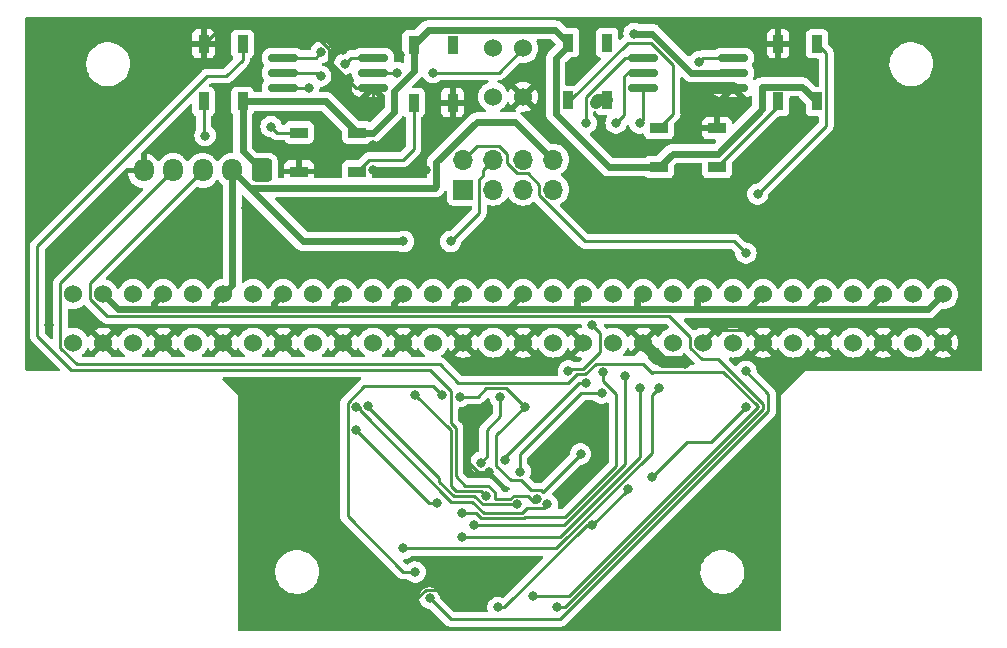
<source format=gbr>
%TF.GenerationSoftware,KiCad,Pcbnew,7.0.9*%
%TF.CreationDate,2024-12-19T18:12:44+09:00*%
%TF.ProjectId,02-LINE,30322d4c-494e-4452-9e6b-696361645f70,rev?*%
%TF.SameCoordinates,Original*%
%TF.FileFunction,Copper,L2,Bot*%
%TF.FilePolarity,Positive*%
%FSLAX46Y46*%
G04 Gerber Fmt 4.6, Leading zero omitted, Abs format (unit mm)*
G04 Created by KiCad (PCBNEW 7.0.9) date 2024-12-19 18:12:44*
%MOMM*%
%LPD*%
G01*
G04 APERTURE LIST*
G04 Aperture macros list*
%AMRoundRect*
0 Rectangle with rounded corners*
0 $1 Rounding radius*
0 $2 $3 $4 $5 $6 $7 $8 $9 X,Y pos of 4 corners*
0 Add a 4 corners polygon primitive as box body*
4,1,4,$2,$3,$4,$5,$6,$7,$8,$9,$2,$3,0*
0 Add four circle primitives for the rounded corners*
1,1,$1+$1,$2,$3*
1,1,$1+$1,$4,$5*
1,1,$1+$1,$6,$7*
1,1,$1+$1,$8,$9*
0 Add four rect primitives between the rounded corners*
20,1,$1+$1,$2,$3,$4,$5,0*
20,1,$1+$1,$4,$5,$6,$7,0*
20,1,$1+$1,$6,$7,$8,$9,0*
20,1,$1+$1,$8,$9,$2,$3,0*%
G04 Aperture macros list end*
%TA.AperFunction,ComponentPad*%
%ADD10RoundRect,0.250000X0.600000X0.725000X-0.600000X0.725000X-0.600000X-0.725000X0.600000X-0.725000X0*%
%TD*%
%TA.AperFunction,ComponentPad*%
%ADD11O,1.700000X1.950000*%
%TD*%
%TA.AperFunction,ComponentPad*%
%ADD12C,1.524000*%
%TD*%
%TA.AperFunction,SMDPad,CuDef*%
%ADD13R,0.900000X1.500000*%
%TD*%
%TA.AperFunction,SMDPad,CuDef*%
%ADD14R,1.500000X0.900000*%
%TD*%
%TA.AperFunction,ComponentPad*%
%ADD15R,1.700000X1.700000*%
%TD*%
%TA.AperFunction,ComponentPad*%
%ADD16O,1.700000X1.700000*%
%TD*%
%TA.AperFunction,SMDPad,CuDef*%
%ADD17RoundRect,0.150000X1.120000X0.150000X-1.120000X0.150000X-1.120000X-0.150000X1.120000X-0.150000X0*%
%TD*%
%TA.AperFunction,ViaPad*%
%ADD18C,0.800000*%
%TD*%
%TA.AperFunction,Conductor*%
%ADD19C,0.250000*%
%TD*%
%TA.AperFunction,Conductor*%
%ADD20C,1.000000*%
%TD*%
%TA.AperFunction,Conductor*%
%ADD21C,0.600000*%
%TD*%
G04 APERTURE END LIST*
D10*
%TO.P,J3,1,Pin_1*%
%TO.N,5V_LED*%
X129000000Y-101000000D03*
D11*
%TO.P,J3,2,Pin_2*%
%TO.N,+3V3*%
X126500000Y-101000000D03*
%TO.P,J3,3,Pin_3*%
%TO.N,UART3_RX*%
X124000000Y-101000000D03*
%TO.P,J3,4,Pin_4*%
%TO.N,UART3_TX*%
X121500000Y-101000000D03*
%TO.P,J3,5,Pin_5*%
%TO.N,GND*%
X119000000Y-101000000D03*
%TD*%
D12*
%TO.P,U16,1,Anode*%
%TO.N,+3V3*%
X115570000Y-111470000D03*
%TO.P,U16,2,Cathode*%
%TO.N,Net-(U16-Cathode)*%
X113030000Y-111470000D03*
%TO.P,U16,3,Emitter*%
%TO.N,GND*%
X115570000Y-115570000D03*
%TO.P,U16,4,Collector*%
%TO.N,photo_R_7*%
X113030000Y-115570000D03*
%TD*%
D13*
%TO.P,D5,1,VDD*%
%TO.N,5V_LED*%
X176020000Y-95160000D03*
%TO.P,D5,2,DOUT*%
%TO.N,Net-(D5-DOUT)*%
X172720000Y-95160000D03*
%TO.P,D5,3,VSS*%
%TO.N,GND*%
X172720000Y-90260000D03*
%TO.P,D5,4,DIN*%
%TO.N,LED_R*%
X176020000Y-90260000D03*
%TD*%
D14*
%TO.P,D6,1,VDD*%
%TO.N,5V_LED*%
X162650000Y-100710000D03*
%TO.P,D6,2,DOUT*%
%TO.N,Net-(D6-DOUT)*%
X162650000Y-97410000D03*
%TO.P,D6,3,VSS*%
%TO.N,GND*%
X167550000Y-97410000D03*
%TO.P,D6,4,DIN*%
%TO.N,Net-(D5-DOUT)*%
X167550000Y-100710000D03*
%TD*%
D13*
%TO.P,D4,1,VDD*%
%TO.N,5V_LED*%
X141860000Y-90350000D03*
%TO.P,D4,2,DOUT*%
%TO.N,unconnected-(D4-DOUT-Pad2)*%
X145160000Y-90350000D03*
%TO.P,D4,3,VSS*%
%TO.N,GND*%
X145160000Y-95250000D03*
%TO.P,D4,4,DIN*%
%TO.N,Net-(D3-DOUT)*%
X141860000Y-95250000D03*
%TD*%
D12*
%TO.P,U17,1,Anode*%
%TO.N,+3V3*%
X151130000Y-90660000D03*
%TO.P,U17,2,Cathode*%
%TO.N,Net-(U17-Cathode)*%
X148590000Y-90660000D03*
%TO.P,U17,3,Emitter*%
%TO.N,GND*%
X151130000Y-94760000D03*
%TO.P,U17,4,Collector*%
%TO.N,photo_front*%
X148590000Y-94760000D03*
%TD*%
%TO.P,U7,1,Anode*%
%TO.N,+3V3*%
X181610000Y-111470000D03*
%TO.P,U7,2,Cathode*%
%TO.N,Net-(U7-Cathode)*%
X179070000Y-111470000D03*
%TO.P,U7,3,Emitter*%
%TO.N,GND*%
X181610000Y-115570000D03*
%TO.P,U7,4,Collector*%
%TO.N,photo_L_6*%
X179070000Y-115570000D03*
%TD*%
%TO.P,U6,1,Anode*%
%TO.N,+3V3*%
X176530000Y-111470000D03*
%TO.P,U6,2,Cathode*%
%TO.N,Net-(U6-Cathode)*%
X173990000Y-111470000D03*
%TO.P,U6,3,Emitter*%
%TO.N,GND*%
X176530000Y-115570000D03*
%TO.P,U6,4,Collector*%
%TO.N,photo_L_5*%
X173990000Y-115570000D03*
%TD*%
%TO.P,U3,1,Anode*%
%TO.N,+3V3*%
X161290000Y-111470000D03*
%TO.P,U3,2,Cathode*%
%TO.N,Net-(U3-Cathode)*%
X158750000Y-111470000D03*
%TO.P,U3,3,Emitter*%
%TO.N,GND*%
X161290000Y-115570000D03*
%TO.P,U3,4,Collector*%
%TO.N,photo_L_2*%
X158750000Y-115570000D03*
%TD*%
%TO.P,U9,1,Anode*%
%TO.N,+3V3*%
X151130000Y-111470000D03*
%TO.P,U9,2,Cathode*%
%TO.N,Net-(U9-Cathode)*%
X148590000Y-111470000D03*
%TO.P,U9,3,Emitter*%
%TO.N,GND*%
X151130000Y-115570000D03*
%TO.P,U9,4,Collector*%
%TO.N,photo_center*%
X148590000Y-115570000D03*
%TD*%
%TO.P,U12,1,Anode*%
%TO.N,+3V3*%
X135890000Y-111470000D03*
%TO.P,U12,2,Cathode*%
%TO.N,Net-(U12-Cathode)*%
X133350000Y-111470000D03*
%TO.P,U12,3,Emitter*%
%TO.N,GND*%
X135890000Y-115570000D03*
%TO.P,U12,4,Collector*%
%TO.N,photo_R_3*%
X133350000Y-115570000D03*
%TD*%
%TO.P,U8,1,Anode*%
%TO.N,+3V3*%
X186690000Y-111470000D03*
%TO.P,U8,2,Cathode*%
%TO.N,Net-(U8-Cathode)*%
X184150000Y-111470000D03*
%TO.P,U8,3,Emitter*%
%TO.N,GND*%
X186690000Y-115570000D03*
%TO.P,U8,4,Collector*%
%TO.N,photo_L_7*%
X184150000Y-115570000D03*
%TD*%
%TO.P,U10,1,Anode*%
%TO.N,+3V3*%
X146050000Y-111470000D03*
%TO.P,U10,2,Cathode*%
%TO.N,Net-(U10-Cathode)*%
X143510000Y-111470000D03*
%TO.P,U10,3,Emitter*%
%TO.N,GND*%
X146050000Y-115570000D03*
%TO.P,U10,4,Collector*%
%TO.N,photo_R_1*%
X143510000Y-115570000D03*
%TD*%
%TO.P,U5,1,Anode*%
%TO.N,+3V3*%
X171450000Y-111470000D03*
%TO.P,U5,2,Cathode*%
%TO.N,Net-(U5-Cathode)*%
X168910000Y-111470000D03*
%TO.P,U5,3,Emitter*%
%TO.N,GND*%
X171450000Y-115570000D03*
%TO.P,U5,4,Collector*%
%TO.N,photo_L_4*%
X168910000Y-115570000D03*
%TD*%
%TO.P,U14,1,Anode*%
%TO.N,+3V3*%
X125730000Y-111470000D03*
%TO.P,U14,2,Cathode*%
%TO.N,Net-(U14-Cathode)*%
X123190000Y-111470000D03*
%TO.P,U14,3,Emitter*%
%TO.N,GND*%
X125730000Y-115570000D03*
%TO.P,U14,4,Collector*%
%TO.N,photo_R_5*%
X123190000Y-115570000D03*
%TD*%
D14*
%TO.P,D3,1,VDD*%
%TO.N,5V_LED*%
X137070000Y-97790000D03*
%TO.P,D3,2,DOUT*%
%TO.N,Net-(D3-DOUT)*%
X137070000Y-101090000D03*
%TO.P,D3,3,VSS*%
%TO.N,GND*%
X132170000Y-101090000D03*
%TO.P,D3,4,DIN*%
%TO.N,Net-(D2-DOUT)*%
X132170000Y-97790000D03*
%TD*%
D12*
%TO.P,U2,1,Anode*%
%TO.N,+3V3*%
X156210000Y-111470000D03*
%TO.P,U2,2,Cathode*%
%TO.N,Net-(U2-Cathode)*%
X153670000Y-111470000D03*
%TO.P,U2,3,Emitter*%
%TO.N,GND*%
X156210000Y-115570000D03*
%TO.P,U2,4,Collector*%
%TO.N,photo_L_1*%
X153670000Y-115570000D03*
%TD*%
%TO.P,U13,1,Anode*%
%TO.N,+3V3*%
X130810000Y-111470000D03*
%TO.P,U13,2,Cathode*%
%TO.N,Net-(U13-Cathode)*%
X128270000Y-111470000D03*
%TO.P,U13,3,Emitter*%
%TO.N,GND*%
X130810000Y-115570000D03*
%TO.P,U13,4,Collector*%
%TO.N,photo_R_4*%
X128270000Y-115570000D03*
%TD*%
D13*
%TO.P,D2,1,VDD*%
%TO.N,5V_LED*%
X127380000Y-95160000D03*
%TO.P,D2,2,DOUT*%
%TO.N,Net-(D2-DOUT)*%
X124080000Y-95160000D03*
%TO.P,D2,3,VSS*%
%TO.N,GND*%
X124080000Y-90260000D03*
%TO.P,D2,4,DIN*%
%TO.N,LED_L*%
X127380000Y-90260000D03*
%TD*%
%TO.P,D7,1,VDD*%
%TO.N,5V_LED*%
X154940000Y-90170000D03*
%TO.P,D7,2,DOUT*%
%TO.N,unconnected-(D7-DOUT-Pad2)*%
X158240000Y-90170000D03*
%TO.P,D7,3,VSS*%
%TO.N,GND*%
X158240000Y-95070000D03*
%TO.P,D7,4,DIN*%
%TO.N,Net-(D6-DOUT)*%
X154940000Y-95070000D03*
%TD*%
D12*
%TO.P,U11,1,Anode*%
%TO.N,+3V3*%
X140970000Y-111470000D03*
%TO.P,U11,2,Cathode*%
%TO.N,Net-(U11-Cathode)*%
X138430000Y-111470000D03*
%TO.P,U11,3,Emitter*%
%TO.N,GND*%
X140970000Y-115570000D03*
%TO.P,U11,4,Collector*%
%TO.N,photo_R_2*%
X138430000Y-115570000D03*
%TD*%
%TO.P,U4,1,Anode*%
%TO.N,+3V3*%
X166370000Y-111470000D03*
%TO.P,U4,2,Cathode*%
%TO.N,Net-(U4-Cathode)*%
X163830000Y-111470000D03*
%TO.P,U4,3,Emitter*%
%TO.N,GND*%
X166370000Y-115570000D03*
%TO.P,U4,4,Collector*%
%TO.N,photo_L_3*%
X163830000Y-115570000D03*
%TD*%
D15*
%TO.P,J2,1,Pin_1*%
%TO.N,unconnected-(J2-Pin_1-Pad1)*%
X146050000Y-102616000D03*
D16*
%TO.P,J2,2,Pin_2*%
%TO.N,UART1_RX*%
X146050000Y-100076000D03*
%TO.P,J2,3,Pin_3*%
%TO.N,NRST*%
X148590000Y-102616000D03*
%TO.P,J2,4,Pin_4*%
%TO.N,UART1_TX*%
X148590000Y-100076000D03*
%TO.P,J2,5,Pin_5*%
%TO.N,BOOT0*%
X151130000Y-102616000D03*
%TO.P,J2,6,Pin_6*%
%TO.N,GND*%
X151130000Y-100076000D03*
%TO.P,J2,7,Pin_7*%
%TO.N,unconnected-(J2-Pin_7-Pad7)*%
X153670000Y-102616000D03*
%TO.P,J2,8,Pin_8*%
%TO.N,+3V3*%
X153670000Y-100076000D03*
%TD*%
D12*
%TO.P,U15,1,Anode*%
%TO.N,+3V3*%
X120650000Y-111470000D03*
%TO.P,U15,2,Cathode*%
%TO.N,Net-(U15-Cathode)*%
X118110000Y-111470000D03*
%TO.P,U15,3,Emitter*%
%TO.N,GND*%
X120650000Y-115570000D03*
%TO.P,U15,4,Collector*%
%TO.N,photo_R_6*%
X118110000Y-115570000D03*
%TD*%
D17*
%TO.P,U19,1,Dout*%
%TO.N,Dout2*%
X168910000Y-91440000D03*
%TO.P,U19,2,VDD*%
%TO.N,+3V3*%
X168910000Y-92710000D03*
%TO.P,U19,3,GND*%
%TO.N,GND*%
X168910000Y-93980000D03*
%TO.P,U19,4,Range*%
%TO.N,Range2*%
X161290000Y-93980000D03*
%TO.P,U19,5,CK*%
%TO.N,CK2*%
X161290000Y-92710000D03*
%TO.P,U19,6,Gate*%
%TO.N,Gate2*%
X161290000Y-91440000D03*
%TD*%
%TO.P,U18,1,Dout*%
%TO.N,Dout1*%
X138430000Y-91440000D03*
%TO.P,U18,2,VDD*%
%TO.N,+3V3*%
X138430000Y-92710000D03*
%TO.P,U18,3,GND*%
%TO.N,GND*%
X138430000Y-93980000D03*
%TO.P,U18,4,Range*%
%TO.N,Range1*%
X130810000Y-93980000D03*
%TO.P,U18,5,CK*%
%TO.N,CK1*%
X130810000Y-92710000D03*
%TO.P,U18,6,Gate*%
%TO.N,Gate1*%
X130810000Y-91440000D03*
%TD*%
D18*
%TO.N,GND*%
X157480000Y-102108000D03*
X152400000Y-92202000D03*
X175260000Y-109855000D03*
X163576000Y-102108000D03*
X164084000Y-88900000D03*
X125730000Y-98806000D03*
X129286000Y-98806000D03*
X124968000Y-108712000D03*
X154940000Y-109220000D03*
X185420000Y-117475000D03*
X115062000Y-104648000D03*
X128524000Y-93472000D03*
X146050000Y-109220000D03*
X155448000Y-92710000D03*
X120396000Y-99060000D03*
X124968000Y-102870000D03*
X180340000Y-109855000D03*
X171958000Y-124206000D03*
X128016000Y-138938000D03*
X157480000Y-109220000D03*
X165354000Y-93980000D03*
X143510000Y-93980000D03*
X135890000Y-90805000D03*
X188595000Y-116840000D03*
X188214000Y-101346000D03*
X157480000Y-124206000D03*
X125730000Y-94488000D03*
X122682000Y-96266000D03*
X111760000Y-101600000D03*
X174244000Y-95504000D03*
X164846000Y-117348000D03*
X121158000Y-94488000D03*
X138430000Y-100965000D03*
X140970000Y-109220000D03*
X148261000Y-126567450D03*
X138430000Y-104140000D03*
X129540000Y-109855000D03*
X140716000Y-91186000D03*
X156464000Y-120904000D03*
X188468000Y-89408000D03*
X156464000Y-89154000D03*
X168910000Y-102616000D03*
X133350000Y-104140000D03*
X172720000Y-102870000D03*
X182880000Y-101600000D03*
X111252000Y-89662000D03*
X166370000Y-109220000D03*
X144272000Y-136652000D03*
X120396000Y-108712000D03*
X171704000Y-138938000D03*
X133350000Y-96520000D03*
X127635000Y-104140000D03*
X156718000Y-138938000D03*
X148590000Y-104394000D03*
X141986000Y-138938000D03*
X134366000Y-126492000D03*
X169672000Y-95504000D03*
X110236000Y-104648000D03*
X110998000Y-114046000D03*
X165100000Y-90424000D03*
X185420000Y-109855000D03*
X142875000Y-100965000D03*
X146558000Y-121412000D03*
X171450000Y-109220000D03*
X116840000Y-109728000D03*
X138430000Y-98806000D03*
X121158000Y-89408000D03*
X166116000Y-103378000D03*
X138430000Y-95885000D03*
X149860000Y-109474000D03*
X128016000Y-119634000D03*
X125730000Y-91694000D03*
X175514000Y-92710000D03*
X171196000Y-92710000D03*
X157289000Y-95250000D03*
X133350000Y-99568000D03*
%TO.N,NRST*%
X149174500Y-120169549D03*
X147536500Y-125730000D03*
%TO.N,+3V3*%
X149000000Y-138000000D03*
X143510000Y-92710000D03*
X151255783Y-121004682D03*
X156000000Y-125000000D03*
X145796000Y-120142000D03*
X154975048Y-117975048D03*
X157000000Y-114081500D03*
X140462000Y-92710000D03*
X141000000Y-107000000D03*
X159987701Y-127987701D03*
X160528000Y-89408000D03*
X157000000Y-131000000D03*
%TO.N,Net-(D2-DOUT)*%
X129794000Y-97282000D03*
X124206000Y-98044000D03*
%TO.N,LED_L*%
X152317501Y-128778120D03*
%TO.N,LED_R*%
X170000000Y-121000000D03*
X171000000Y-103000000D03*
X162026000Y-126974000D03*
%TO.N,UART1_TX*%
X144234500Y-120000000D03*
X145000000Y-107000000D03*
X142000000Y-135000000D03*
%TO.N,UART1_RX*%
X170000000Y-118000000D03*
X143208000Y-137208000D03*
X170000000Y-108000000D03*
%TO.N,UART3_RX*%
X154000000Y-138000000D03*
%TO.N,UART3_TX*%
X152000000Y-137000000D03*
%TO.N,photo_L_3*%
X149568500Y-125476000D03*
X156484114Y-118989032D03*
%TO.N,photo_L_4*%
X150876000Y-126492000D03*
X157786048Y-119835951D03*
%TO.N,Range1*%
X143819970Y-129180737D03*
X133000000Y-94000000D03*
X137000000Y-123000000D03*
%TO.N,Dout2*%
X162602299Y-119422299D03*
X141000000Y-133000000D03*
X166000000Y-91810500D03*
%TO.N,Gate2*%
X156464000Y-97000000D03*
X146000000Y-130000000D03*
X157939000Y-118072500D03*
%TO.N,CK2*%
X147000000Y-131000000D03*
X159766000Y-118364000D03*
X159000000Y-97000000D03*
%TO.N,Range2*%
X161000000Y-97000000D03*
X161040299Y-119384299D03*
X146000000Y-132000000D03*
%TO.N,Dout1*%
X148000000Y-128551000D03*
X136012299Y-91987701D03*
X142000000Y-120000000D03*
%TO.N,Gate1*%
X138030533Y-120981337D03*
X134000000Y-91000000D03*
X150622000Y-129275500D03*
%TO.N,CK1*%
X153184233Y-129275894D03*
X134000000Y-93000000D03*
X137012299Y-120987701D03*
%TD*%
D19*
%TO.N,GND*%
X144103000Y-136483000D02*
X142907695Y-136483000D01*
X166370000Y-115570000D02*
X167457000Y-114483000D01*
X144272000Y-136652000D02*
X144103000Y-136483000D01*
D20*
X158240000Y-95070000D02*
X157469000Y-95070000D01*
D19*
X151130000Y-100076000D02*
X150441701Y-100076000D01*
D20*
X168910000Y-93980000D02*
X165354000Y-93980000D01*
D19*
X167457000Y-114483000D02*
X170363000Y-114483000D01*
X147348645Y-126567450D02*
X148261000Y-126567450D01*
X146558000Y-125776805D02*
X147348645Y-126567450D01*
X146558000Y-121412000D02*
X146558000Y-125776805D01*
X132925305Y-88900000D02*
X125440000Y-88900000D01*
X141986000Y-137404695D02*
X141986000Y-138938000D01*
X156464000Y-123190000D02*
X157480000Y-124206000D01*
X134725000Y-90699695D02*
X132925305Y-88900000D01*
X170363000Y-114483000D02*
X171450000Y-115570000D01*
X125440000Y-88900000D02*
X124080000Y-90260000D01*
X142907695Y-136483000D02*
X141986000Y-137404695D01*
X156464000Y-120904000D02*
X156464000Y-123190000D01*
D20*
X161290000Y-115570000D02*
X162968000Y-117248000D01*
D19*
X134725000Y-91725707D02*
X134725000Y-90699695D01*
X136979293Y-93980000D02*
X134725000Y-91725707D01*
D20*
X162968000Y-117248000D02*
X164846000Y-117248000D01*
D19*
X138430000Y-93980000D02*
X136979293Y-93980000D01*
D20*
X157469000Y-95070000D02*
X157289000Y-95250000D01*
D19*
X138430000Y-93980000D02*
X138430000Y-95885000D01*
%TO.N,NRST*%
X148054997Y-122945003D02*
X149174500Y-121825500D01*
X148054997Y-125211503D02*
X148054997Y-122945003D01*
X147536500Y-125730000D02*
X148054997Y-125211503D01*
X149174500Y-121825500D02*
X149174500Y-120169549D01*
D21*
%TO.N,+3V3*%
X170434000Y-112732000D02*
X170434000Y-112486000D01*
D19*
X150067695Y-127217000D02*
X148844000Y-125993305D01*
D21*
X155702000Y-112732000D02*
X155702000Y-111978000D01*
X127000000Y-112732000D02*
X124968000Y-112732000D01*
D19*
X148004951Y-119444549D02*
X149695650Y-119444549D01*
D21*
X143775000Y-100319000D02*
X147204000Y-96890000D01*
X126500000Y-101000000D02*
X127975000Y-102475000D01*
X130048000Y-112732000D02*
X130048001Y-112231999D01*
X145288000Y-112732000D02*
X140208000Y-112732000D01*
D19*
X148844000Y-123416465D02*
X151255783Y-121004682D01*
D21*
X170434000Y-112486000D02*
X171450000Y-111470000D01*
X180594000Y-112486000D02*
X181610000Y-111470000D01*
X155702000Y-111978000D02*
X156210000Y-111470000D01*
X135128001Y-112231999D02*
X135890000Y-111470000D01*
X155702000Y-112732000D02*
X150114000Y-112732000D01*
X145288000Y-112732000D02*
X145288001Y-112231999D01*
D19*
X148844000Y-125993305D02*
X148844000Y-123416465D01*
D21*
X168910000Y-92710000D02*
X165389792Y-92710000D01*
X175514000Y-112732000D02*
X170434000Y-112732000D01*
X130048000Y-112732000D02*
X127000000Y-112732000D01*
X147204000Y-96890000D02*
X150484000Y-96890000D01*
X132500000Y-107000000D02*
X141000000Y-107000000D01*
X145288001Y-112231999D02*
X146050000Y-111470000D01*
X140208000Y-112732000D02*
X140208001Y-112231999D01*
D19*
X140462000Y-92710000D02*
X138430000Y-92710000D01*
D21*
X119888000Y-112732000D02*
X119888001Y-112231999D01*
X150114000Y-112732000D02*
X145288000Y-112732000D01*
X124968000Y-112732000D02*
X119888000Y-112732000D01*
D19*
X150979777Y-127217000D02*
X150067695Y-127217000D01*
X155125096Y-117825000D02*
X156175000Y-117825000D01*
D21*
X165862000Y-112732000D02*
X165862000Y-111978000D01*
X124968001Y-112231999D02*
X125730000Y-111470000D01*
X150114000Y-112732000D02*
X150114000Y-112486000D01*
D19*
X156000000Y-125000000D02*
X152782343Y-128217657D01*
D21*
X119888001Y-112231999D02*
X120650000Y-111470000D01*
D19*
X151815897Y-128053120D02*
X150979777Y-127217000D01*
X159987701Y-127987701D02*
X159987701Y-128012299D01*
X151130000Y-90660000D02*
X149080000Y-92710000D01*
X145796000Y-120142000D02*
X147307500Y-120142000D01*
D21*
X135128000Y-112732000D02*
X135128001Y-112231999D01*
D19*
X159987701Y-128012299D02*
X157000000Y-131000000D01*
D21*
X140208001Y-112231999D02*
X140970000Y-111470000D01*
X180594000Y-112732000D02*
X180594000Y-112486000D01*
X170434000Y-112732000D02*
X165862000Y-112732000D01*
X162087792Y-89408000D02*
X160528000Y-89408000D01*
D19*
X149545584Y-138000000D02*
X156545584Y-131000000D01*
X156545584Y-131000000D02*
X157000000Y-131000000D01*
D21*
X116832000Y-112732000D02*
X115570000Y-111470000D01*
X130048001Y-112231999D02*
X130810000Y-111470000D01*
D19*
X154975048Y-117975048D02*
X155125096Y-117825000D01*
D21*
X185428000Y-112732000D02*
X180594000Y-112732000D01*
X165862000Y-111978000D02*
X166370000Y-111470000D01*
D19*
X147307500Y-120142000D02*
X148004951Y-119444549D01*
X149695650Y-119444549D02*
X151255783Y-121004682D01*
D21*
X126500000Y-110700000D02*
X125730000Y-111470000D01*
D19*
X149000000Y-138000000D02*
X149545584Y-138000000D01*
D21*
X127975000Y-102475000D02*
X143651000Y-102475000D01*
X160782000Y-112732000D02*
X155702000Y-112732000D01*
X143775000Y-102351000D02*
X143775000Y-100319000D01*
D19*
X156175000Y-117825000D02*
X157663000Y-116337000D01*
D21*
X175514000Y-112732000D02*
X175514000Y-112486000D01*
D19*
X152617806Y-128053120D02*
X151815897Y-128053120D01*
D21*
X165862000Y-112732000D02*
X160782000Y-112732000D01*
X140208000Y-112732000D02*
X135128000Y-112732000D01*
D19*
X157663000Y-114744500D02*
X157000000Y-114081500D01*
D21*
X126500000Y-101000000D02*
X132500000Y-107000000D01*
X150484000Y-96890000D02*
X153670000Y-100076000D01*
X180594000Y-112732000D02*
X175514000Y-112732000D01*
D19*
X157663000Y-116337000D02*
X157663000Y-114744500D01*
D21*
X119888000Y-112732000D02*
X116832000Y-112732000D01*
X160782000Y-112732000D02*
X160782000Y-111978000D01*
X126500000Y-101000000D02*
X126500000Y-110700000D01*
X135128000Y-112732000D02*
X130048000Y-112732000D01*
X186690000Y-111470000D02*
X185428000Y-112732000D01*
X124968000Y-112732000D02*
X124968001Y-112231999D01*
D19*
X152782343Y-128217657D02*
X152617806Y-128053120D01*
D21*
X160782000Y-111978000D02*
X161290000Y-111470000D01*
X150114000Y-112486000D02*
X151130000Y-111470000D01*
D19*
X149080000Y-92710000D02*
X143510000Y-92710000D01*
D21*
X165389792Y-92710000D02*
X162087792Y-89408000D01*
X143651000Y-102475000D02*
X143775000Y-102351000D01*
X175514000Y-112486000D02*
X176530000Y-111470000D01*
%TO.N,5V_LED*%
X127380000Y-95160000D02*
X127380000Y-99380000D01*
X127380000Y-95160000D02*
X134440000Y-95160000D01*
X154940000Y-90170000D02*
X154940000Y-90470000D01*
X140200000Y-96020000D02*
X138430000Y-97790000D01*
X134440000Y-95160000D02*
X137070000Y-97790000D01*
X141860000Y-92584793D02*
X140200000Y-94244793D01*
X143110000Y-89100000D02*
X153870000Y-89100000D01*
X138430000Y-97790000D02*
X137070000Y-97790000D01*
X141860000Y-90350000D02*
X141860000Y-92584793D01*
X140200000Y-94244793D02*
X140200000Y-96020000D01*
X153870000Y-89100000D02*
X154940000Y-90170000D01*
X153890000Y-91520000D02*
X153890000Y-96220000D01*
X171350000Y-95810000D02*
X167592000Y-99568000D01*
X167592000Y-99568000D02*
X163792000Y-99568000D01*
X153890000Y-96220000D02*
X158380000Y-100710000D01*
X163792000Y-99568000D02*
X162650000Y-100710000D01*
X158380000Y-100710000D02*
X162650000Y-100710000D01*
X174770000Y-93910000D02*
X171350000Y-93910000D01*
X171350000Y-93910000D02*
X171350000Y-95810000D01*
X141860000Y-90350000D02*
X143110000Y-89100000D01*
X176020000Y-95160000D02*
X174770000Y-93910000D01*
X127380000Y-99380000D02*
X129000000Y-101000000D01*
X154940000Y-90470000D02*
X153890000Y-91520000D01*
D19*
%TO.N,Net-(D2-DOUT)*%
X124206000Y-98044000D02*
X124080000Y-97918000D01*
X130302000Y-97790000D02*
X129794000Y-97282000D01*
X124080000Y-97918000D02*
X124080000Y-95160000D01*
X132170000Y-97790000D02*
X130302000Y-97790000D01*
%TO.N,LED_L*%
X146229701Y-127687701D02*
X145450000Y-126908000D01*
X152317501Y-128778120D02*
X152063621Y-129032000D01*
X112875000Y-117875000D02*
X110000000Y-115000000D01*
X126000000Y-93000000D02*
X127380000Y-91620000D01*
X110000000Y-107390000D02*
X124390000Y-93000000D01*
X145450000Y-122813604D02*
X145034000Y-122397604D01*
X148725000Y-128825500D02*
X148725000Y-128250695D01*
X145034000Y-119634000D02*
X143275000Y-117875000D01*
X148162006Y-127687701D02*
X146229701Y-127687701D01*
X124390000Y-93000000D02*
X126000000Y-93000000D01*
X150046695Y-128825500D02*
X148725000Y-128825500D01*
X110000000Y-115000000D02*
X110000000Y-107390000D01*
X145450000Y-126908000D02*
X145450000Y-122813604D01*
X151582121Y-128550500D02*
X150321695Y-128550500D01*
X148725000Y-128250695D02*
X148162006Y-127687701D01*
X150321695Y-128550500D02*
X150046695Y-128825500D01*
X143275000Y-117875000D02*
X112875000Y-117875000D01*
X152063621Y-129032000D02*
X151582121Y-128550500D01*
X145034000Y-122397604D02*
X145034000Y-119634000D01*
X127380000Y-91620000D02*
X127380000Y-90260000D01*
%TO.N,Net-(D3-DOUT)*%
X141860000Y-95250000D02*
X141860000Y-99186000D01*
X141860000Y-99186000D02*
X140970000Y-100076000D01*
X138084000Y-100076000D02*
X137070000Y-101090000D01*
X140970000Y-100076000D02*
X138084000Y-100076000D01*
%TO.N,Net-(D5-DOUT)*%
X172720000Y-95540000D02*
X172720000Y-95160000D01*
X167550000Y-100710000D02*
X172720000Y-95540000D01*
%TO.N,LED_R*%
X176020000Y-90260000D02*
X176795000Y-91035000D01*
X167000000Y-124000000D02*
X170000000Y-121000000D01*
X162026000Y-126974000D02*
X165000000Y-124000000D01*
X165000000Y-124000000D02*
X167000000Y-124000000D01*
X176795000Y-91035000D02*
X176795000Y-97205000D01*
X176795000Y-97205000D02*
X171000000Y-103000000D01*
%TO.N,Net-(D6-DOUT)*%
X163830000Y-96230000D02*
X162650000Y-97410000D01*
X155120000Y-95070000D02*
X160020000Y-90170000D01*
X160020000Y-90170000D02*
X161965908Y-90170000D01*
X161965908Y-90170000D02*
X163830000Y-92034092D01*
X154940000Y-95070000D02*
X155120000Y-95070000D01*
X163830000Y-92034092D02*
X163830000Y-96230000D01*
%TO.N,UART1_TX*%
X147415000Y-101759000D02*
X147415000Y-104585000D01*
X137699695Y-119275000D02*
X136275000Y-120699695D01*
X147733000Y-100933000D02*
X148590000Y-100076000D01*
X144234500Y-120000000D02*
X143509500Y-119275000D01*
X147733000Y-101441000D02*
X147733000Y-100933000D01*
X147415000Y-104585000D02*
X145000000Y-107000000D01*
X136275000Y-120699695D02*
X136275000Y-130275000D01*
X136275000Y-130275000D02*
X141000000Y-135000000D01*
X143509500Y-119275000D02*
X137699695Y-119275000D01*
X147733000Y-101441000D02*
X147415000Y-101759000D01*
X141000000Y-135000000D02*
X142000000Y-135000000D01*
%TO.N,UART1_RX*%
X152495000Y-103102701D02*
X152495000Y-102203000D01*
X170000000Y-108000000D02*
X169000000Y-107000000D01*
X147225000Y-98901000D02*
X146050000Y-100076000D01*
X171900000Y-121398097D02*
X171900000Y-119900000D01*
X169000000Y-107000000D02*
X156392299Y-107000000D01*
X149765000Y-100372701D02*
X149765000Y-99589299D01*
X171900000Y-119900000D02*
X170000000Y-118000000D01*
X145000000Y-139000000D02*
X154298097Y-139000000D01*
X154298097Y-139000000D02*
X171900000Y-121398097D01*
X150643299Y-101251000D02*
X149765000Y-100372701D01*
X156392299Y-107000000D02*
X152495000Y-103102701D01*
X151543000Y-101251000D02*
X150643299Y-101251000D01*
X152495000Y-102203000D02*
X151543000Y-101251000D01*
X143208000Y-137208000D02*
X145000000Y-139000000D01*
X149076701Y-98901000D02*
X147225000Y-98901000D01*
X149765000Y-99589299D02*
X149076701Y-98901000D01*
%TO.N,UART3_RX*%
X166237749Y-116975000D02*
X167636701Y-116975000D01*
X171450000Y-121211701D02*
X154661701Y-138000000D01*
X171450000Y-120788299D02*
X171450000Y-121211701D01*
X167636701Y-116975000D02*
X171450000Y-120788299D01*
X114483000Y-111920251D02*
X115919749Y-113357000D01*
X124000000Y-101000000D02*
X114483000Y-110517000D01*
X165283000Y-115119749D02*
X165283000Y-116020251D01*
X165283000Y-116020251D02*
X166237749Y-116975000D01*
X154661701Y-138000000D02*
X154000000Y-138000000D01*
X163520251Y-113357000D02*
X165283000Y-115119749D01*
X114483000Y-110517000D02*
X114483000Y-111920251D01*
X115919749Y-113357000D02*
X163520251Y-113357000D01*
%TO.N,UART3_TX*%
X144086701Y-117425000D02*
X145661701Y-119000000D01*
X111943000Y-116020251D02*
X113347749Y-117425000D01*
X161290000Y-117348000D02*
X162052000Y-118110000D01*
X121500000Y-101000000D02*
X111943000Y-110557000D01*
X147813104Y-119000000D02*
X147818555Y-118994549D01*
X155025305Y-137000000D02*
X152000000Y-137000000D01*
X168098305Y-118073000D02*
X171000000Y-120974695D01*
X149887497Y-119000000D02*
X154974695Y-119000000D01*
X154974695Y-119000000D02*
X155699695Y-118275000D01*
X171000000Y-121025305D02*
X155025305Y-137000000D01*
X156361396Y-118275000D02*
X157288396Y-117348000D01*
X171000000Y-120974695D02*
X171000000Y-121025305D01*
X149882046Y-118994549D02*
X149887497Y-119000000D01*
X157288396Y-117348000D02*
X161290000Y-117348000D01*
X155699695Y-118275000D02*
X156361396Y-118275000D01*
X162052000Y-118110000D02*
X162089000Y-118073000D01*
X111943000Y-110557000D02*
X111943000Y-116020251D01*
X145661701Y-119000000D02*
X147813104Y-119000000D01*
X162089000Y-118073000D02*
X168098305Y-118073000D01*
X147818555Y-118994549D02*
X149882046Y-118994549D01*
X113347749Y-117425000D02*
X144086701Y-117425000D01*
%TO.N,photo_L_3*%
X156484114Y-118989032D02*
X155838968Y-118989032D01*
X149568500Y-125259500D02*
X149568500Y-125476000D01*
X155838968Y-118989032D02*
X149568500Y-125259500D01*
%TO.N,photo_L_4*%
X150876000Y-125027088D02*
X150876000Y-126492000D01*
X157786048Y-119835951D02*
X156067137Y-119835951D01*
X156067137Y-119835951D02*
X150876000Y-125027088D01*
%TO.N,Range1*%
X130810000Y-93980000D02*
X132980000Y-93980000D01*
X132980000Y-93980000D02*
X133000000Y-94000000D01*
X143180737Y-129180737D02*
X137000000Y-123000000D01*
X143819970Y-129180737D02*
X143180737Y-129180737D01*
%TO.N,Dout2*%
X162012299Y-120012299D02*
X162012299Y-124896889D01*
X162012299Y-124896889D02*
X153909188Y-133000000D01*
X153909188Y-133000000D02*
X141000000Y-133000000D01*
X166370500Y-91440000D02*
X166000000Y-91810500D01*
X168910000Y-91440000D02*
X166370500Y-91440000D01*
X162602299Y-119422299D02*
X162012299Y-120012299D01*
%TO.N,Gate2*%
X154698000Y-130302000D02*
X151334396Y-130302000D01*
X157939000Y-118823000D02*
X159004000Y-119888000D01*
X156464000Y-97000000D02*
X156464000Y-94742000D01*
X159004000Y-125996000D02*
X154698000Y-130302000D01*
X151186396Y-130450000D02*
X147600903Y-130450000D01*
X159766000Y-91440000D02*
X161290000Y-91440000D01*
X147150903Y-130000000D02*
X146000000Y-130000000D01*
X151334396Y-130302000D02*
X151186396Y-130450000D01*
X147600903Y-130450000D02*
X147150903Y-130000000D01*
X159004000Y-119888000D02*
X159004000Y-125996000D01*
X156464000Y-94742000D02*
X159766000Y-91440000D01*
X157939000Y-118072500D02*
X157939000Y-118823000D01*
%TO.N,CK2*%
X160020001Y-92710000D02*
X159695000Y-93035001D01*
X159695000Y-93035001D02*
X159695000Y-96305000D01*
X159766000Y-125870396D02*
X154636396Y-131000000D01*
X159695000Y-96305000D02*
X159000000Y-97000000D01*
X159766000Y-118364000D02*
X159766000Y-125870396D01*
X154636396Y-131000000D02*
X147000000Y-131000000D01*
X161290000Y-92710000D02*
X160020001Y-92710000D01*
%TO.N,Range2*%
X161040299Y-119384299D02*
X161000000Y-119424598D01*
X161000000Y-125272792D02*
X154272792Y-132000000D01*
X161290000Y-93980000D02*
X161290000Y-96710000D01*
X161000000Y-119424598D02*
X161000000Y-125272792D01*
X161290000Y-96710000D02*
X161000000Y-97000000D01*
X154272792Y-132000000D02*
X146000000Y-132000000D01*
%TO.N,Dout1*%
X136012299Y-91987701D02*
X136560000Y-91440000D01*
X145000000Y-127703317D02*
X145000000Y-123000000D01*
X147586701Y-128137701D02*
X145434384Y-128137701D01*
X145434384Y-128137701D02*
X145000000Y-127703317D01*
X148000000Y-128551000D02*
X147586701Y-128137701D01*
X136560000Y-91440000D02*
X138430000Y-91440000D01*
X145000000Y-123000000D02*
X142000000Y-120000000D01*
%TO.N,Gate1*%
X138030533Y-121030533D02*
X138030533Y-120981337D01*
X133560000Y-91440000D02*
X134000000Y-91000000D01*
X147699195Y-129275500D02*
X147011396Y-128587701D01*
X144000000Y-127339713D02*
X144000000Y-127000000D01*
X150622000Y-129275500D02*
X147699195Y-129275500D01*
X145247988Y-128587701D02*
X144000000Y-127339713D01*
X130810000Y-91440000D02*
X133560000Y-91440000D01*
X147011396Y-128587701D02*
X145247988Y-128587701D01*
X144000000Y-127000000D02*
X138030533Y-121030533D01*
%TO.N,CK1*%
X137305533Y-120987701D02*
X137012299Y-120987701D01*
X153184233Y-129275894D02*
X152910127Y-129550000D01*
X145061592Y-129037701D02*
X137305533Y-121281642D01*
X152910127Y-129550000D02*
X151450000Y-129550000D01*
X146825000Y-129037701D02*
X145061592Y-129037701D01*
X151450000Y-129550000D02*
X151000000Y-130000000D01*
X133710000Y-92710000D02*
X134000000Y-93000000D01*
X137305533Y-121281642D02*
X137305533Y-120987701D01*
X130810000Y-92710000D02*
X133710000Y-92710000D01*
X151000000Y-130000000D02*
X147787299Y-130000000D01*
X147787299Y-130000000D02*
X146825000Y-129037701D01*
%TD*%
%TA.AperFunction,Conductor*%
%TO.N,GND*%
G36*
X189942539Y-88020185D02*
G01*
X189988294Y-88072989D01*
X189999500Y-88124500D01*
X189999500Y-117875500D01*
X189979815Y-117942539D01*
X189927011Y-117988294D01*
X189875500Y-117999500D01*
X175025082Y-117999500D01*
X175024878Y-117999451D01*
X175024878Y-117999499D01*
X175000000Y-117999458D01*
X174999999Y-117999458D01*
X174999996Y-117999458D01*
X174999827Y-117999529D01*
X174999619Y-117999614D01*
X174982644Y-118016507D01*
X174982358Y-118016933D01*
X173016995Y-119982295D01*
X173016819Y-119982413D01*
X172999616Y-119999616D01*
X172999457Y-119999995D01*
X172999461Y-120024665D01*
X172999500Y-120024855D01*
X172999500Y-139875500D01*
X172979815Y-139942539D01*
X172927011Y-139988294D01*
X172875500Y-139999500D01*
X127124500Y-139999500D01*
X127057461Y-139979815D01*
X127011706Y-139927011D01*
X127000500Y-139875500D01*
X127000500Y-135067763D01*
X130145787Y-135067763D01*
X130175413Y-135337013D01*
X130175415Y-135337024D01*
X130243926Y-135599082D01*
X130243928Y-135599088D01*
X130349870Y-135848390D01*
X130464653Y-136036468D01*
X130490979Y-136079605D01*
X130490986Y-136079615D01*
X130664253Y-136287819D01*
X130664259Y-136287824D01*
X130708110Y-136327114D01*
X130865998Y-136468582D01*
X131091910Y-136618044D01*
X131337176Y-136733020D01*
X131337183Y-136733022D01*
X131337185Y-136733023D01*
X131596557Y-136811057D01*
X131596564Y-136811058D01*
X131596569Y-136811060D01*
X131864561Y-136850500D01*
X131864566Y-136850500D01*
X132067636Y-136850500D01*
X132119133Y-136846730D01*
X132270156Y-136835677D01*
X132382758Y-136810593D01*
X132534546Y-136776782D01*
X132534548Y-136776781D01*
X132534553Y-136776780D01*
X132787558Y-136680014D01*
X133023777Y-136547441D01*
X133238177Y-136381888D01*
X133426186Y-136186881D01*
X133583799Y-135966579D01*
X133657787Y-135822669D01*
X133707649Y-135725690D01*
X133707651Y-135725684D01*
X133707656Y-135725675D01*
X133795118Y-135469305D01*
X133844319Y-135202933D01*
X133854212Y-134932235D01*
X133824586Y-134662982D01*
X133756072Y-134400912D01*
X133650130Y-134151610D01*
X133509018Y-133920390D01*
X133507845Y-133918981D01*
X133335746Y-133712180D01*
X133335740Y-133712175D01*
X133134002Y-133531418D01*
X132908092Y-133381957D01*
X132908090Y-133381956D01*
X132662824Y-133266980D01*
X132662819Y-133266978D01*
X132662814Y-133266976D01*
X132403442Y-133188942D01*
X132403428Y-133188939D01*
X132287791Y-133171921D01*
X132135439Y-133149500D01*
X131932369Y-133149500D01*
X131932364Y-133149500D01*
X131729844Y-133164323D01*
X131729831Y-133164325D01*
X131465453Y-133223217D01*
X131465446Y-133223220D01*
X131212439Y-133319987D01*
X130976226Y-133452557D01*
X130761822Y-133618112D01*
X130573822Y-133813109D01*
X130573816Y-133813116D01*
X130416202Y-134033419D01*
X130416199Y-134033424D01*
X130292350Y-134274309D01*
X130292343Y-134274327D01*
X130204884Y-134530685D01*
X130204881Y-134530699D01*
X130155681Y-134797068D01*
X130155680Y-134797075D01*
X130145787Y-135067763D01*
X127000500Y-135067763D01*
X127000500Y-120025083D01*
X127000562Y-120024771D01*
X127000541Y-120000002D01*
X127000542Y-120000000D01*
X127000469Y-119999827D01*
X127000424Y-119999716D01*
X127000384Y-119999618D01*
X126983359Y-119982501D01*
X126982904Y-119982197D01*
X125712889Y-118712181D01*
X125679404Y-118650858D01*
X125684388Y-118581166D01*
X125726260Y-118525233D01*
X125791724Y-118500816D01*
X125800570Y-118500500D01*
X137319906Y-118500500D01*
X137386945Y-118520185D01*
X137432700Y-118572989D01*
X137442644Y-118642147D01*
X137413619Y-118705703D01*
X137392789Y-118724820D01*
X137358264Y-118749902D01*
X137353382Y-118753110D01*
X137313274Y-118776830D01*
X137299109Y-118790995D01*
X137284319Y-118803627D01*
X137268109Y-118815404D01*
X137268106Y-118815407D01*
X137238405Y-118851309D01*
X137234472Y-118855631D01*
X135891208Y-120198894D01*
X135878951Y-120208715D01*
X135879134Y-120208936D01*
X135873123Y-120213908D01*
X135825772Y-120264331D01*
X135804889Y-120285214D01*
X135804877Y-120285227D01*
X135800621Y-120290712D01*
X135796837Y-120295142D01*
X135764937Y-120329113D01*
X135764936Y-120329115D01*
X135755284Y-120346671D01*
X135744610Y-120362921D01*
X135732329Y-120378756D01*
X135732324Y-120378763D01*
X135713815Y-120421533D01*
X135711245Y-120426779D01*
X135688803Y-120467601D01*
X135683822Y-120487002D01*
X135677521Y-120505405D01*
X135669562Y-120523797D01*
X135669561Y-120523800D01*
X135662271Y-120569822D01*
X135661087Y-120575541D01*
X135649501Y-120620667D01*
X135649500Y-120620677D01*
X135649500Y-120640711D01*
X135647973Y-120660108D01*
X135644840Y-120679891D01*
X135647727Y-120710426D01*
X135649225Y-120726278D01*
X135649500Y-120732116D01*
X135649500Y-130192255D01*
X135647775Y-130207872D01*
X135648061Y-130207899D01*
X135647326Y-130215665D01*
X135649500Y-130284814D01*
X135649500Y-130314343D01*
X135649501Y-130314360D01*
X135650368Y-130321231D01*
X135650826Y-130327050D01*
X135652290Y-130373624D01*
X135652291Y-130373627D01*
X135657880Y-130392867D01*
X135661824Y-130411911D01*
X135664336Y-130431791D01*
X135681490Y-130475119D01*
X135683382Y-130480647D01*
X135696381Y-130525388D01*
X135706580Y-130542634D01*
X135715138Y-130560103D01*
X135722514Y-130578732D01*
X135749898Y-130616423D01*
X135753106Y-130621307D01*
X135776827Y-130661416D01*
X135776833Y-130661424D01*
X135790990Y-130675580D01*
X135803628Y-130690376D01*
X135815405Y-130706586D01*
X135815406Y-130706587D01*
X135851309Y-130736288D01*
X135855620Y-130740210D01*
X139389718Y-134274309D01*
X140499197Y-135383788D01*
X140509022Y-135396051D01*
X140509243Y-135395869D01*
X140514214Y-135401878D01*
X140540217Y-135426295D01*
X140564635Y-135449226D01*
X140585529Y-135470120D01*
X140591011Y-135474373D01*
X140595443Y-135478157D01*
X140629418Y-135510062D01*
X140646976Y-135519714D01*
X140663235Y-135530395D01*
X140679064Y-135542673D01*
X140721838Y-135561182D01*
X140727056Y-135563738D01*
X140767908Y-135586197D01*
X140787316Y-135591180D01*
X140805717Y-135597480D01*
X140824104Y-135605437D01*
X140867488Y-135612308D01*
X140870119Y-135612725D01*
X140875839Y-135613909D01*
X140920981Y-135625500D01*
X140941016Y-135625500D01*
X140960414Y-135627026D01*
X140980194Y-135630159D01*
X140980195Y-135630160D01*
X140980195Y-135630159D01*
X140980196Y-135630160D01*
X141026584Y-135625775D01*
X141032422Y-135625500D01*
X141296252Y-135625500D01*
X141363291Y-135645185D01*
X141388400Y-135666526D01*
X141394126Y-135672885D01*
X141394130Y-135672889D01*
X141547265Y-135784148D01*
X141547270Y-135784151D01*
X141720192Y-135861142D01*
X141720197Y-135861144D01*
X141905354Y-135900500D01*
X141905355Y-135900500D01*
X142094644Y-135900500D01*
X142094646Y-135900500D01*
X142279803Y-135861144D01*
X142452730Y-135784151D01*
X142605871Y-135672888D01*
X142732533Y-135532216D01*
X142827179Y-135368284D01*
X142885674Y-135188256D01*
X142905460Y-135000000D01*
X142885674Y-134811744D01*
X142827179Y-134631716D01*
X142732533Y-134467784D01*
X142605871Y-134327112D01*
X142605870Y-134327111D01*
X142452734Y-134215851D01*
X142452729Y-134215848D01*
X142279807Y-134138857D01*
X142279802Y-134138855D01*
X142134001Y-134107865D01*
X142094646Y-134099500D01*
X141905354Y-134099500D01*
X141872897Y-134106398D01*
X141720197Y-134138855D01*
X141720192Y-134138857D01*
X141547270Y-134215848D01*
X141547265Y-134215851D01*
X141394130Y-134327110D01*
X141389299Y-134331461D01*
X141388217Y-134330260D01*
X141335640Y-134362650D01*
X141265783Y-134361317D01*
X141215299Y-134330709D01*
X140996771Y-134112181D01*
X140963286Y-134050858D01*
X140968270Y-133981166D01*
X141010142Y-133925233D01*
X141075606Y-133900816D01*
X141084452Y-133900500D01*
X141094644Y-133900500D01*
X141094646Y-133900500D01*
X141279803Y-133861144D01*
X141452730Y-133784151D01*
X141605871Y-133672888D01*
X141608788Y-133669647D01*
X141611600Y-133666526D01*
X141671087Y-133629879D01*
X141703748Y-133625500D01*
X152736132Y-133625500D01*
X152803171Y-133645185D01*
X152848926Y-133697989D01*
X152858870Y-133767147D01*
X152829845Y-133830703D01*
X152823813Y-133837181D01*
X149507742Y-137153249D01*
X149446419Y-137186734D01*
X149376727Y-137181750D01*
X149369625Y-137178847D01*
X149279808Y-137138857D01*
X149279802Y-137138855D01*
X149134001Y-137107865D01*
X149094646Y-137099500D01*
X148905354Y-137099500D01*
X148872897Y-137106398D01*
X148720197Y-137138855D01*
X148720192Y-137138857D01*
X148547270Y-137215848D01*
X148547265Y-137215851D01*
X148394129Y-137327111D01*
X148267466Y-137467785D01*
X148172821Y-137631715D01*
X148172818Y-137631722D01*
X148122100Y-137787818D01*
X148114326Y-137811744D01*
X148094540Y-138000000D01*
X148114326Y-138188256D01*
X148114327Y-138188259D01*
X148122100Y-138212182D01*
X148124095Y-138282023D01*
X148088015Y-138341856D01*
X148025314Y-138372684D01*
X148004169Y-138374500D01*
X145310452Y-138374500D01*
X145243413Y-138354815D01*
X145222771Y-138338181D01*
X144146960Y-137262369D01*
X144113475Y-137201046D01*
X144111323Y-137187668D01*
X144093674Y-137019744D01*
X144035179Y-136839716D01*
X143940533Y-136675784D01*
X143813871Y-136535112D01*
X143813870Y-136535111D01*
X143660734Y-136423851D01*
X143660729Y-136423848D01*
X143487807Y-136346857D01*
X143487802Y-136346855D01*
X143342001Y-136315865D01*
X143302646Y-136307500D01*
X143113354Y-136307500D01*
X143080897Y-136314398D01*
X142928197Y-136346855D01*
X142928192Y-136346857D01*
X142755270Y-136423848D01*
X142755265Y-136423851D01*
X142602129Y-136535111D01*
X142475466Y-136675785D01*
X142380821Y-136839715D01*
X142380818Y-136839722D01*
X142322327Y-137019740D01*
X142322326Y-137019744D01*
X142302540Y-137208000D01*
X142322326Y-137396256D01*
X142322327Y-137396259D01*
X142380818Y-137576277D01*
X142380821Y-137576284D01*
X142475467Y-137740216D01*
X142584350Y-137861142D01*
X142602129Y-137880888D01*
X142755265Y-137992148D01*
X142755270Y-137992151D01*
X142928192Y-138069142D01*
X142928197Y-138069144D01*
X143113354Y-138108500D01*
X143172548Y-138108500D01*
X143239587Y-138128185D01*
X143260229Y-138144819D01*
X144499194Y-139383784D01*
X144509019Y-139396048D01*
X144509240Y-139395866D01*
X144514210Y-139401873D01*
X144514213Y-139401876D01*
X144514214Y-139401877D01*
X144564651Y-139449241D01*
X144585530Y-139470120D01*
X144591004Y-139474366D01*
X144595442Y-139478156D01*
X144629418Y-139510062D01*
X144629422Y-139510064D01*
X144646973Y-139519713D01*
X144663231Y-139530392D01*
X144679064Y-139542674D01*
X144701015Y-139552172D01*
X144721837Y-139561183D01*
X144727081Y-139563752D01*
X144767908Y-139586197D01*
X144787312Y-139591179D01*
X144805710Y-139597478D01*
X144824105Y-139605438D01*
X144870129Y-139612726D01*
X144875832Y-139613907D01*
X144920981Y-139625500D01*
X144941016Y-139625500D01*
X144960413Y-139627026D01*
X144980196Y-139630160D01*
X145026584Y-139625775D01*
X145032422Y-139625500D01*
X154215354Y-139625500D01*
X154230974Y-139627224D01*
X154231001Y-139626939D01*
X154238757Y-139627671D01*
X154238764Y-139627673D01*
X154307911Y-139625500D01*
X154337447Y-139625500D01*
X154344325Y-139624630D01*
X154350138Y-139624172D01*
X154396724Y-139622709D01*
X154415966Y-139617117D01*
X154435009Y-139613174D01*
X154454889Y-139610664D01*
X154498219Y-139593507D01*
X154503743Y-139591617D01*
X154507493Y-139590527D01*
X154548487Y-139578618D01*
X154565726Y-139568422D01*
X154583200Y-139559862D01*
X154601824Y-139552488D01*
X154601824Y-139552487D01*
X154601829Y-139552486D01*
X154639546Y-139525082D01*
X154644402Y-139521892D01*
X154684517Y-139498170D01*
X154698686Y-139483999D01*
X154713476Y-139471368D01*
X154729684Y-139459594D01*
X154759396Y-139423676D01*
X154763309Y-139419376D01*
X159114922Y-135067763D01*
X166145787Y-135067763D01*
X166175413Y-135337013D01*
X166175415Y-135337024D01*
X166243926Y-135599082D01*
X166243928Y-135599088D01*
X166349870Y-135848390D01*
X166464653Y-136036468D01*
X166490979Y-136079605D01*
X166490986Y-136079615D01*
X166664253Y-136287819D01*
X166664259Y-136287824D01*
X166708110Y-136327114D01*
X166865998Y-136468582D01*
X167091910Y-136618044D01*
X167337176Y-136733020D01*
X167337183Y-136733022D01*
X167337185Y-136733023D01*
X167596557Y-136811057D01*
X167596564Y-136811058D01*
X167596569Y-136811060D01*
X167864561Y-136850500D01*
X167864566Y-136850500D01*
X168067636Y-136850500D01*
X168119133Y-136846730D01*
X168270156Y-136835677D01*
X168382758Y-136810593D01*
X168534546Y-136776782D01*
X168534548Y-136776781D01*
X168534553Y-136776780D01*
X168787558Y-136680014D01*
X169023777Y-136547441D01*
X169238177Y-136381888D01*
X169426186Y-136186881D01*
X169583799Y-135966579D01*
X169657787Y-135822669D01*
X169707649Y-135725690D01*
X169707651Y-135725684D01*
X169707656Y-135725675D01*
X169795118Y-135469305D01*
X169844319Y-135202933D01*
X169854212Y-134932235D01*
X169824586Y-134662982D01*
X169756072Y-134400912D01*
X169650130Y-134151610D01*
X169509018Y-133920390D01*
X169507845Y-133918981D01*
X169335746Y-133712180D01*
X169335740Y-133712175D01*
X169134002Y-133531418D01*
X168908092Y-133381957D01*
X168908090Y-133381956D01*
X168662824Y-133266980D01*
X168662819Y-133266978D01*
X168662814Y-133266976D01*
X168403442Y-133188942D01*
X168403428Y-133188939D01*
X168287791Y-133171921D01*
X168135439Y-133149500D01*
X167932369Y-133149500D01*
X167932364Y-133149500D01*
X167729844Y-133164323D01*
X167729831Y-133164325D01*
X167465453Y-133223217D01*
X167465446Y-133223220D01*
X167212439Y-133319987D01*
X166976226Y-133452557D01*
X166761822Y-133618112D01*
X166573822Y-133813109D01*
X166573816Y-133813116D01*
X166416202Y-134033419D01*
X166416199Y-134033424D01*
X166292350Y-134274309D01*
X166292343Y-134274327D01*
X166204884Y-134530685D01*
X166204881Y-134530699D01*
X166155681Y-134797068D01*
X166155680Y-134797075D01*
X166145787Y-135067763D01*
X159114922Y-135067763D01*
X172283788Y-121898898D01*
X172296042Y-121889083D01*
X172295859Y-121888861D01*
X172301866Y-121883889D01*
X172301877Y-121883883D01*
X172332775Y-121850979D01*
X172349227Y-121833461D01*
X172359671Y-121823015D01*
X172370120Y-121812568D01*
X172374379Y-121807075D01*
X172378152Y-121802658D01*
X172410062Y-121768679D01*
X172419715Y-121751117D01*
X172430389Y-121734867D01*
X172442673Y-121719033D01*
X172461180Y-121676264D01*
X172463749Y-121671021D01*
X172486196Y-121630190D01*
X172486197Y-121630189D01*
X172491177Y-121610788D01*
X172497478Y-121592385D01*
X172505438Y-121573993D01*
X172512730Y-121527946D01*
X172513911Y-121522249D01*
X172525500Y-121477116D01*
X172525500Y-121457080D01*
X172527027Y-121437679D01*
X172530160Y-121417901D01*
X172525775Y-121371512D01*
X172525500Y-121365674D01*
X172525500Y-119982742D01*
X172527224Y-119967122D01*
X172526939Y-119967095D01*
X172527673Y-119959333D01*
X172525834Y-119900816D01*
X172525500Y-119890171D01*
X172525500Y-119860650D01*
X172524631Y-119853779D01*
X172524173Y-119847952D01*
X172522710Y-119801373D01*
X172517119Y-119782130D01*
X172513173Y-119763078D01*
X172510664Y-119743208D01*
X172493504Y-119699867D01*
X172491624Y-119694379D01*
X172478618Y-119649610D01*
X172468422Y-119632370D01*
X172459861Y-119614894D01*
X172452487Y-119596270D01*
X172452486Y-119596268D01*
X172425079Y-119558545D01*
X172421888Y-119553686D01*
X172398172Y-119513583D01*
X172398165Y-119513574D01*
X172384006Y-119499415D01*
X172371368Y-119484619D01*
X172359594Y-119468413D01*
X172323688Y-119438709D01*
X172319376Y-119434786D01*
X170938960Y-118054369D01*
X170905475Y-117993046D01*
X170903323Y-117979668D01*
X170885674Y-117811744D01*
X170827179Y-117631716D01*
X170732533Y-117467784D01*
X170605871Y-117327112D01*
X170605870Y-117327111D01*
X170452734Y-117215851D01*
X170452729Y-117215848D01*
X170279807Y-117138857D01*
X170279802Y-117138855D01*
X170134001Y-117107865D01*
X170094646Y-117099500D01*
X169905354Y-117099500D01*
X169872897Y-117106398D01*
X169720197Y-117138855D01*
X169720192Y-117138857D01*
X169547270Y-117215848D01*
X169547265Y-117215851D01*
X169394129Y-117327111D01*
X169267465Y-117467785D01*
X169267463Y-117467787D01*
X169255515Y-117488482D01*
X169204946Y-117536695D01*
X169136339Y-117549915D01*
X169071475Y-117523944D01*
X169060450Y-117514158D01*
X168572425Y-117026133D01*
X168538940Y-116964810D01*
X168543924Y-116895118D01*
X168585796Y-116839185D01*
X168651260Y-116814768D01*
X168684455Y-116817939D01*
X168684598Y-116817129D01*
X168689922Y-116818067D01*
X168689932Y-116818070D01*
X168842241Y-116831395D01*
X168909998Y-116837323D01*
X168910000Y-116837323D01*
X168910002Y-116837323D01*
X168965017Y-116832509D01*
X169130068Y-116818070D01*
X169343450Y-116760894D01*
X169543662Y-116667534D01*
X169724620Y-116540826D01*
X169880826Y-116384620D01*
X170007534Y-116203662D01*
X170067894Y-116074218D01*
X170114066Y-116021779D01*
X170181259Y-116002627D01*
X170248141Y-116022843D01*
X170292658Y-116074219D01*
X170352899Y-116203407D01*
X170352900Y-116203409D01*
X170398258Y-116268187D01*
X171065096Y-115601349D01*
X171065051Y-115601898D01*
X171096266Y-115725162D01*
X171165813Y-115831612D01*
X171266157Y-115909713D01*
X171386422Y-115951000D01*
X171422553Y-115951000D01*
X170751811Y-116621741D01*
X170816582Y-116667094D01*
X170816592Y-116667100D01*
X171016715Y-116760419D01*
X171016729Y-116760424D01*
X171230013Y-116817573D01*
X171230023Y-116817575D01*
X171449999Y-116836821D01*
X171450001Y-116836821D01*
X171669976Y-116817575D01*
X171669986Y-116817573D01*
X171883270Y-116760424D01*
X171883284Y-116760419D01*
X172083408Y-116667100D01*
X172083420Y-116667093D01*
X172148186Y-116621742D01*
X172148187Y-116621740D01*
X171477448Y-115951000D01*
X171481569Y-115951000D01*
X171575421Y-115935339D01*
X171687251Y-115874820D01*
X171773371Y-115781269D01*
X171824448Y-115664823D01*
X171830105Y-115596552D01*
X172501740Y-116268187D01*
X172501742Y-116268186D01*
X172547093Y-116203420D01*
X172547100Y-116203408D01*
X172607342Y-116074219D01*
X172653514Y-116021779D01*
X172720707Y-116002627D01*
X172787588Y-116022842D01*
X172832106Y-116074219D01*
X172892464Y-116203658D01*
X172892468Y-116203666D01*
X173019170Y-116384615D01*
X173019174Y-116384620D01*
X173175380Y-116540826D01*
X173175382Y-116540827D01*
X173175384Y-116540829D01*
X173356333Y-116667531D01*
X173356335Y-116667532D01*
X173356338Y-116667534D01*
X173556550Y-116760894D01*
X173769932Y-116818070D01*
X173922241Y-116831395D01*
X173989998Y-116837323D01*
X173990000Y-116837323D01*
X173990002Y-116837323D01*
X174045017Y-116832509D01*
X174210068Y-116818070D01*
X174423450Y-116760894D01*
X174623662Y-116667534D01*
X174804620Y-116540826D01*
X174960826Y-116384620D01*
X175087534Y-116203662D01*
X175147894Y-116074218D01*
X175194066Y-116021779D01*
X175261259Y-116002627D01*
X175328141Y-116022843D01*
X175372658Y-116074219D01*
X175432899Y-116203407D01*
X175432900Y-116203409D01*
X175478258Y-116268187D01*
X176145096Y-115601349D01*
X176145051Y-115601898D01*
X176176266Y-115725162D01*
X176245813Y-115831612D01*
X176346157Y-115909713D01*
X176466422Y-115951000D01*
X176502553Y-115951000D01*
X175831811Y-116621741D01*
X175896582Y-116667094D01*
X175896592Y-116667100D01*
X176096715Y-116760419D01*
X176096729Y-116760424D01*
X176310013Y-116817573D01*
X176310023Y-116817575D01*
X176529999Y-116836821D01*
X176530001Y-116836821D01*
X176749976Y-116817575D01*
X176749986Y-116817573D01*
X176963270Y-116760424D01*
X176963284Y-116760419D01*
X177163408Y-116667100D01*
X177163420Y-116667093D01*
X177228186Y-116621742D01*
X177228187Y-116621740D01*
X176557448Y-115951000D01*
X176561569Y-115951000D01*
X176655421Y-115935339D01*
X176767251Y-115874820D01*
X176853371Y-115781269D01*
X176904448Y-115664823D01*
X176910105Y-115596552D01*
X177581740Y-116268187D01*
X177581742Y-116268186D01*
X177627093Y-116203420D01*
X177627100Y-116203408D01*
X177687342Y-116074219D01*
X177733514Y-116021779D01*
X177800707Y-116002627D01*
X177867588Y-116022842D01*
X177912106Y-116074219D01*
X177972464Y-116203658D01*
X177972468Y-116203666D01*
X178099170Y-116384615D01*
X178099174Y-116384620D01*
X178255380Y-116540826D01*
X178255382Y-116540827D01*
X178255384Y-116540829D01*
X178436333Y-116667531D01*
X178436335Y-116667532D01*
X178436338Y-116667534D01*
X178636550Y-116760894D01*
X178849932Y-116818070D01*
X179002241Y-116831395D01*
X179069998Y-116837323D01*
X179070000Y-116837323D01*
X179070002Y-116837323D01*
X179125017Y-116832509D01*
X179290068Y-116818070D01*
X179503450Y-116760894D01*
X179703662Y-116667534D01*
X179884620Y-116540826D01*
X180040826Y-116384620D01*
X180167534Y-116203662D01*
X180227894Y-116074218D01*
X180274066Y-116021779D01*
X180341259Y-116002627D01*
X180408141Y-116022843D01*
X180452658Y-116074219D01*
X180512899Y-116203407D01*
X180512900Y-116203409D01*
X180558258Y-116268187D01*
X181225096Y-115601349D01*
X181225051Y-115601898D01*
X181256266Y-115725162D01*
X181325813Y-115831612D01*
X181426157Y-115909713D01*
X181546422Y-115951000D01*
X181582553Y-115951000D01*
X180911811Y-116621741D01*
X180976582Y-116667094D01*
X180976592Y-116667100D01*
X181176715Y-116760419D01*
X181176729Y-116760424D01*
X181390013Y-116817573D01*
X181390023Y-116817575D01*
X181609999Y-116836821D01*
X181610001Y-116836821D01*
X181829976Y-116817575D01*
X181829986Y-116817573D01*
X182043270Y-116760424D01*
X182043284Y-116760419D01*
X182243408Y-116667100D01*
X182243420Y-116667093D01*
X182308186Y-116621742D01*
X182308187Y-116621740D01*
X181637448Y-115951000D01*
X181641569Y-115951000D01*
X181735421Y-115935339D01*
X181847251Y-115874820D01*
X181933371Y-115781269D01*
X181984448Y-115664823D01*
X181990105Y-115596552D01*
X182661740Y-116268187D01*
X182661742Y-116268186D01*
X182707093Y-116203420D01*
X182707100Y-116203408D01*
X182767342Y-116074219D01*
X182813514Y-116021779D01*
X182880707Y-116002627D01*
X182947588Y-116022842D01*
X182992106Y-116074219D01*
X183052464Y-116203658D01*
X183052468Y-116203666D01*
X183179170Y-116384615D01*
X183179174Y-116384620D01*
X183335380Y-116540826D01*
X183335382Y-116540827D01*
X183335384Y-116540829D01*
X183516333Y-116667531D01*
X183516335Y-116667532D01*
X183516338Y-116667534D01*
X183716550Y-116760894D01*
X183929932Y-116818070D01*
X184082241Y-116831395D01*
X184149998Y-116837323D01*
X184150000Y-116837323D01*
X184150002Y-116837323D01*
X184205017Y-116832509D01*
X184370068Y-116818070D01*
X184583450Y-116760894D01*
X184783662Y-116667534D01*
X184964620Y-116540826D01*
X185120826Y-116384620D01*
X185247534Y-116203662D01*
X185307894Y-116074218D01*
X185354066Y-116021779D01*
X185421259Y-116002627D01*
X185488141Y-116022843D01*
X185532658Y-116074219D01*
X185592899Y-116203407D01*
X185592900Y-116203409D01*
X185638258Y-116268187D01*
X186305096Y-115601349D01*
X186305051Y-115601898D01*
X186336266Y-115725162D01*
X186405813Y-115831612D01*
X186506157Y-115909713D01*
X186626422Y-115951000D01*
X186662553Y-115951000D01*
X185991811Y-116621741D01*
X186056582Y-116667094D01*
X186056592Y-116667100D01*
X186256715Y-116760419D01*
X186256729Y-116760424D01*
X186470013Y-116817573D01*
X186470023Y-116817575D01*
X186689999Y-116836821D01*
X186690001Y-116836821D01*
X186909976Y-116817575D01*
X186909986Y-116817573D01*
X187123270Y-116760424D01*
X187123284Y-116760419D01*
X187323408Y-116667100D01*
X187323420Y-116667093D01*
X187388186Y-116621742D01*
X187388187Y-116621740D01*
X186717448Y-115951000D01*
X186721569Y-115951000D01*
X186815421Y-115935339D01*
X186927251Y-115874820D01*
X187013371Y-115781269D01*
X187064448Y-115664823D01*
X187070105Y-115596552D01*
X187741740Y-116268187D01*
X187741742Y-116268186D01*
X187787093Y-116203420D01*
X187787100Y-116203408D01*
X187880419Y-116003284D01*
X187880424Y-116003270D01*
X187937573Y-115789986D01*
X187937575Y-115789976D01*
X187956821Y-115570000D01*
X187956821Y-115569999D01*
X187937575Y-115350023D01*
X187937573Y-115350013D01*
X187880424Y-115136729D01*
X187880420Y-115136720D01*
X187787098Y-114936590D01*
X187741740Y-114871811D01*
X187074903Y-115538648D01*
X187074949Y-115538102D01*
X187043734Y-115414838D01*
X186974187Y-115308388D01*
X186873843Y-115230287D01*
X186753578Y-115189000D01*
X186717447Y-115189000D01*
X187388187Y-114518258D01*
X187323409Y-114472900D01*
X187323407Y-114472899D01*
X187123284Y-114379580D01*
X187123270Y-114379575D01*
X186909986Y-114322426D01*
X186909976Y-114322424D01*
X186690001Y-114303179D01*
X186689999Y-114303179D01*
X186470023Y-114322424D01*
X186470013Y-114322426D01*
X186256729Y-114379575D01*
X186256720Y-114379579D01*
X186056586Y-114472903D01*
X185991812Y-114518257D01*
X185991811Y-114518258D01*
X186662554Y-115189000D01*
X186658431Y-115189000D01*
X186564579Y-115204661D01*
X186452749Y-115265180D01*
X186366629Y-115358731D01*
X186315552Y-115475177D01*
X186309894Y-115543447D01*
X185638258Y-114871811D01*
X185638257Y-114871812D01*
X185592903Y-114936586D01*
X185532658Y-115065781D01*
X185486485Y-115118220D01*
X185419292Y-115137372D01*
X185352411Y-115117156D01*
X185307894Y-115065781D01*
X185247652Y-114936593D01*
X185247534Y-114936339D01*
X185120826Y-114755380D01*
X184964620Y-114599174D01*
X184964616Y-114599171D01*
X184964615Y-114599170D01*
X184783666Y-114472468D01*
X184783662Y-114472466D01*
X184692402Y-114429911D01*
X184583450Y-114379106D01*
X184583447Y-114379105D01*
X184583445Y-114379104D01*
X184370070Y-114321930D01*
X184370062Y-114321929D01*
X184150002Y-114302677D01*
X184149998Y-114302677D01*
X183929937Y-114321929D01*
X183929929Y-114321930D01*
X183716554Y-114379104D01*
X183716548Y-114379107D01*
X183516340Y-114472465D01*
X183516338Y-114472466D01*
X183335377Y-114599175D01*
X183179175Y-114755377D01*
X183052467Y-114936337D01*
X183052466Y-114936339D01*
X183052348Y-114936593D01*
X182992105Y-115065782D01*
X182945932Y-115118221D01*
X182878738Y-115137372D01*
X182811857Y-115117156D01*
X182767341Y-115065780D01*
X182707100Y-114936593D01*
X182707099Y-114936591D01*
X182661740Y-114871811D01*
X181994903Y-115538648D01*
X181994949Y-115538102D01*
X181963734Y-115414838D01*
X181894187Y-115308388D01*
X181793843Y-115230287D01*
X181673578Y-115189000D01*
X181637447Y-115189000D01*
X182308187Y-114518258D01*
X182243409Y-114472900D01*
X182243407Y-114472899D01*
X182043284Y-114379580D01*
X182043270Y-114379575D01*
X181829986Y-114322426D01*
X181829976Y-114322424D01*
X181610001Y-114303179D01*
X181609999Y-114303179D01*
X181390023Y-114322424D01*
X181390013Y-114322426D01*
X181176729Y-114379575D01*
X181176720Y-114379579D01*
X180976586Y-114472903D01*
X180911812Y-114518257D01*
X180911811Y-114518258D01*
X181582554Y-115189000D01*
X181578431Y-115189000D01*
X181484579Y-115204661D01*
X181372749Y-115265180D01*
X181286629Y-115358731D01*
X181235552Y-115475177D01*
X181229894Y-115543447D01*
X180558258Y-114871811D01*
X180558257Y-114871812D01*
X180512903Y-114936586D01*
X180452658Y-115065781D01*
X180406485Y-115118220D01*
X180339292Y-115137372D01*
X180272411Y-115117156D01*
X180227894Y-115065781D01*
X180167652Y-114936593D01*
X180167534Y-114936339D01*
X180040826Y-114755380D01*
X179884620Y-114599174D01*
X179884616Y-114599171D01*
X179884615Y-114599170D01*
X179703666Y-114472468D01*
X179703662Y-114472466D01*
X179612402Y-114429911D01*
X179503450Y-114379106D01*
X179503447Y-114379105D01*
X179503445Y-114379104D01*
X179290070Y-114321930D01*
X179290062Y-114321929D01*
X179070002Y-114302677D01*
X179069998Y-114302677D01*
X178849937Y-114321929D01*
X178849929Y-114321930D01*
X178636554Y-114379104D01*
X178636548Y-114379107D01*
X178436340Y-114472465D01*
X178436338Y-114472466D01*
X178255377Y-114599175D01*
X178099175Y-114755377D01*
X177972467Y-114936337D01*
X177972466Y-114936339D01*
X177972348Y-114936593D01*
X177912105Y-115065782D01*
X177865932Y-115118221D01*
X177798738Y-115137372D01*
X177731857Y-115117156D01*
X177687341Y-115065780D01*
X177627100Y-114936593D01*
X177627099Y-114936591D01*
X177581740Y-114871811D01*
X176914903Y-115538648D01*
X176914949Y-115538102D01*
X176883734Y-115414838D01*
X176814187Y-115308388D01*
X176713843Y-115230287D01*
X176593578Y-115189000D01*
X176557447Y-115189000D01*
X177228187Y-114518258D01*
X177163409Y-114472900D01*
X177163407Y-114472899D01*
X176963284Y-114379580D01*
X176963270Y-114379575D01*
X176749986Y-114322426D01*
X176749976Y-114322424D01*
X176530001Y-114303179D01*
X176529999Y-114303179D01*
X176310023Y-114322424D01*
X176310013Y-114322426D01*
X176096729Y-114379575D01*
X176096720Y-114379579D01*
X175896586Y-114472903D01*
X175831812Y-114518257D01*
X175831811Y-114518258D01*
X176502554Y-115189000D01*
X176498431Y-115189000D01*
X176404579Y-115204661D01*
X176292749Y-115265180D01*
X176206629Y-115358731D01*
X176155552Y-115475177D01*
X176149894Y-115543447D01*
X175478258Y-114871811D01*
X175478257Y-114871812D01*
X175432903Y-114936586D01*
X175372658Y-115065781D01*
X175326485Y-115118220D01*
X175259292Y-115137372D01*
X175192411Y-115117156D01*
X175147894Y-115065781D01*
X175087652Y-114936593D01*
X175087534Y-114936339D01*
X174960826Y-114755380D01*
X174804620Y-114599174D01*
X174804616Y-114599171D01*
X174804615Y-114599170D01*
X174623666Y-114472468D01*
X174623662Y-114472466D01*
X174532402Y-114429911D01*
X174423450Y-114379106D01*
X174423447Y-114379105D01*
X174423445Y-114379104D01*
X174210070Y-114321930D01*
X174210062Y-114321929D01*
X173990002Y-114302677D01*
X173989998Y-114302677D01*
X173769937Y-114321929D01*
X173769929Y-114321930D01*
X173556554Y-114379104D01*
X173556548Y-114379107D01*
X173356340Y-114472465D01*
X173356338Y-114472466D01*
X173175377Y-114599175D01*
X173019175Y-114755377D01*
X172892467Y-114936337D01*
X172892466Y-114936339D01*
X172892348Y-114936593D01*
X172832105Y-115065782D01*
X172785932Y-115118221D01*
X172718738Y-115137372D01*
X172651857Y-115117156D01*
X172607341Y-115065780D01*
X172547100Y-114936593D01*
X172547099Y-114936591D01*
X172501740Y-114871811D01*
X171834903Y-115538648D01*
X171834949Y-115538102D01*
X171803734Y-115414838D01*
X171734187Y-115308388D01*
X171633843Y-115230287D01*
X171513578Y-115189000D01*
X171477447Y-115189000D01*
X172148187Y-114518258D01*
X172083409Y-114472900D01*
X172083407Y-114472899D01*
X171883284Y-114379580D01*
X171883270Y-114379575D01*
X171669986Y-114322426D01*
X171669976Y-114322424D01*
X171450001Y-114303179D01*
X171449999Y-114303179D01*
X171230023Y-114322424D01*
X171230013Y-114322426D01*
X171016729Y-114379575D01*
X171016720Y-114379579D01*
X170816586Y-114472903D01*
X170751812Y-114518257D01*
X170751811Y-114518258D01*
X171422554Y-115189000D01*
X171418431Y-115189000D01*
X171324579Y-115204661D01*
X171212749Y-115265180D01*
X171126629Y-115358731D01*
X171075552Y-115475177D01*
X171069894Y-115543447D01*
X170398258Y-114871811D01*
X170398257Y-114871812D01*
X170352903Y-114936586D01*
X170292658Y-115065781D01*
X170246485Y-115118220D01*
X170179292Y-115137372D01*
X170112411Y-115117156D01*
X170067894Y-115065781D01*
X170007652Y-114936593D01*
X170007534Y-114936339D01*
X169880826Y-114755380D01*
X169724620Y-114599174D01*
X169724616Y-114599171D01*
X169724615Y-114599170D01*
X169543666Y-114472468D01*
X169543662Y-114472466D01*
X169452402Y-114429911D01*
X169343450Y-114379106D01*
X169343447Y-114379105D01*
X169343445Y-114379104D01*
X169130070Y-114321930D01*
X169130062Y-114321929D01*
X168910002Y-114302677D01*
X168909998Y-114302677D01*
X168689937Y-114321929D01*
X168689929Y-114321930D01*
X168476554Y-114379104D01*
X168476548Y-114379107D01*
X168276340Y-114472465D01*
X168276338Y-114472466D01*
X168095377Y-114599175D01*
X167939175Y-114755377D01*
X167812467Y-114936337D01*
X167812466Y-114936339D01*
X167812348Y-114936593D01*
X167752105Y-115065782D01*
X167705932Y-115118221D01*
X167638738Y-115137372D01*
X167571857Y-115117156D01*
X167527341Y-115065780D01*
X167467100Y-114936593D01*
X167467099Y-114936591D01*
X167421740Y-114871811D01*
X166754903Y-115538647D01*
X166754949Y-115538102D01*
X166723734Y-115414838D01*
X166654187Y-115308388D01*
X166553843Y-115230287D01*
X166433578Y-115189000D01*
X166397445Y-115189000D01*
X167068187Y-114518258D01*
X167003409Y-114472900D01*
X167003407Y-114472899D01*
X166803284Y-114379580D01*
X166803270Y-114379575D01*
X166589986Y-114322426D01*
X166589976Y-114322424D01*
X166370001Y-114303179D01*
X166369999Y-114303179D01*
X166150023Y-114322424D01*
X166150013Y-114322426D01*
X165936729Y-114379575D01*
X165936720Y-114379579D01*
X165736587Y-114472902D01*
X165694865Y-114502116D01*
X165628659Y-114524443D01*
X165560892Y-114507431D01*
X165536062Y-114488221D01*
X164792023Y-113744181D01*
X164758538Y-113682858D01*
X164763522Y-113613166D01*
X164805394Y-113557233D01*
X164870858Y-113532816D01*
X164879704Y-113532500D01*
X165813564Y-113532500D01*
X165820502Y-113532889D01*
X165849400Y-113536145D01*
X165861998Y-113537565D01*
X165862000Y-113537565D01*
X165862002Y-113537565D01*
X165874599Y-113536145D01*
X165903497Y-113532889D01*
X165910436Y-113532500D01*
X170385564Y-113532500D01*
X170392502Y-113532889D01*
X170421400Y-113536145D01*
X170433998Y-113537565D01*
X170434000Y-113537565D01*
X170434002Y-113537565D01*
X170446599Y-113536145D01*
X170475497Y-113532889D01*
X170482436Y-113532500D01*
X175465564Y-113532500D01*
X175472502Y-113532889D01*
X175501400Y-113536145D01*
X175513998Y-113537565D01*
X175514000Y-113537565D01*
X175514002Y-113537565D01*
X175526599Y-113536145D01*
X175555497Y-113532889D01*
X175562436Y-113532500D01*
X180545564Y-113532500D01*
X180552502Y-113532889D01*
X180581400Y-113536145D01*
X180593998Y-113537565D01*
X180594000Y-113537565D01*
X180594002Y-113537565D01*
X180606599Y-113536145D01*
X180635497Y-113532889D01*
X180642436Y-113532500D01*
X185518194Y-113532500D01*
X185558905Y-113523208D01*
X185565760Y-113522043D01*
X185607255Y-113517368D01*
X185646680Y-113503571D01*
X185653321Y-113501658D01*
X185694061Y-113492360D01*
X185731693Y-113474236D01*
X185738105Y-113471580D01*
X185777522Y-113457789D01*
X185812889Y-113435565D01*
X185818961Y-113432209D01*
X185856587Y-113414091D01*
X185889236Y-113388052D01*
X185894895Y-113384037D01*
X185930262Y-113361816D01*
X186057816Y-113234262D01*
X186057817Y-113234261D01*
X186524750Y-112767326D01*
X186586071Y-112733843D01*
X186623232Y-112731481D01*
X186690000Y-112737323D01*
X186690000Y-112737322D01*
X186690001Y-112737323D01*
X186690002Y-112737323D01*
X186756776Y-112731481D01*
X186910068Y-112718070D01*
X187123450Y-112660894D01*
X187323662Y-112567534D01*
X187504620Y-112440826D01*
X187660826Y-112284620D01*
X187787534Y-112103662D01*
X187880894Y-111903450D01*
X187938070Y-111690068D01*
X187957323Y-111470000D01*
X187938070Y-111249932D01*
X187880894Y-111036550D01*
X187787534Y-110836339D01*
X187660826Y-110655380D01*
X187504620Y-110499174D01*
X187504616Y-110499171D01*
X187504615Y-110499170D01*
X187323666Y-110372468D01*
X187323662Y-110372466D01*
X187302740Y-110362710D01*
X187123450Y-110279106D01*
X187123447Y-110279105D01*
X187123445Y-110279104D01*
X186910070Y-110221930D01*
X186910062Y-110221929D01*
X186690002Y-110202677D01*
X186689998Y-110202677D01*
X186469937Y-110221929D01*
X186469929Y-110221930D01*
X186256554Y-110279104D01*
X186256548Y-110279107D01*
X186056340Y-110372465D01*
X186056338Y-110372466D01*
X185875377Y-110499175D01*
X185719175Y-110655377D01*
X185592466Y-110836338D01*
X185592465Y-110836340D01*
X185532382Y-110965189D01*
X185486209Y-111017628D01*
X185419016Y-111036780D01*
X185352135Y-111016564D01*
X185307618Y-110965189D01*
X185247534Y-110836340D01*
X185247533Y-110836338D01*
X185120827Y-110655381D01*
X185049029Y-110583583D01*
X184964620Y-110499174D01*
X184964616Y-110499171D01*
X184964615Y-110499170D01*
X184783666Y-110372468D01*
X184783662Y-110372466D01*
X184762740Y-110362710D01*
X184583450Y-110279106D01*
X184583447Y-110279105D01*
X184583445Y-110279104D01*
X184370070Y-110221930D01*
X184370062Y-110221929D01*
X184150002Y-110202677D01*
X184149998Y-110202677D01*
X183929937Y-110221929D01*
X183929929Y-110221930D01*
X183716554Y-110279104D01*
X183716548Y-110279107D01*
X183516340Y-110372465D01*
X183516338Y-110372466D01*
X183335377Y-110499175D01*
X183179175Y-110655377D01*
X183052466Y-110836338D01*
X183052465Y-110836340D01*
X182992382Y-110965189D01*
X182946209Y-111017628D01*
X182879016Y-111036780D01*
X182812135Y-111016564D01*
X182767618Y-110965189D01*
X182707534Y-110836340D01*
X182707533Y-110836338D01*
X182580827Y-110655381D01*
X182509029Y-110583583D01*
X182424620Y-110499174D01*
X182424616Y-110499171D01*
X182424615Y-110499170D01*
X182243666Y-110372468D01*
X182243662Y-110372466D01*
X182222740Y-110362710D01*
X182043450Y-110279106D01*
X182043447Y-110279105D01*
X182043445Y-110279104D01*
X181830070Y-110221930D01*
X181830062Y-110221929D01*
X181610002Y-110202677D01*
X181609998Y-110202677D01*
X181389937Y-110221929D01*
X181389929Y-110221930D01*
X181176554Y-110279104D01*
X181176548Y-110279107D01*
X180976340Y-110372465D01*
X180976338Y-110372466D01*
X180795377Y-110499175D01*
X180639175Y-110655377D01*
X180512466Y-110836338D01*
X180512465Y-110836340D01*
X180452382Y-110965189D01*
X180406209Y-111017628D01*
X180339016Y-111036780D01*
X180272135Y-111016564D01*
X180227618Y-110965189D01*
X180167534Y-110836340D01*
X180167533Y-110836338D01*
X180040827Y-110655381D01*
X179969029Y-110583583D01*
X179884620Y-110499174D01*
X179884616Y-110499171D01*
X179884615Y-110499170D01*
X179703666Y-110372468D01*
X179703662Y-110372466D01*
X179682740Y-110362710D01*
X179503450Y-110279106D01*
X179503447Y-110279105D01*
X179503445Y-110279104D01*
X179290070Y-110221930D01*
X179290062Y-110221929D01*
X179070002Y-110202677D01*
X179069998Y-110202677D01*
X178849937Y-110221929D01*
X178849929Y-110221930D01*
X178636554Y-110279104D01*
X178636548Y-110279107D01*
X178436340Y-110372465D01*
X178436338Y-110372466D01*
X178255377Y-110499175D01*
X178099175Y-110655377D01*
X177972466Y-110836338D01*
X177972465Y-110836340D01*
X177912382Y-110965189D01*
X177866209Y-111017628D01*
X177799016Y-111036780D01*
X177732135Y-111016564D01*
X177687618Y-110965189D01*
X177627534Y-110836340D01*
X177627533Y-110836338D01*
X177500827Y-110655381D01*
X177429029Y-110583583D01*
X177344620Y-110499174D01*
X177344616Y-110499171D01*
X177344615Y-110499170D01*
X177163666Y-110372468D01*
X177163662Y-110372466D01*
X177142740Y-110362710D01*
X176963450Y-110279106D01*
X176963447Y-110279105D01*
X176963445Y-110279104D01*
X176750070Y-110221930D01*
X176750062Y-110221929D01*
X176530002Y-110202677D01*
X176529998Y-110202677D01*
X176309937Y-110221929D01*
X176309929Y-110221930D01*
X176096554Y-110279104D01*
X176096548Y-110279107D01*
X175896340Y-110372465D01*
X175896338Y-110372466D01*
X175715377Y-110499175D01*
X175559175Y-110655377D01*
X175432466Y-110836338D01*
X175432465Y-110836340D01*
X175372382Y-110965189D01*
X175326209Y-111017628D01*
X175259016Y-111036780D01*
X175192135Y-111016564D01*
X175147618Y-110965189D01*
X175087534Y-110836340D01*
X175087533Y-110836338D01*
X174960827Y-110655381D01*
X174889029Y-110583583D01*
X174804620Y-110499174D01*
X174804616Y-110499171D01*
X174804615Y-110499170D01*
X174623666Y-110372468D01*
X174623662Y-110372466D01*
X174602740Y-110362710D01*
X174423450Y-110279106D01*
X174423447Y-110279105D01*
X174423445Y-110279104D01*
X174210070Y-110221930D01*
X174210062Y-110221929D01*
X173990002Y-110202677D01*
X173989998Y-110202677D01*
X173769937Y-110221929D01*
X173769929Y-110221930D01*
X173556554Y-110279104D01*
X173556548Y-110279107D01*
X173356340Y-110372465D01*
X173356338Y-110372466D01*
X173175377Y-110499175D01*
X173019175Y-110655377D01*
X172892466Y-110836338D01*
X172892465Y-110836340D01*
X172832382Y-110965189D01*
X172786209Y-111017628D01*
X172719016Y-111036780D01*
X172652135Y-111016564D01*
X172607618Y-110965189D01*
X172547534Y-110836340D01*
X172547533Y-110836338D01*
X172420827Y-110655381D01*
X172349029Y-110583583D01*
X172264620Y-110499174D01*
X172264616Y-110499171D01*
X172264615Y-110499170D01*
X172083666Y-110372468D01*
X172083662Y-110372466D01*
X172062740Y-110362710D01*
X171883450Y-110279106D01*
X171883447Y-110279105D01*
X171883445Y-110279104D01*
X171670070Y-110221930D01*
X171670062Y-110221929D01*
X171450002Y-110202677D01*
X171449998Y-110202677D01*
X171229937Y-110221929D01*
X171229929Y-110221930D01*
X171016554Y-110279104D01*
X171016548Y-110279107D01*
X170816340Y-110372465D01*
X170816338Y-110372466D01*
X170635377Y-110499175D01*
X170479175Y-110655377D01*
X170352466Y-110836338D01*
X170352465Y-110836340D01*
X170292382Y-110965189D01*
X170246209Y-111017628D01*
X170179016Y-111036780D01*
X170112135Y-111016564D01*
X170067618Y-110965189D01*
X170007534Y-110836340D01*
X170007533Y-110836338D01*
X169880827Y-110655381D01*
X169809029Y-110583583D01*
X169724620Y-110499174D01*
X169724616Y-110499171D01*
X169724615Y-110499170D01*
X169543666Y-110372468D01*
X169543662Y-110372466D01*
X169522740Y-110362710D01*
X169343450Y-110279106D01*
X169343447Y-110279105D01*
X169343445Y-110279104D01*
X169130070Y-110221930D01*
X169130062Y-110221929D01*
X168910002Y-110202677D01*
X168909998Y-110202677D01*
X168689937Y-110221929D01*
X168689929Y-110221930D01*
X168476554Y-110279104D01*
X168476548Y-110279107D01*
X168276340Y-110372465D01*
X168276338Y-110372466D01*
X168095377Y-110499175D01*
X167939175Y-110655377D01*
X167812466Y-110836338D01*
X167812465Y-110836340D01*
X167752382Y-110965189D01*
X167706209Y-111017628D01*
X167639016Y-111036780D01*
X167572135Y-111016564D01*
X167527618Y-110965189D01*
X167467534Y-110836340D01*
X167467533Y-110836338D01*
X167340827Y-110655381D01*
X167269029Y-110583583D01*
X167184620Y-110499174D01*
X167184616Y-110499171D01*
X167184615Y-110499170D01*
X167003666Y-110372468D01*
X167003662Y-110372466D01*
X166982740Y-110362710D01*
X166803450Y-110279106D01*
X166803447Y-110279105D01*
X166803445Y-110279104D01*
X166590070Y-110221930D01*
X166590062Y-110221929D01*
X166370002Y-110202677D01*
X166369998Y-110202677D01*
X166149937Y-110221929D01*
X166149929Y-110221930D01*
X165936554Y-110279104D01*
X165936548Y-110279107D01*
X165736340Y-110372465D01*
X165736338Y-110372466D01*
X165555377Y-110499175D01*
X165399175Y-110655377D01*
X165272466Y-110836338D01*
X165272465Y-110836340D01*
X165212382Y-110965189D01*
X165166209Y-111017628D01*
X165099016Y-111036780D01*
X165032135Y-111016564D01*
X164987618Y-110965189D01*
X164927534Y-110836340D01*
X164927533Y-110836338D01*
X164800827Y-110655381D01*
X164729029Y-110583583D01*
X164644620Y-110499174D01*
X164644616Y-110499171D01*
X164644615Y-110499170D01*
X164463666Y-110372468D01*
X164463662Y-110372466D01*
X164442740Y-110362710D01*
X164263450Y-110279106D01*
X164263447Y-110279105D01*
X164263445Y-110279104D01*
X164050070Y-110221930D01*
X164050062Y-110221929D01*
X163830002Y-110202677D01*
X163829998Y-110202677D01*
X163609937Y-110221929D01*
X163609929Y-110221930D01*
X163396554Y-110279104D01*
X163396548Y-110279107D01*
X163196340Y-110372465D01*
X163196338Y-110372466D01*
X163015377Y-110499175D01*
X162859175Y-110655377D01*
X162732466Y-110836338D01*
X162732465Y-110836340D01*
X162672382Y-110965189D01*
X162626209Y-111017628D01*
X162559016Y-111036780D01*
X162492135Y-111016564D01*
X162447618Y-110965189D01*
X162387534Y-110836340D01*
X162387533Y-110836338D01*
X162260827Y-110655381D01*
X162189029Y-110583583D01*
X162104620Y-110499174D01*
X162104616Y-110499171D01*
X162104615Y-110499170D01*
X161923666Y-110372468D01*
X161923662Y-110372466D01*
X161902740Y-110362710D01*
X161723450Y-110279106D01*
X161723447Y-110279105D01*
X161723445Y-110279104D01*
X161510070Y-110221930D01*
X161510062Y-110221929D01*
X161290002Y-110202677D01*
X161289998Y-110202677D01*
X161069937Y-110221929D01*
X161069929Y-110221930D01*
X160856554Y-110279104D01*
X160856548Y-110279107D01*
X160656340Y-110372465D01*
X160656338Y-110372466D01*
X160475377Y-110499175D01*
X160319175Y-110655377D01*
X160192466Y-110836338D01*
X160192465Y-110836340D01*
X160132382Y-110965189D01*
X160086209Y-111017628D01*
X160019016Y-111036780D01*
X159952135Y-111016564D01*
X159907618Y-110965189D01*
X159847534Y-110836340D01*
X159847533Y-110836338D01*
X159720827Y-110655381D01*
X159649029Y-110583583D01*
X159564620Y-110499174D01*
X159564616Y-110499171D01*
X159564615Y-110499170D01*
X159383666Y-110372468D01*
X159383662Y-110372466D01*
X159362740Y-110362710D01*
X159183450Y-110279106D01*
X159183447Y-110279105D01*
X159183445Y-110279104D01*
X158970070Y-110221930D01*
X158970062Y-110221929D01*
X158750002Y-110202677D01*
X158749998Y-110202677D01*
X158529937Y-110221929D01*
X158529929Y-110221930D01*
X158316554Y-110279104D01*
X158316548Y-110279107D01*
X158116340Y-110372465D01*
X158116338Y-110372466D01*
X157935377Y-110499175D01*
X157779175Y-110655377D01*
X157652466Y-110836338D01*
X157652465Y-110836340D01*
X157592382Y-110965189D01*
X157546209Y-111017628D01*
X157479016Y-111036780D01*
X157412135Y-111016564D01*
X157367618Y-110965189D01*
X157307534Y-110836340D01*
X157307533Y-110836338D01*
X157180827Y-110655381D01*
X157109029Y-110583583D01*
X157024620Y-110499174D01*
X157024616Y-110499171D01*
X157024615Y-110499170D01*
X156843666Y-110372468D01*
X156843662Y-110372466D01*
X156822740Y-110362710D01*
X156643450Y-110279106D01*
X156643447Y-110279105D01*
X156643445Y-110279104D01*
X156430070Y-110221930D01*
X156430062Y-110221929D01*
X156210002Y-110202677D01*
X156209998Y-110202677D01*
X155989937Y-110221929D01*
X155989929Y-110221930D01*
X155776554Y-110279104D01*
X155776548Y-110279107D01*
X155576340Y-110372465D01*
X155576338Y-110372466D01*
X155395377Y-110499175D01*
X155239175Y-110655377D01*
X155112466Y-110836338D01*
X155112465Y-110836340D01*
X155052382Y-110965189D01*
X155006209Y-111017628D01*
X154939016Y-111036780D01*
X154872135Y-111016564D01*
X154827618Y-110965189D01*
X154767534Y-110836340D01*
X154767533Y-110836338D01*
X154640827Y-110655381D01*
X154569029Y-110583583D01*
X154484620Y-110499174D01*
X154484616Y-110499171D01*
X154484615Y-110499170D01*
X154303666Y-110372468D01*
X154303662Y-110372466D01*
X154282740Y-110362710D01*
X154103450Y-110279106D01*
X154103447Y-110279105D01*
X154103445Y-110279104D01*
X153890070Y-110221930D01*
X153890062Y-110221929D01*
X153670002Y-110202677D01*
X153669998Y-110202677D01*
X153449937Y-110221929D01*
X153449929Y-110221930D01*
X153236554Y-110279104D01*
X153236548Y-110279107D01*
X153036340Y-110372465D01*
X153036338Y-110372466D01*
X152855377Y-110499175D01*
X152699175Y-110655377D01*
X152572466Y-110836338D01*
X152572465Y-110836340D01*
X152512382Y-110965189D01*
X152466209Y-111017628D01*
X152399016Y-111036780D01*
X152332135Y-111016564D01*
X152287618Y-110965189D01*
X152227534Y-110836340D01*
X152227533Y-110836338D01*
X152100827Y-110655381D01*
X152029029Y-110583583D01*
X151944620Y-110499174D01*
X151944616Y-110499171D01*
X151944615Y-110499170D01*
X151763666Y-110372468D01*
X151763662Y-110372466D01*
X151742740Y-110362710D01*
X151563450Y-110279106D01*
X151563447Y-110279105D01*
X151563445Y-110279104D01*
X151350070Y-110221930D01*
X151350062Y-110221929D01*
X151130002Y-110202677D01*
X151129998Y-110202677D01*
X150909937Y-110221929D01*
X150909929Y-110221930D01*
X150696554Y-110279104D01*
X150696548Y-110279107D01*
X150496340Y-110372465D01*
X150496338Y-110372466D01*
X150315377Y-110499175D01*
X150159175Y-110655377D01*
X150032466Y-110836338D01*
X150032465Y-110836340D01*
X149972382Y-110965189D01*
X149926209Y-111017628D01*
X149859016Y-111036780D01*
X149792135Y-111016564D01*
X149747618Y-110965189D01*
X149687534Y-110836340D01*
X149687533Y-110836338D01*
X149560827Y-110655381D01*
X149489029Y-110583583D01*
X149404620Y-110499174D01*
X149404616Y-110499171D01*
X149404615Y-110499170D01*
X149223666Y-110372468D01*
X149223662Y-110372466D01*
X149202740Y-110362710D01*
X149023450Y-110279106D01*
X149023447Y-110279105D01*
X149023445Y-110279104D01*
X148810070Y-110221930D01*
X148810062Y-110221929D01*
X148590002Y-110202677D01*
X148589998Y-110202677D01*
X148369937Y-110221929D01*
X148369929Y-110221930D01*
X148156554Y-110279104D01*
X148156548Y-110279107D01*
X147956340Y-110372465D01*
X147956338Y-110372466D01*
X147775377Y-110499175D01*
X147619175Y-110655377D01*
X147492466Y-110836338D01*
X147492465Y-110836340D01*
X147432382Y-110965189D01*
X147386209Y-111017628D01*
X147319016Y-111036780D01*
X147252135Y-111016564D01*
X147207618Y-110965189D01*
X147147534Y-110836340D01*
X147147533Y-110836338D01*
X147020827Y-110655381D01*
X146949029Y-110583583D01*
X146864620Y-110499174D01*
X146864616Y-110499171D01*
X146864615Y-110499170D01*
X146683666Y-110372468D01*
X146683662Y-110372466D01*
X146662740Y-110362710D01*
X146483450Y-110279106D01*
X146483447Y-110279105D01*
X146483445Y-110279104D01*
X146270070Y-110221930D01*
X146270062Y-110221929D01*
X146050002Y-110202677D01*
X146049998Y-110202677D01*
X145829937Y-110221929D01*
X145829929Y-110221930D01*
X145616554Y-110279104D01*
X145616548Y-110279107D01*
X145416340Y-110372465D01*
X145416338Y-110372466D01*
X145235377Y-110499175D01*
X145079175Y-110655377D01*
X144952466Y-110836338D01*
X144952465Y-110836340D01*
X144892382Y-110965189D01*
X144846209Y-111017628D01*
X144779016Y-111036780D01*
X144712135Y-111016564D01*
X144667618Y-110965189D01*
X144607534Y-110836340D01*
X144607533Y-110836338D01*
X144480827Y-110655381D01*
X144409029Y-110583583D01*
X144324620Y-110499174D01*
X144324616Y-110499171D01*
X144324615Y-110499170D01*
X144143666Y-110372468D01*
X144143662Y-110372466D01*
X144122740Y-110362710D01*
X143943450Y-110279106D01*
X143943447Y-110279105D01*
X143943445Y-110279104D01*
X143730070Y-110221930D01*
X143730062Y-110221929D01*
X143510002Y-110202677D01*
X143509998Y-110202677D01*
X143289937Y-110221929D01*
X143289929Y-110221930D01*
X143076554Y-110279104D01*
X143076548Y-110279107D01*
X142876340Y-110372465D01*
X142876338Y-110372466D01*
X142695377Y-110499175D01*
X142539175Y-110655377D01*
X142412466Y-110836338D01*
X142412465Y-110836340D01*
X142352382Y-110965189D01*
X142306209Y-111017628D01*
X142239016Y-111036780D01*
X142172135Y-111016564D01*
X142127618Y-110965189D01*
X142067534Y-110836340D01*
X142067533Y-110836338D01*
X141940827Y-110655381D01*
X141869029Y-110583583D01*
X141784620Y-110499174D01*
X141784616Y-110499171D01*
X141784615Y-110499170D01*
X141603666Y-110372468D01*
X141603662Y-110372466D01*
X141582740Y-110362710D01*
X141403450Y-110279106D01*
X141403447Y-110279105D01*
X141403445Y-110279104D01*
X141190070Y-110221930D01*
X141190062Y-110221929D01*
X140970002Y-110202677D01*
X140969998Y-110202677D01*
X140749937Y-110221929D01*
X140749929Y-110221930D01*
X140536554Y-110279104D01*
X140536548Y-110279107D01*
X140336340Y-110372465D01*
X140336338Y-110372466D01*
X140155377Y-110499175D01*
X139999175Y-110655377D01*
X139872466Y-110836338D01*
X139872465Y-110836340D01*
X139812382Y-110965189D01*
X139766209Y-111017628D01*
X139699016Y-111036780D01*
X139632135Y-111016564D01*
X139587618Y-110965189D01*
X139527534Y-110836340D01*
X139527533Y-110836338D01*
X139400827Y-110655381D01*
X139329029Y-110583583D01*
X139244620Y-110499174D01*
X139244616Y-110499171D01*
X139244615Y-110499170D01*
X139063666Y-110372468D01*
X139063662Y-110372466D01*
X139042740Y-110362710D01*
X138863450Y-110279106D01*
X138863447Y-110279105D01*
X138863445Y-110279104D01*
X138650070Y-110221930D01*
X138650062Y-110221929D01*
X138430002Y-110202677D01*
X138429998Y-110202677D01*
X138209937Y-110221929D01*
X138209929Y-110221930D01*
X137996554Y-110279104D01*
X137996548Y-110279107D01*
X137796340Y-110372465D01*
X137796338Y-110372466D01*
X137615377Y-110499175D01*
X137459175Y-110655377D01*
X137332466Y-110836338D01*
X137332465Y-110836340D01*
X137272382Y-110965189D01*
X137226209Y-111017628D01*
X137159016Y-111036780D01*
X137092135Y-111016564D01*
X137047618Y-110965189D01*
X136987534Y-110836340D01*
X136987533Y-110836338D01*
X136860827Y-110655381D01*
X136789029Y-110583583D01*
X136704620Y-110499174D01*
X136704616Y-110499171D01*
X136704615Y-110499170D01*
X136523666Y-110372468D01*
X136523662Y-110372466D01*
X136502740Y-110362710D01*
X136323450Y-110279106D01*
X136323447Y-110279105D01*
X136323445Y-110279104D01*
X136110070Y-110221930D01*
X136110062Y-110221929D01*
X135890002Y-110202677D01*
X135889998Y-110202677D01*
X135669937Y-110221929D01*
X135669929Y-110221930D01*
X135456554Y-110279104D01*
X135456548Y-110279107D01*
X135256340Y-110372465D01*
X135256338Y-110372466D01*
X135075377Y-110499175D01*
X134919175Y-110655377D01*
X134792466Y-110836338D01*
X134792465Y-110836340D01*
X134732382Y-110965189D01*
X134686209Y-111017628D01*
X134619016Y-111036780D01*
X134552135Y-111016564D01*
X134507618Y-110965189D01*
X134447534Y-110836340D01*
X134447533Y-110836338D01*
X134320827Y-110655381D01*
X134249029Y-110583583D01*
X134164620Y-110499174D01*
X134164616Y-110499171D01*
X134164615Y-110499170D01*
X133983666Y-110372468D01*
X133983662Y-110372466D01*
X133962740Y-110362710D01*
X133783450Y-110279106D01*
X133783447Y-110279105D01*
X133783445Y-110279104D01*
X133570070Y-110221930D01*
X133570062Y-110221929D01*
X133350002Y-110202677D01*
X133349998Y-110202677D01*
X133129937Y-110221929D01*
X133129929Y-110221930D01*
X132916554Y-110279104D01*
X132916548Y-110279107D01*
X132716340Y-110372465D01*
X132716338Y-110372466D01*
X132535377Y-110499175D01*
X132379175Y-110655377D01*
X132252466Y-110836338D01*
X132252465Y-110836340D01*
X132192382Y-110965189D01*
X132146209Y-111017628D01*
X132079016Y-111036780D01*
X132012135Y-111016564D01*
X131967618Y-110965189D01*
X131907534Y-110836340D01*
X131907533Y-110836338D01*
X131780827Y-110655381D01*
X131709029Y-110583583D01*
X131624620Y-110499174D01*
X131624616Y-110499171D01*
X131624615Y-110499170D01*
X131443666Y-110372468D01*
X131443662Y-110372466D01*
X131422740Y-110362710D01*
X131243450Y-110279106D01*
X131243447Y-110279105D01*
X131243445Y-110279104D01*
X131030070Y-110221930D01*
X131030062Y-110221929D01*
X130810002Y-110202677D01*
X130809998Y-110202677D01*
X130589937Y-110221929D01*
X130589929Y-110221930D01*
X130376554Y-110279104D01*
X130376548Y-110279107D01*
X130176340Y-110372465D01*
X130176338Y-110372466D01*
X129995377Y-110499175D01*
X129839175Y-110655377D01*
X129712466Y-110836338D01*
X129712465Y-110836340D01*
X129652382Y-110965189D01*
X129606209Y-111017628D01*
X129539016Y-111036780D01*
X129472135Y-111016564D01*
X129427618Y-110965189D01*
X129367534Y-110836340D01*
X129367533Y-110836338D01*
X129240827Y-110655381D01*
X129169029Y-110583583D01*
X129084620Y-110499174D01*
X129084616Y-110499171D01*
X129084615Y-110499170D01*
X128903666Y-110372468D01*
X128903662Y-110372466D01*
X128882740Y-110362710D01*
X128703450Y-110279106D01*
X128703447Y-110279105D01*
X128703445Y-110279104D01*
X128490070Y-110221930D01*
X128490062Y-110221929D01*
X128270002Y-110202677D01*
X128269998Y-110202677D01*
X128049937Y-110221929D01*
X128049929Y-110221930D01*
X127836554Y-110279104D01*
X127836548Y-110279107D01*
X127636340Y-110372465D01*
X127636338Y-110372466D01*
X127495623Y-110470995D01*
X127429416Y-110493323D01*
X127361649Y-110476311D01*
X127313837Y-110425363D01*
X127300500Y-110369420D01*
X127300500Y-103231940D01*
X127320185Y-103164901D01*
X127372989Y-103119146D01*
X127442147Y-103109202D01*
X127505703Y-103138227D01*
X127512181Y-103144259D01*
X131997740Y-107629818D01*
X132010790Y-107638017D01*
X132033104Y-107652038D01*
X132038757Y-107656049D01*
X132071413Y-107682091D01*
X132109044Y-107700213D01*
X132115106Y-107703563D01*
X132150478Y-107725789D01*
X132189898Y-107739583D01*
X132196326Y-107742245D01*
X132233939Y-107760359D01*
X132274655Y-107769652D01*
X132281324Y-107771574D01*
X132320745Y-107785368D01*
X132362251Y-107790044D01*
X132369076Y-107791203D01*
X132409805Y-107800500D01*
X132455046Y-107800500D01*
X140557633Y-107800500D01*
X140608069Y-107811221D01*
X140720192Y-107861142D01*
X140720197Y-107861144D01*
X140905354Y-107900500D01*
X140905355Y-107900500D01*
X141094644Y-107900500D01*
X141094646Y-107900500D01*
X141279803Y-107861144D01*
X141452730Y-107784151D01*
X141605871Y-107672888D01*
X141732533Y-107532216D01*
X141827179Y-107368284D01*
X141885674Y-107188256D01*
X141905460Y-107000000D01*
X141885674Y-106811744D01*
X141827179Y-106631716D01*
X141732533Y-106467784D01*
X141605871Y-106327112D01*
X141605870Y-106327111D01*
X141452734Y-106215851D01*
X141452729Y-106215848D01*
X141279807Y-106138857D01*
X141279802Y-106138855D01*
X141134001Y-106107865D01*
X141094646Y-106099500D01*
X140905354Y-106099500D01*
X140872897Y-106106398D01*
X140720197Y-106138855D01*
X140720192Y-106138857D01*
X140608069Y-106188779D01*
X140557633Y-106199500D01*
X132882940Y-106199500D01*
X132815901Y-106179815D01*
X132795259Y-106163181D01*
X130119259Y-103487181D01*
X130085774Y-103425858D01*
X130090758Y-103356166D01*
X130132630Y-103300233D01*
X130198094Y-103275816D01*
X130206940Y-103275500D01*
X143741194Y-103275500D01*
X143781905Y-103266208D01*
X143788760Y-103265043D01*
X143830255Y-103260368D01*
X143869680Y-103246571D01*
X143876321Y-103244658D01*
X143917061Y-103235360D01*
X143954693Y-103217236D01*
X143961105Y-103214580D01*
X144000522Y-103200789D01*
X144035889Y-103178565D01*
X144041961Y-103175209D01*
X144079587Y-103157091D01*
X144112236Y-103131052D01*
X144117895Y-103127037D01*
X144153262Y-103104816D01*
X144280816Y-102977262D01*
X144372826Y-102885252D01*
X144404816Y-102853262D01*
X144427037Y-102817895D01*
X144431052Y-102812236D01*
X144457091Y-102779587D01*
X144463778Y-102765698D01*
X144510598Y-102713838D01*
X144578025Y-102695523D01*
X144644649Y-102716568D01*
X144689320Y-102770293D01*
X144699500Y-102819497D01*
X144699500Y-103513870D01*
X144699501Y-103513876D01*
X144705908Y-103573483D01*
X144756202Y-103708328D01*
X144756206Y-103708335D01*
X144842452Y-103823544D01*
X144842455Y-103823547D01*
X144957664Y-103909793D01*
X144957671Y-103909797D01*
X145092517Y-103960091D01*
X145092516Y-103960091D01*
X145099444Y-103960835D01*
X145152127Y-103966500D01*
X146665500Y-103966499D01*
X146732539Y-103986184D01*
X146778294Y-104038987D01*
X146789500Y-104090499D01*
X146789500Y-104274547D01*
X146769815Y-104341586D01*
X146753181Y-104362228D01*
X145052228Y-106063181D01*
X144990905Y-106096666D01*
X144964547Y-106099500D01*
X144905354Y-106099500D01*
X144872897Y-106106398D01*
X144720197Y-106138855D01*
X144720192Y-106138857D01*
X144547270Y-106215848D01*
X144547265Y-106215851D01*
X144394129Y-106327111D01*
X144267466Y-106467785D01*
X144172821Y-106631715D01*
X144172818Y-106631722D01*
X144114327Y-106811740D01*
X144114326Y-106811744D01*
X144094540Y-107000000D01*
X144114326Y-107188256D01*
X144114327Y-107188259D01*
X144172818Y-107368277D01*
X144172821Y-107368284D01*
X144267467Y-107532216D01*
X144384162Y-107661819D01*
X144394129Y-107672888D01*
X144547265Y-107784148D01*
X144547270Y-107784151D01*
X144720192Y-107861142D01*
X144720197Y-107861144D01*
X144905354Y-107900500D01*
X144905355Y-107900500D01*
X145094644Y-107900500D01*
X145094646Y-107900500D01*
X145279803Y-107861144D01*
X145452730Y-107784151D01*
X145605871Y-107672888D01*
X145732533Y-107532216D01*
X145827179Y-107368284D01*
X145885674Y-107188256D01*
X145903321Y-107020345D01*
X145929905Y-106955732D01*
X145938952Y-106945636D01*
X147798786Y-105085802D01*
X147811048Y-105075980D01*
X147810865Y-105075759D01*
X147816867Y-105070792D01*
X147816877Y-105070786D01*
X147864241Y-105020348D01*
X147885120Y-104999470D01*
X147889373Y-104993986D01*
X147893150Y-104989563D01*
X147925062Y-104955582D01*
X147934714Y-104938023D01*
X147945389Y-104921772D01*
X147957674Y-104905936D01*
X147976186Y-104863152D01*
X147978742Y-104857935D01*
X148001197Y-104817092D01*
X148006180Y-104797680D01*
X148012477Y-104779291D01*
X148020438Y-104760895D01*
X148027729Y-104714853D01*
X148028908Y-104709162D01*
X148040500Y-104664019D01*
X148040500Y-104643983D01*
X148042027Y-104624582D01*
X148045160Y-104604804D01*
X148040775Y-104558415D01*
X148040500Y-104552577D01*
X148040500Y-104028503D01*
X148060185Y-103961464D01*
X148112989Y-103915709D01*
X148182147Y-103905765D01*
X148196593Y-103908728D01*
X148200583Y-103909797D01*
X148354592Y-103951063D01*
X148531034Y-103966500D01*
X148589999Y-103971659D01*
X148590000Y-103971659D01*
X148590001Y-103971659D01*
X148648966Y-103966500D01*
X148825408Y-103951063D01*
X149053663Y-103889903D01*
X149267830Y-103790035D01*
X149461401Y-103654495D01*
X149628495Y-103487401D01*
X149758425Y-103301842D01*
X149813002Y-103258217D01*
X149882500Y-103251023D01*
X149944855Y-103282546D01*
X149961575Y-103301842D01*
X150091500Y-103487395D01*
X150091505Y-103487401D01*
X150258599Y-103654495D01*
X150355384Y-103722265D01*
X150452165Y-103790032D01*
X150452167Y-103790033D01*
X150452170Y-103790035D01*
X150666337Y-103889903D01*
X150894592Y-103951063D01*
X151071034Y-103966500D01*
X151129999Y-103971659D01*
X151130000Y-103971659D01*
X151130001Y-103971659D01*
X151188966Y-103966500D01*
X151365408Y-103951063D01*
X151593663Y-103889903D01*
X151807830Y-103790035D01*
X152001401Y-103654495D01*
X152001414Y-103654481D01*
X152001776Y-103654179D01*
X152001977Y-103654090D01*
X152005836Y-103651389D01*
X152006378Y-103652163D01*
X152065779Y-103626154D01*
X152134773Y-103637180D01*
X152169181Y-103661472D01*
X155891496Y-107383788D01*
X155901321Y-107396051D01*
X155901542Y-107395869D01*
X155906513Y-107401878D01*
X155922173Y-107416583D01*
X155956934Y-107449226D01*
X155977828Y-107470120D01*
X155983310Y-107474373D01*
X155987742Y-107478157D01*
X156021717Y-107510062D01*
X156039275Y-107519714D01*
X156055534Y-107530395D01*
X156071363Y-107542673D01*
X156114137Y-107561182D01*
X156119355Y-107563738D01*
X156160207Y-107586197D01*
X156179615Y-107591180D01*
X156198016Y-107597480D01*
X156216403Y-107605437D01*
X156259787Y-107612308D01*
X156262418Y-107612725D01*
X156268138Y-107613909D01*
X156313280Y-107625500D01*
X156333315Y-107625500D01*
X156352713Y-107627026D01*
X156372493Y-107630159D01*
X156372494Y-107630160D01*
X156372494Y-107630159D01*
X156372495Y-107630160D01*
X156418883Y-107625775D01*
X156424721Y-107625500D01*
X168689548Y-107625500D01*
X168756587Y-107645185D01*
X168777229Y-107661819D01*
X169061038Y-107945628D01*
X169094523Y-108006951D01*
X169096678Y-108020347D01*
X169104139Y-108091338D01*
X169114326Y-108188256D01*
X169114327Y-108188259D01*
X169172818Y-108368277D01*
X169172821Y-108368284D01*
X169267467Y-108532216D01*
X169394129Y-108672888D01*
X169547265Y-108784148D01*
X169547270Y-108784151D01*
X169720192Y-108861142D01*
X169720197Y-108861144D01*
X169905354Y-108900500D01*
X169905355Y-108900500D01*
X170094644Y-108900500D01*
X170094646Y-108900500D01*
X170279803Y-108861144D01*
X170452730Y-108784151D01*
X170605871Y-108672888D01*
X170732533Y-108532216D01*
X170827179Y-108368284D01*
X170885674Y-108188256D01*
X170905460Y-108000000D01*
X170885674Y-107811744D01*
X170827179Y-107631716D01*
X170732533Y-107467784D01*
X170605871Y-107327112D01*
X170583670Y-107310982D01*
X170452734Y-107215851D01*
X170452729Y-107215848D01*
X170279807Y-107138857D01*
X170279802Y-107138855D01*
X170134001Y-107107865D01*
X170094646Y-107099500D01*
X170094645Y-107099500D01*
X170035452Y-107099500D01*
X169968413Y-107079815D01*
X169947771Y-107063181D01*
X169500803Y-106616212D01*
X169490980Y-106603950D01*
X169490759Y-106604134D01*
X169485786Y-106598123D01*
X169435364Y-106550773D01*
X169424919Y-106540328D01*
X169414475Y-106529883D01*
X169408986Y-106525625D01*
X169404561Y-106521847D01*
X169370582Y-106489938D01*
X169370580Y-106489936D01*
X169370577Y-106489935D01*
X169353029Y-106480288D01*
X169336763Y-106469604D01*
X169320933Y-106457325D01*
X169278168Y-106438818D01*
X169272922Y-106436248D01*
X169232093Y-106413803D01*
X169232092Y-106413802D01*
X169212693Y-106408822D01*
X169194281Y-106402518D01*
X169175898Y-106394562D01*
X169175892Y-106394560D01*
X169129874Y-106387272D01*
X169124152Y-106386087D01*
X169079021Y-106374500D01*
X169079019Y-106374500D01*
X169058984Y-106374500D01*
X169039586Y-106372973D01*
X169032162Y-106371797D01*
X169019805Y-106369840D01*
X169019804Y-106369840D01*
X168973416Y-106374225D01*
X168967578Y-106374500D01*
X156702751Y-106374500D01*
X156635712Y-106354815D01*
X156615070Y-106338181D01*
X154281477Y-104004588D01*
X154247992Y-103943265D01*
X154252976Y-103873573D01*
X154294848Y-103817640D01*
X154316741Y-103804531D01*
X154347830Y-103790035D01*
X154541401Y-103654495D01*
X154708495Y-103487401D01*
X154844035Y-103293830D01*
X154943903Y-103079663D01*
X155005063Y-102851408D01*
X155025659Y-102616000D01*
X155005063Y-102380592D01*
X154946893Y-102163495D01*
X154943905Y-102152344D01*
X154943904Y-102152343D01*
X154943903Y-102152337D01*
X154844035Y-101938171D01*
X154838425Y-101930158D01*
X154708494Y-101744597D01*
X154541402Y-101577506D01*
X154541396Y-101577501D01*
X154355842Y-101447575D01*
X154312217Y-101392998D01*
X154305023Y-101323500D01*
X154336546Y-101261145D01*
X154355842Y-101244425D01*
X154408039Y-101207876D01*
X154541401Y-101114495D01*
X154708495Y-100947401D01*
X154844035Y-100753830D01*
X154943903Y-100539663D01*
X155005063Y-100311408D01*
X155025659Y-100076000D01*
X155005063Y-99840592D01*
X154943903Y-99612337D01*
X154844035Y-99398171D01*
X154837782Y-99389240D01*
X154708494Y-99204597D01*
X154541402Y-99037506D01*
X154541395Y-99037501D01*
X154347834Y-98901967D01*
X154347830Y-98901965D01*
X154313396Y-98885908D01*
X154133663Y-98802097D01*
X154133659Y-98802096D01*
X154133655Y-98802094D01*
X153905413Y-98740938D01*
X153905403Y-98740936D01*
X153670001Y-98720341D01*
X153669998Y-98720341D01*
X153522007Y-98733288D01*
X153453507Y-98719521D01*
X153423519Y-98697441D01*
X150986259Y-96260181D01*
X150966480Y-96247754D01*
X150920188Y-96195420D01*
X150909539Y-96126366D01*
X150937914Y-96062518D01*
X150996304Y-96024146D01*
X151043259Y-96019232D01*
X151129999Y-96026821D01*
X151130001Y-96026821D01*
X151349976Y-96007575D01*
X151349986Y-96007573D01*
X151563270Y-95950424D01*
X151563284Y-95950419D01*
X151763408Y-95857100D01*
X151763420Y-95857093D01*
X151828186Y-95811742D01*
X151828187Y-95811740D01*
X151157448Y-95141000D01*
X151161569Y-95141000D01*
X151255421Y-95125339D01*
X151367251Y-95064820D01*
X151453371Y-94971269D01*
X151504448Y-94854823D01*
X151510105Y-94786552D01*
X152181740Y-95458187D01*
X152181742Y-95458186D01*
X152227093Y-95393420D01*
X152227100Y-95393408D01*
X152320419Y-95193284D01*
X152320424Y-95193270D01*
X152377573Y-94979986D01*
X152377575Y-94979976D01*
X152396821Y-94760000D01*
X152396821Y-94759999D01*
X152377575Y-94540023D01*
X152377573Y-94540013D01*
X152320424Y-94326729D01*
X152320420Y-94326720D01*
X152227098Y-94126590D01*
X152181740Y-94061811D01*
X151514903Y-94728648D01*
X151514949Y-94728102D01*
X151483734Y-94604838D01*
X151414187Y-94498388D01*
X151313843Y-94420287D01*
X151193578Y-94379000D01*
X151157447Y-94379000D01*
X151828187Y-93708258D01*
X151763409Y-93662900D01*
X151763407Y-93662899D01*
X151563284Y-93569580D01*
X151563270Y-93569575D01*
X151349986Y-93512426D01*
X151349976Y-93512424D01*
X151130001Y-93493179D01*
X151129999Y-93493179D01*
X150910023Y-93512424D01*
X150910013Y-93512426D01*
X150696729Y-93569575D01*
X150696720Y-93569579D01*
X150496586Y-93662903D01*
X150431812Y-93708257D01*
X150431811Y-93708258D01*
X151102554Y-94379000D01*
X151098431Y-94379000D01*
X151004579Y-94394661D01*
X150892749Y-94455180D01*
X150806629Y-94548731D01*
X150755552Y-94665177D01*
X150749894Y-94733447D01*
X150078258Y-94061811D01*
X150078257Y-94061812D01*
X150032903Y-94126586D01*
X149972658Y-94255781D01*
X149926485Y-94308220D01*
X149859292Y-94327372D01*
X149792411Y-94307156D01*
X149747894Y-94255781D01*
X149721808Y-94199839D01*
X149687534Y-94126339D01*
X149607150Y-94011538D01*
X149560827Y-93945381D01*
X149487488Y-93872042D01*
X149404620Y-93789174D01*
X149404616Y-93789171D01*
X149404615Y-93789170D01*
X149223666Y-93662468D01*
X149223662Y-93662466D01*
X149144388Y-93625500D01*
X149030030Y-93572174D01*
X148977592Y-93526003D01*
X148958440Y-93458809D01*
X148978656Y-93391928D01*
X149031821Y-93346594D01*
X149078540Y-93335854D01*
X149088468Y-93335542D01*
X149089815Y-93335500D01*
X149119347Y-93335500D01*
X149119350Y-93335500D01*
X149126228Y-93334630D01*
X149132041Y-93334172D01*
X149178627Y-93332709D01*
X149197869Y-93327117D01*
X149216912Y-93323174D01*
X149236792Y-93320664D01*
X149280122Y-93303507D01*
X149285646Y-93301617D01*
X149289396Y-93300527D01*
X149330390Y-93288618D01*
X149347629Y-93278422D01*
X149365103Y-93269862D01*
X149383727Y-93262488D01*
X149383727Y-93262487D01*
X149383732Y-93262486D01*
X149421449Y-93235082D01*
X149426305Y-93231892D01*
X149466420Y-93208170D01*
X149480589Y-93193999D01*
X149495379Y-93181368D01*
X149511587Y-93169594D01*
X149541299Y-93133676D01*
X149545212Y-93129376D01*
X150746205Y-91928384D01*
X150807526Y-91894901D01*
X150865976Y-91896291D01*
X150909932Y-91908070D01*
X151067123Y-91921822D01*
X151129998Y-91927323D01*
X151130000Y-91927323D01*
X151130002Y-91927323D01*
X151189712Y-91922099D01*
X151350068Y-91908070D01*
X151563450Y-91850894D01*
X151763662Y-91757534D01*
X151944620Y-91630826D01*
X152100826Y-91474620D01*
X152227534Y-91293662D01*
X152320894Y-91093450D01*
X152378070Y-90880068D01*
X152392758Y-90712175D01*
X152397323Y-90660002D01*
X152397323Y-90659997D01*
X152382910Y-90495258D01*
X152378070Y-90439932D01*
X152320894Y-90226550D01*
X152251112Y-90076903D01*
X152240621Y-90007827D01*
X152269141Y-89944043D01*
X152327617Y-89905804D01*
X152363495Y-89900500D01*
X153487060Y-89900500D01*
X153554099Y-89920185D01*
X153574741Y-89936819D01*
X153870241Y-90232319D01*
X153903726Y-90293642D01*
X153898742Y-90363334D01*
X153870241Y-90407681D01*
X153260186Y-91017735D01*
X153260183Y-91017739D01*
X153237966Y-91053096D01*
X153233941Y-91058769D01*
X153207910Y-91091410D01*
X153189791Y-91129033D01*
X153186427Y-91135120D01*
X153164212Y-91170476D01*
X153164208Y-91170483D01*
X153150416Y-91209895D01*
X153147755Y-91216320D01*
X153129639Y-91253939D01*
X153120344Y-91294659D01*
X153118419Y-91301341D01*
X153104632Y-91340744D01*
X153099955Y-91382235D01*
X153098791Y-91389089D01*
X153089500Y-91429806D01*
X153089500Y-96310191D01*
X153089501Y-96310200D01*
X153098791Y-96350908D01*
X153099955Y-96357763D01*
X153104632Y-96399259D01*
X153118420Y-96438662D01*
X153120345Y-96445345D01*
X153129639Y-96486061D01*
X153147759Y-96523688D01*
X153150421Y-96530114D01*
X153164212Y-96569525D01*
X153186422Y-96604872D01*
X153189787Y-96610959D01*
X153207910Y-96648589D01*
X153233940Y-96681229D01*
X153237966Y-96686904D01*
X153260182Y-96722259D01*
X153260184Y-96722262D01*
X157877739Y-101339817D01*
X157887501Y-101345951D01*
X157913095Y-101362032D01*
X157918755Y-101366048D01*
X157951413Y-101392092D01*
X157989054Y-101410218D01*
X157995116Y-101413569D01*
X158021637Y-101430233D01*
X158030474Y-101435787D01*
X158030475Y-101435787D01*
X158030478Y-101435789D01*
X158064162Y-101447575D01*
X158069881Y-101449576D01*
X158076310Y-101452239D01*
X158092161Y-101459872D01*
X158113939Y-101470360D01*
X158154655Y-101479653D01*
X158161328Y-101481576D01*
X158188862Y-101491210D01*
X158200745Y-101495368D01*
X158242241Y-101500043D01*
X158249093Y-101501207D01*
X158289806Y-101510500D01*
X158335046Y-101510500D01*
X161491769Y-101510500D01*
X161558808Y-101530185D01*
X161566080Y-101535233D01*
X161621631Y-101576818D01*
X161652272Y-101599756D01*
X161657668Y-101603795D01*
X161657671Y-101603797D01*
X161792517Y-101654091D01*
X161792516Y-101654091D01*
X161799251Y-101654815D01*
X161852127Y-101660500D01*
X163447872Y-101660499D01*
X163507483Y-101654091D01*
X163642331Y-101603796D01*
X163757546Y-101517546D01*
X163843796Y-101402331D01*
X163894091Y-101267483D01*
X163900500Y-101207873D01*
X163900499Y-100642939D01*
X163920183Y-100575901D01*
X163936813Y-100555263D01*
X164087260Y-100404816D01*
X164148582Y-100371334D01*
X164174940Y-100368500D01*
X166175500Y-100368500D01*
X166242539Y-100388185D01*
X166288294Y-100440989D01*
X166299500Y-100492500D01*
X166299500Y-101207870D01*
X166299501Y-101207876D01*
X166305908Y-101267483D01*
X166356202Y-101402328D01*
X166356206Y-101402335D01*
X166442452Y-101517544D01*
X166442455Y-101517547D01*
X166557664Y-101603793D01*
X166557671Y-101603797D01*
X166692517Y-101654091D01*
X166692516Y-101654091D01*
X166699251Y-101654815D01*
X166752127Y-101660500D01*
X168347872Y-101660499D01*
X168407483Y-101654091D01*
X168542331Y-101603796D01*
X168657546Y-101517546D01*
X168743796Y-101402331D01*
X168794091Y-101267483D01*
X168800500Y-101207873D01*
X168800499Y-100395451D01*
X168820183Y-100328413D01*
X168836813Y-100307776D01*
X172697772Y-96446818D01*
X172759095Y-96413333D01*
X172785453Y-96410499D01*
X173217871Y-96410499D01*
X173217872Y-96410499D01*
X173277483Y-96404091D01*
X173412331Y-96353796D01*
X173527546Y-96267546D01*
X173613796Y-96152331D01*
X173664091Y-96017483D01*
X173670500Y-95957873D01*
X173670499Y-94834499D01*
X173690184Y-94767461D01*
X173742987Y-94721706D01*
X173794499Y-94710500D01*
X174387060Y-94710500D01*
X174454099Y-94730185D01*
X174474741Y-94746819D01*
X175033181Y-95305259D01*
X175066666Y-95366582D01*
X175069500Y-95392940D01*
X175069500Y-95957870D01*
X175069501Y-95957876D01*
X175075908Y-96017483D01*
X175126202Y-96152328D01*
X175126206Y-96152335D01*
X175212452Y-96267544D01*
X175212455Y-96267547D01*
X175327664Y-96353793D01*
X175327671Y-96353797D01*
X175343973Y-96359877D01*
X175462517Y-96404091D01*
X175522127Y-96410500D01*
X176045500Y-96410499D01*
X176112539Y-96430183D01*
X176158294Y-96482987D01*
X176169500Y-96534499D01*
X176169500Y-96894547D01*
X176149815Y-96961586D01*
X176133181Y-96982228D01*
X171052228Y-102063181D01*
X170990905Y-102096666D01*
X170964547Y-102099500D01*
X170905354Y-102099500D01*
X170872897Y-102106398D01*
X170720197Y-102138855D01*
X170720192Y-102138857D01*
X170547270Y-102215848D01*
X170547265Y-102215851D01*
X170394129Y-102327111D01*
X170267466Y-102467785D01*
X170172821Y-102631715D01*
X170172818Y-102631722D01*
X170114327Y-102811740D01*
X170114326Y-102811744D01*
X170094540Y-103000000D01*
X170114326Y-103188256D01*
X170114327Y-103188259D01*
X170172818Y-103368277D01*
X170172821Y-103368284D01*
X170267467Y-103532216D01*
X170361977Y-103637180D01*
X170394129Y-103672888D01*
X170547265Y-103784148D01*
X170547270Y-103784151D01*
X170720192Y-103861142D01*
X170720197Y-103861144D01*
X170905354Y-103900500D01*
X170905355Y-103900500D01*
X171094644Y-103900500D01*
X171094646Y-103900500D01*
X171279803Y-103861144D01*
X171452730Y-103784151D01*
X171605871Y-103672888D01*
X171732533Y-103532216D01*
X171827179Y-103368284D01*
X171885674Y-103188256D01*
X171903321Y-103020345D01*
X171929905Y-102955732D01*
X171938952Y-102945636D01*
X177178786Y-97705802D01*
X177191048Y-97695980D01*
X177190865Y-97695759D01*
X177196867Y-97690792D01*
X177196877Y-97690786D01*
X177244241Y-97640348D01*
X177265120Y-97619470D01*
X177269373Y-97613986D01*
X177273150Y-97609563D01*
X177305062Y-97575582D01*
X177314714Y-97558023D01*
X177325389Y-97541772D01*
X177337674Y-97525936D01*
X177356186Y-97483152D01*
X177358742Y-97477935D01*
X177381197Y-97437092D01*
X177386180Y-97417680D01*
X177392477Y-97399291D01*
X177400438Y-97380895D01*
X177407729Y-97334853D01*
X177408908Y-97329162D01*
X177420500Y-97284019D01*
X177420500Y-97263983D01*
X177422027Y-97244582D01*
X177423938Y-97232517D01*
X177425160Y-97224804D01*
X177420775Y-97178415D01*
X177420500Y-97172577D01*
X177420500Y-92067763D01*
X182145787Y-92067763D01*
X182175413Y-92337013D01*
X182175415Y-92337024D01*
X182243926Y-92599082D01*
X182243928Y-92599088D01*
X182349870Y-92848390D01*
X182419553Y-92962569D01*
X182490979Y-93079605D01*
X182490986Y-93079615D01*
X182664253Y-93287819D01*
X182664259Y-93287824D01*
X182780629Y-93392091D01*
X182865998Y-93468582D01*
X183091910Y-93618044D01*
X183337176Y-93733020D01*
X183337183Y-93733022D01*
X183337185Y-93733023D01*
X183596557Y-93811057D01*
X183596564Y-93811058D01*
X183596569Y-93811060D01*
X183864561Y-93850500D01*
X183864566Y-93850500D01*
X184067636Y-93850500D01*
X184119133Y-93846730D01*
X184270156Y-93835677D01*
X184382758Y-93810593D01*
X184534546Y-93776782D01*
X184534548Y-93776781D01*
X184534553Y-93776780D01*
X184787558Y-93680014D01*
X185023777Y-93547441D01*
X185238177Y-93381888D01*
X185426186Y-93186881D01*
X185583799Y-92966579D01*
X185683915Y-92771852D01*
X185707649Y-92725690D01*
X185707651Y-92725684D01*
X185707656Y-92725675D01*
X185795118Y-92469305D01*
X185844319Y-92202933D01*
X185854212Y-91932235D01*
X185824586Y-91662982D01*
X185756072Y-91400912D01*
X185650130Y-91151610D01*
X185509018Y-90920390D01*
X185484784Y-90891270D01*
X185335746Y-90712180D01*
X185335740Y-90712175D01*
X185134002Y-90531418D01*
X184908092Y-90381957D01*
X184908090Y-90381956D01*
X184662824Y-90266980D01*
X184662819Y-90266978D01*
X184662814Y-90266976D01*
X184403442Y-90188942D01*
X184403428Y-90188939D01*
X184287791Y-90171921D01*
X184135439Y-90149500D01*
X183932369Y-90149500D01*
X183932364Y-90149500D01*
X183729844Y-90164323D01*
X183729831Y-90164325D01*
X183465453Y-90223217D01*
X183465446Y-90223220D01*
X183212439Y-90319987D01*
X182976226Y-90452557D01*
X182761822Y-90618112D01*
X182573822Y-90813109D01*
X182573816Y-90813116D01*
X182416202Y-91033419D01*
X182416199Y-91033424D01*
X182292350Y-91274309D01*
X182292343Y-91274327D01*
X182204884Y-91530685D01*
X182204881Y-91530699D01*
X182184729Y-91639804D01*
X182155898Y-91795895D01*
X182155681Y-91797068D01*
X182155680Y-91797075D01*
X182145787Y-92067763D01*
X177420500Y-92067763D01*
X177420500Y-91117742D01*
X177422224Y-91102122D01*
X177421939Y-91102095D01*
X177422673Y-91094333D01*
X177420500Y-91025172D01*
X177420500Y-90995656D01*
X177420500Y-90995650D01*
X177419631Y-90988779D01*
X177419173Y-90982952D01*
X177418723Y-90968628D01*
X177417710Y-90936373D01*
X177412119Y-90917130D01*
X177408173Y-90898078D01*
X177405664Y-90878208D01*
X177388504Y-90834867D01*
X177386624Y-90829379D01*
X177373618Y-90784610D01*
X177366115Y-90771923D01*
X177363419Y-90767364D01*
X177354858Y-90749888D01*
X177347487Y-90731270D01*
X177347486Y-90731268D01*
X177320090Y-90693560D01*
X177316892Y-90688691D01*
X177316634Y-90688255D01*
X177293171Y-90648580D01*
X177293169Y-90648578D01*
X177293166Y-90648574D01*
X177279005Y-90634413D01*
X177266370Y-90619620D01*
X177254593Y-90603412D01*
X177218693Y-90573713D01*
X177214381Y-90569790D01*
X177006818Y-90362227D01*
X176973333Y-90300904D01*
X176970499Y-90274546D01*
X176970499Y-89462129D01*
X176970498Y-89462123D01*
X176970497Y-89462116D01*
X176964091Y-89402517D01*
X176952759Y-89372135D01*
X176913797Y-89267671D01*
X176913793Y-89267664D01*
X176827547Y-89152455D01*
X176827544Y-89152452D01*
X176712335Y-89066206D01*
X176712328Y-89066202D01*
X176577482Y-89015908D01*
X176577483Y-89015908D01*
X176517883Y-89009501D01*
X176517881Y-89009500D01*
X176517873Y-89009500D01*
X176517864Y-89009500D01*
X175522129Y-89009500D01*
X175522123Y-89009501D01*
X175462516Y-89015908D01*
X175327671Y-89066202D01*
X175327664Y-89066206D01*
X175212455Y-89152452D01*
X175212452Y-89152455D01*
X175126206Y-89267664D01*
X175126202Y-89267671D01*
X175075908Y-89402517D01*
X175075319Y-89408000D01*
X175069501Y-89462123D01*
X175069500Y-89462135D01*
X175069500Y-91057870D01*
X175069501Y-91057876D01*
X175075908Y-91117483D01*
X175126202Y-91252328D01*
X175126206Y-91252335D01*
X175212452Y-91367544D01*
X175212455Y-91367547D01*
X175327664Y-91453793D01*
X175327671Y-91453797D01*
X175372618Y-91470561D01*
X175462517Y-91504091D01*
X175522127Y-91510500D01*
X176045500Y-91510499D01*
X176112539Y-91530183D01*
X176158294Y-91582987D01*
X176169500Y-91634499D01*
X176169500Y-93785500D01*
X176149815Y-93852539D01*
X176097011Y-93898294D01*
X176045500Y-93909500D01*
X175952940Y-93909500D01*
X175885901Y-93889815D01*
X175865259Y-93873181D01*
X175272262Y-93280184D01*
X175272259Y-93280182D01*
X175236904Y-93257966D01*
X175231229Y-93253940D01*
X175198589Y-93227910D01*
X175160959Y-93209787D01*
X175154872Y-93206422D01*
X175119525Y-93184212D01*
X175080114Y-93170421D01*
X175073688Y-93167759D01*
X175036061Y-93149639D01*
X174995345Y-93140345D01*
X174988662Y-93138420D01*
X174949259Y-93124632D01*
X174907763Y-93119955D01*
X174900908Y-93118791D01*
X174860200Y-93109501D01*
X174860196Y-93109500D01*
X174860194Y-93109500D01*
X174860191Y-93109500D01*
X171398436Y-93109500D01*
X171391497Y-93109110D01*
X171362599Y-93105854D01*
X171350002Y-93104435D01*
X171349998Y-93104435D01*
X171320030Y-93107811D01*
X171305046Y-93109500D01*
X171295280Y-93110600D01*
X171170750Y-93124630D01*
X171170745Y-93124631D01*
X171000476Y-93184211D01*
X170847739Y-93280183D01*
X170781918Y-93346004D01*
X170720594Y-93379488D01*
X170650903Y-93374503D01*
X170594969Y-93332632D01*
X170570553Y-93267167D01*
X170585405Y-93198894D01*
X170587470Y-93195261D01*
X170631744Y-93120398D01*
X170631744Y-93120394D01*
X170631746Y-93120393D01*
X170677597Y-92962573D01*
X170677598Y-92962567D01*
X170680500Y-92925696D01*
X170680500Y-92494304D01*
X170677598Y-92457432D01*
X170677597Y-92457426D01*
X170631745Y-92299606D01*
X170631744Y-92299603D01*
X170631744Y-92299602D01*
X170548081Y-92158135D01*
X170548078Y-92158132D01*
X170543298Y-92151969D01*
X170545750Y-92150066D01*
X170519155Y-92101421D01*
X170524104Y-92031726D01*
X170544940Y-91999304D01*
X170543298Y-91998031D01*
X170548075Y-91991870D01*
X170548081Y-91991865D01*
X170631744Y-91850398D01*
X170677598Y-91692569D01*
X170679926Y-91662986D01*
X170680500Y-91655696D01*
X170680500Y-91224304D01*
X170677598Y-91187432D01*
X170677597Y-91187426D01*
X170631745Y-91029604D01*
X170629820Y-91026348D01*
X170548081Y-90888135D01*
X170548079Y-90888133D01*
X170548076Y-90888129D01*
X170431870Y-90771923D01*
X170431862Y-90771917D01*
X170299395Y-90693577D01*
X170290398Y-90688256D01*
X170290397Y-90688255D01*
X170290396Y-90688255D01*
X170290393Y-90688254D01*
X170132573Y-90642402D01*
X170132567Y-90642401D01*
X170095696Y-90639500D01*
X170095694Y-90639500D01*
X167724306Y-90639500D01*
X167724304Y-90639500D01*
X167687432Y-90642401D01*
X167687426Y-90642402D01*
X167529606Y-90688254D01*
X167529603Y-90688255D01*
X167388137Y-90771917D01*
X167388129Y-90771923D01*
X167381872Y-90778181D01*
X167320549Y-90811666D01*
X167294191Y-90814500D01*
X166453238Y-90814500D01*
X166437621Y-90812776D01*
X166437594Y-90813062D01*
X166429832Y-90812327D01*
X166360704Y-90814500D01*
X166331150Y-90814500D01*
X166330429Y-90814590D01*
X166324257Y-90815369D01*
X166318445Y-90815826D01*
X166271873Y-90817290D01*
X166271872Y-90817290D01*
X166252629Y-90822881D01*
X166233579Y-90826825D01*
X166213711Y-90829334D01*
X166213709Y-90829335D01*
X166170384Y-90846488D01*
X166164857Y-90848380D01*
X166120110Y-90861381D01*
X166120109Y-90861382D01*
X166102867Y-90871579D01*
X166085398Y-90880137D01*
X166066768Y-90887513D01*
X166059936Y-90891270D01*
X166059050Y-90889659D01*
X166002602Y-90909798D01*
X165995529Y-90910000D01*
X165905354Y-90910000D01*
X165882311Y-90914898D01*
X165720197Y-90949355D01*
X165720192Y-90949357D01*
X165547270Y-91026348D01*
X165547265Y-91026351D01*
X165394129Y-91137611D01*
X165270891Y-91274481D01*
X165211404Y-91311130D01*
X165141547Y-91309799D01*
X165091060Y-91279190D01*
X164321870Y-90510000D01*
X171770000Y-90510000D01*
X171770000Y-91057844D01*
X171776401Y-91117372D01*
X171776403Y-91117379D01*
X171826645Y-91252086D01*
X171826649Y-91252093D01*
X171912809Y-91367187D01*
X171912812Y-91367190D01*
X172027906Y-91453350D01*
X172027913Y-91453354D01*
X172162620Y-91503596D01*
X172162627Y-91503598D01*
X172222155Y-91509999D01*
X172222172Y-91510000D01*
X172470000Y-91510000D01*
X172470000Y-90510000D01*
X172970000Y-90510000D01*
X172970000Y-91510000D01*
X173217828Y-91510000D01*
X173217844Y-91509999D01*
X173277372Y-91503598D01*
X173277379Y-91503596D01*
X173412086Y-91453354D01*
X173412093Y-91453350D01*
X173527187Y-91367190D01*
X173527190Y-91367187D01*
X173613350Y-91252093D01*
X173613354Y-91252086D01*
X173663596Y-91117379D01*
X173663598Y-91117372D01*
X173669999Y-91057844D01*
X173670000Y-91057827D01*
X173670000Y-90510000D01*
X172970000Y-90510000D01*
X172470000Y-90510000D01*
X171770000Y-90510000D01*
X164321870Y-90510000D01*
X163821870Y-90010000D01*
X171770000Y-90010000D01*
X172470000Y-90010000D01*
X172470000Y-89010000D01*
X172970000Y-89010000D01*
X172970000Y-90010000D01*
X173670000Y-90010000D01*
X173670000Y-89462172D01*
X173669999Y-89462155D01*
X173663598Y-89402627D01*
X173663596Y-89402620D01*
X173613354Y-89267913D01*
X173613350Y-89267906D01*
X173527190Y-89152812D01*
X173527187Y-89152809D01*
X173412093Y-89066649D01*
X173412086Y-89066645D01*
X173277379Y-89016403D01*
X173277372Y-89016401D01*
X173217844Y-89010000D01*
X172970000Y-89010000D01*
X172470000Y-89010000D01*
X172222155Y-89010000D01*
X172162627Y-89016401D01*
X172162620Y-89016403D01*
X172027913Y-89066645D01*
X172027906Y-89066649D01*
X171912812Y-89152809D01*
X171912809Y-89152812D01*
X171826649Y-89267906D01*
X171826645Y-89267913D01*
X171776403Y-89402620D01*
X171776401Y-89402627D01*
X171770000Y-89462155D01*
X171770000Y-90010000D01*
X163821870Y-90010000D01*
X162590054Y-88778184D01*
X162590051Y-88778182D01*
X162554696Y-88755966D01*
X162549021Y-88751940D01*
X162516381Y-88725910D01*
X162478751Y-88707787D01*
X162472664Y-88704422D01*
X162437317Y-88682212D01*
X162397906Y-88668421D01*
X162391480Y-88665759D01*
X162353853Y-88647639D01*
X162313137Y-88638345D01*
X162306454Y-88636420D01*
X162267051Y-88622632D01*
X162225555Y-88617955D01*
X162218700Y-88616791D01*
X162177992Y-88607501D01*
X162177988Y-88607500D01*
X162177986Y-88607500D01*
X162177983Y-88607500D01*
X160970367Y-88607500D01*
X160919931Y-88596779D01*
X160807807Y-88546857D01*
X160807802Y-88546855D01*
X160662001Y-88515865D01*
X160622646Y-88507500D01*
X160433354Y-88507500D01*
X160400897Y-88514398D01*
X160248197Y-88546855D01*
X160248192Y-88546857D01*
X160075270Y-88623848D01*
X160075265Y-88623851D01*
X159922129Y-88735111D01*
X159795466Y-88875785D01*
X159700821Y-89039715D01*
X159700818Y-89039722D01*
X159655997Y-89177669D01*
X159642326Y-89219744D01*
X159622540Y-89408000D01*
X159642164Y-89594718D01*
X159629596Y-89663446D01*
X159591737Y-89707991D01*
X159588413Y-89710406D01*
X159588412Y-89710406D01*
X159558709Y-89746310D01*
X159554777Y-89750631D01*
X159402178Y-89903229D01*
X159340857Y-89936713D01*
X159271166Y-89931729D01*
X159215232Y-89889858D01*
X159190815Y-89824393D01*
X159190499Y-89815547D01*
X159190499Y-89372129D01*
X159190498Y-89372123D01*
X159190497Y-89372116D01*
X159184091Y-89312517D01*
X159167452Y-89267906D01*
X159133797Y-89177671D01*
X159133793Y-89177664D01*
X159047547Y-89062455D01*
X159047544Y-89062452D01*
X158932335Y-88976206D01*
X158932328Y-88976202D01*
X158797482Y-88925908D01*
X158797483Y-88925908D01*
X158737883Y-88919501D01*
X158737881Y-88919500D01*
X158737873Y-88919500D01*
X158737864Y-88919500D01*
X157742129Y-88919500D01*
X157742123Y-88919501D01*
X157682516Y-88925908D01*
X157547671Y-88976202D01*
X157547664Y-88976206D01*
X157432455Y-89062452D01*
X157432452Y-89062455D01*
X157346206Y-89177664D01*
X157346202Y-89177671D01*
X157295908Y-89312517D01*
X157291055Y-89357664D01*
X157289501Y-89372123D01*
X157289500Y-89372135D01*
X157289500Y-90967870D01*
X157289501Y-90967876D01*
X157295908Y-91027483D01*
X157346202Y-91162328D01*
X157346206Y-91162335D01*
X157432452Y-91277544D01*
X157432455Y-91277547D01*
X157547664Y-91363793D01*
X157547671Y-91363797D01*
X157653811Y-91403385D01*
X157709745Y-91445256D01*
X157734162Y-91510721D01*
X157719310Y-91578994D01*
X157698159Y-91607248D01*
X155522227Y-93783181D01*
X155460904Y-93816666D01*
X155434546Y-93819500D01*
X154814500Y-93819500D01*
X154747461Y-93799815D01*
X154701706Y-93747011D01*
X154690500Y-93695500D01*
X154690500Y-91902939D01*
X154710185Y-91835900D01*
X154726815Y-91815262D01*
X155085259Y-91456817D01*
X155146582Y-91423333D01*
X155172940Y-91420499D01*
X155437871Y-91420499D01*
X155437872Y-91420499D01*
X155497483Y-91414091D01*
X155632331Y-91363796D01*
X155747546Y-91277546D01*
X155833796Y-91162331D01*
X155884091Y-91027483D01*
X155890500Y-90967873D01*
X155890499Y-89372128D01*
X155884091Y-89312517D01*
X155867452Y-89267906D01*
X155833797Y-89177671D01*
X155833793Y-89177664D01*
X155747547Y-89062455D01*
X155747544Y-89062452D01*
X155632335Y-88976206D01*
X155632328Y-88976202D01*
X155497482Y-88925908D01*
X155497483Y-88925908D01*
X155437883Y-88919501D01*
X155437881Y-88919500D01*
X155437873Y-88919500D01*
X155437865Y-88919500D01*
X154872940Y-88919500D01*
X154805901Y-88899815D01*
X154785259Y-88883181D01*
X154372262Y-88470184D01*
X154372259Y-88470182D01*
X154336904Y-88447966D01*
X154331229Y-88443940D01*
X154298589Y-88417910D01*
X154260959Y-88399787D01*
X154254872Y-88396422D01*
X154219525Y-88374212D01*
X154180114Y-88360421D01*
X154173688Y-88357759D01*
X154136061Y-88339639D01*
X154095345Y-88330345D01*
X154088662Y-88328420D01*
X154049259Y-88314632D01*
X154007763Y-88309955D01*
X154000908Y-88308791D01*
X153960200Y-88299501D01*
X153960196Y-88299500D01*
X153960194Y-88299500D01*
X153914954Y-88299500D01*
X143200194Y-88299500D01*
X143019806Y-88299500D01*
X143013888Y-88300850D01*
X142979089Y-88308791D01*
X142972235Y-88309955D01*
X142930744Y-88314632D01*
X142891341Y-88328419D01*
X142884659Y-88330344D01*
X142843939Y-88339639D01*
X142806320Y-88357755D01*
X142799895Y-88360416D01*
X142760483Y-88374208D01*
X142760476Y-88374212D01*
X142725120Y-88396427D01*
X142719033Y-88399791D01*
X142681410Y-88417910D01*
X142648769Y-88443941D01*
X142643096Y-88447966D01*
X142607739Y-88470183D01*
X142607735Y-88470186D01*
X142575748Y-88502174D01*
X142014739Y-89063181D01*
X141953416Y-89096666D01*
X141927058Y-89099500D01*
X141362129Y-89099500D01*
X141362123Y-89099501D01*
X141302516Y-89105908D01*
X141167671Y-89156202D01*
X141167664Y-89156206D01*
X141052455Y-89242452D01*
X141052452Y-89242455D01*
X140966206Y-89357664D01*
X140966202Y-89357671D01*
X140915908Y-89492517D01*
X140909501Y-89552116D01*
X140909500Y-89552135D01*
X140909500Y-91147870D01*
X140909501Y-91147876D01*
X140915908Y-91207483D01*
X140966202Y-91342328D01*
X140966203Y-91342330D01*
X141034767Y-91433919D01*
X141059184Y-91499383D01*
X141059500Y-91508230D01*
X141059500Y-91799361D01*
X141039815Y-91866400D01*
X140987011Y-91912155D01*
X140917853Y-91922099D01*
X140885064Y-91912640D01*
X140741807Y-91848857D01*
X140741802Y-91848855D01*
X140579106Y-91814274D01*
X140556646Y-91809500D01*
X140367354Y-91809500D01*
X140347774Y-91813661D01*
X140278110Y-91808345D01*
X140222377Y-91766207D01*
X140198272Y-91700627D01*
X140198379Y-91682642D01*
X140200500Y-91655696D01*
X140200500Y-91224304D01*
X140197598Y-91187432D01*
X140197597Y-91187426D01*
X140151745Y-91029604D01*
X140149820Y-91026348D01*
X140068081Y-90888135D01*
X140068079Y-90888133D01*
X140068076Y-90888129D01*
X139951870Y-90771923D01*
X139951862Y-90771917D01*
X139819395Y-90693577D01*
X139810398Y-90688256D01*
X139810397Y-90688255D01*
X139810396Y-90688255D01*
X139810393Y-90688254D01*
X139652573Y-90642402D01*
X139652567Y-90642401D01*
X139615696Y-90639500D01*
X139615694Y-90639500D01*
X137244306Y-90639500D01*
X137244304Y-90639500D01*
X137207432Y-90642401D01*
X137207426Y-90642402D01*
X137049606Y-90688254D01*
X137049603Y-90688255D01*
X136908137Y-90771917D01*
X136908129Y-90771923D01*
X136901872Y-90778181D01*
X136840549Y-90811666D01*
X136814191Y-90814500D01*
X136642737Y-90814500D01*
X136627120Y-90812776D01*
X136627093Y-90813062D01*
X136619331Y-90812327D01*
X136550203Y-90814500D01*
X136520650Y-90814500D01*
X136519929Y-90814590D01*
X136513757Y-90815369D01*
X136507945Y-90815826D01*
X136461373Y-90817290D01*
X136461372Y-90817290D01*
X136442129Y-90822881D01*
X136423079Y-90826825D01*
X136403211Y-90829334D01*
X136403209Y-90829335D01*
X136359884Y-90846488D01*
X136354357Y-90848380D01*
X136309610Y-90861381D01*
X136309609Y-90861382D01*
X136292367Y-90871579D01*
X136274899Y-90880137D01*
X136256269Y-90887513D01*
X136256267Y-90887514D01*
X136218576Y-90914898D01*
X136213694Y-90918105D01*
X136173579Y-90941830D01*
X136159408Y-90956000D01*
X136144623Y-90968628D01*
X136128411Y-90980407D01*
X136128409Y-90980410D01*
X136098713Y-91016305D01*
X136094782Y-91020625D01*
X136064527Y-91050881D01*
X136003204Y-91084367D01*
X135976844Y-91087201D01*
X135917653Y-91087201D01*
X135897851Y-91091410D01*
X135732496Y-91126556D01*
X135732491Y-91126558D01*
X135559569Y-91203549D01*
X135559564Y-91203552D01*
X135406428Y-91314812D01*
X135279765Y-91455486D01*
X135185120Y-91619416D01*
X135185117Y-91619423D01*
X135127397Y-91797068D01*
X135126625Y-91799445D01*
X135106839Y-91987701D01*
X135126625Y-92175957D01*
X135126626Y-92175960D01*
X135185117Y-92355978D01*
X135185120Y-92355985D01*
X135279766Y-92519917D01*
X135351047Y-92599082D01*
X135406428Y-92660589D01*
X135559564Y-92771849D01*
X135559569Y-92771852D01*
X135732491Y-92848843D01*
X135732496Y-92848845D01*
X135917653Y-92888201D01*
X135917654Y-92888201D01*
X136106943Y-92888201D01*
X136106945Y-92888201D01*
X136292102Y-92848845D01*
X136465029Y-92771852D01*
X136465032Y-92771849D01*
X136470662Y-92768600D01*
X136471684Y-92770371D01*
X136528408Y-92750127D01*
X136596464Y-92765945D01*
X136645164Y-92816046D01*
X136659500Y-92873924D01*
X136659500Y-92925696D01*
X136662401Y-92962567D01*
X136662402Y-92962573D01*
X136708254Y-93120393D01*
X136708255Y-93120396D01*
X136708256Y-93120398D01*
X136719913Y-93140109D01*
X136791917Y-93261862D01*
X136796702Y-93268031D01*
X136794369Y-93269840D01*
X136821210Y-93318995D01*
X136816226Y-93388687D01*
X136795470Y-93421021D01*
X136797097Y-93422283D01*
X136792313Y-93428449D01*
X136708717Y-93569803D01*
X136708716Y-93569806D01*
X136662900Y-93727504D01*
X136662899Y-93727510D01*
X136660000Y-93764356D01*
X136660000Y-94195644D01*
X136662899Y-94232489D01*
X136662900Y-94232495D01*
X136708716Y-94390193D01*
X136708717Y-94390196D01*
X136792314Y-94531552D01*
X136792321Y-94531561D01*
X136908438Y-94647678D01*
X136908447Y-94647685D01*
X137049803Y-94731282D01*
X137049806Y-94731283D01*
X137207504Y-94777099D01*
X137207510Y-94777100D01*
X137244356Y-94780000D01*
X137276447Y-94780000D01*
X137276447Y-94779999D01*
X137983553Y-94779999D01*
X137983554Y-94780000D01*
X138876446Y-94780000D01*
X138876446Y-94779999D01*
X138430001Y-94333553D01*
X138429999Y-94333553D01*
X137983553Y-94779999D01*
X137276447Y-94779999D01*
X138342319Y-93714128D01*
X138403642Y-93680643D01*
X138473334Y-93685627D01*
X138517681Y-93714128D01*
X139363181Y-94559628D01*
X139396666Y-94620951D01*
X139399500Y-94647309D01*
X139399500Y-95637059D01*
X139379815Y-95704098D01*
X139363181Y-95724740D01*
X138211657Y-96876263D01*
X138150334Y-96909748D01*
X138080642Y-96904764D01*
X138064553Y-96897417D01*
X138062329Y-96896203D01*
X137927482Y-96845908D01*
X137927483Y-96845908D01*
X137867883Y-96839501D01*
X137867881Y-96839500D01*
X137867873Y-96839500D01*
X137867865Y-96839500D01*
X137302939Y-96839500D01*
X137235900Y-96819815D01*
X137215258Y-96803181D01*
X136100499Y-95688422D01*
X134974252Y-94562174D01*
X134942262Y-94530184D01*
X134942259Y-94530182D01*
X134906904Y-94507966D01*
X134901229Y-94503940D01*
X134868589Y-94477910D01*
X134830959Y-94459787D01*
X134824872Y-94456422D01*
X134789525Y-94434212D01*
X134750114Y-94420421D01*
X134743688Y-94417759D01*
X134706061Y-94399639D01*
X134665345Y-94390345D01*
X134658662Y-94388420D01*
X134619259Y-94374632D01*
X134577763Y-94369955D01*
X134570908Y-94368791D01*
X134530200Y-94359501D01*
X134530196Y-94359500D01*
X134530194Y-94359500D01*
X134530191Y-94359500D01*
X134000705Y-94359500D01*
X133933666Y-94339815D01*
X133887911Y-94287011D01*
X133877967Y-94217853D01*
X133882773Y-94197184D01*
X133885674Y-94188256D01*
X133904247Y-94011536D01*
X133930832Y-93946924D01*
X133988129Y-93906939D01*
X134027568Y-93900500D01*
X134094644Y-93900500D01*
X134094646Y-93900500D01*
X134279803Y-93861144D01*
X134452730Y-93784151D01*
X134605871Y-93672888D01*
X134732533Y-93532216D01*
X134827179Y-93368284D01*
X134885674Y-93188256D01*
X134905460Y-93000000D01*
X134885674Y-92811744D01*
X134827179Y-92631716D01*
X134732533Y-92467784D01*
X134605871Y-92327112D01*
X134605870Y-92327111D01*
X134452734Y-92215851D01*
X134452729Y-92215848D01*
X134279807Y-92138857D01*
X134279800Y-92138855D01*
X134197161Y-92121290D01*
X134135679Y-92088098D01*
X134101902Y-92026935D01*
X134106554Y-91957221D01*
X134148158Y-91901088D01*
X134197161Y-91878710D01*
X134203201Y-91877426D01*
X134279803Y-91861144D01*
X134452730Y-91784151D01*
X134605871Y-91672888D01*
X134732533Y-91532216D01*
X134827179Y-91368284D01*
X134885674Y-91188256D01*
X134905460Y-91000000D01*
X134885674Y-90811744D01*
X134827179Y-90631716D01*
X134732533Y-90467784D01*
X134605871Y-90327112D01*
X134604214Y-90325908D01*
X134452734Y-90215851D01*
X134452729Y-90215848D01*
X134279807Y-90138857D01*
X134279802Y-90138855D01*
X134134001Y-90107865D01*
X134094646Y-90099500D01*
X133905354Y-90099500D01*
X133872897Y-90106398D01*
X133720197Y-90138855D01*
X133720192Y-90138857D01*
X133547270Y-90215848D01*
X133547265Y-90215851D01*
X133394129Y-90327111D01*
X133267466Y-90467785D01*
X133172821Y-90631715D01*
X133172818Y-90631722D01*
X133141270Y-90728818D01*
X133101832Y-90786494D01*
X133037474Y-90813692D01*
X133023339Y-90814500D01*
X132425809Y-90814500D01*
X132358770Y-90794815D01*
X132338128Y-90778181D01*
X132331870Y-90771923D01*
X132331862Y-90771917D01*
X132199395Y-90693577D01*
X132190398Y-90688256D01*
X132190397Y-90688255D01*
X132190396Y-90688255D01*
X132190393Y-90688254D01*
X132032573Y-90642402D01*
X132032567Y-90642401D01*
X131995696Y-90639500D01*
X131995694Y-90639500D01*
X129624306Y-90639500D01*
X129624304Y-90639500D01*
X129587432Y-90642401D01*
X129587426Y-90642402D01*
X129429606Y-90688254D01*
X129429603Y-90688255D01*
X129288137Y-90771917D01*
X129288129Y-90771923D01*
X129171923Y-90888129D01*
X129171917Y-90888137D01*
X129088254Y-91029604D01*
X129042402Y-91187426D01*
X129042401Y-91187432D01*
X129039500Y-91224304D01*
X129039500Y-91655696D01*
X129042401Y-91692567D01*
X129042402Y-91692573D01*
X129088254Y-91850393D01*
X129088255Y-91850396D01*
X129088256Y-91850398D01*
X129094610Y-91861142D01*
X129171917Y-91991862D01*
X129176702Y-91998031D01*
X129174256Y-91999927D01*
X129200857Y-92048642D01*
X129195873Y-92118334D01*
X129175069Y-92150703D01*
X129176702Y-92151969D01*
X129171917Y-92158137D01*
X129088255Y-92299603D01*
X129088254Y-92299606D01*
X129042402Y-92457426D01*
X129042401Y-92457432D01*
X129039500Y-92494304D01*
X129039500Y-92925696D01*
X129042401Y-92962567D01*
X129042402Y-92962573D01*
X129088254Y-93120393D01*
X129088255Y-93120396D01*
X129088256Y-93120398D01*
X129099913Y-93140109D01*
X129171917Y-93261862D01*
X129176702Y-93268031D01*
X129174256Y-93269927D01*
X129200857Y-93318642D01*
X129195873Y-93388334D01*
X129175069Y-93420703D01*
X129176702Y-93421969D01*
X129171917Y-93428137D01*
X129088255Y-93569603D01*
X129088254Y-93569606D01*
X129042402Y-93727426D01*
X129042401Y-93727432D01*
X129039500Y-93764304D01*
X129039500Y-94195696D01*
X129041867Y-94225772D01*
X129027502Y-94294149D01*
X128978451Y-94343905D01*
X128918249Y-94359500D01*
X128431440Y-94359500D01*
X128364401Y-94339815D01*
X128318646Y-94287011D01*
X128315258Y-94278833D01*
X128273797Y-94167671D01*
X128273793Y-94167664D01*
X128187547Y-94052455D01*
X128187544Y-94052452D01*
X128072335Y-93966206D01*
X128072328Y-93966202D01*
X127937482Y-93915908D01*
X127937483Y-93915908D01*
X127877883Y-93909501D01*
X127877881Y-93909500D01*
X127877873Y-93909500D01*
X127877864Y-93909500D01*
X126882129Y-93909500D01*
X126882123Y-93909501D01*
X126822516Y-93915908D01*
X126687671Y-93966202D01*
X126687664Y-93966206D01*
X126572455Y-94052452D01*
X126572452Y-94052455D01*
X126486206Y-94167664D01*
X126486202Y-94167671D01*
X126435908Y-94302517D01*
X126431459Y-94343905D01*
X126429501Y-94362123D01*
X126429500Y-94362135D01*
X126429500Y-95957870D01*
X126429501Y-95957876D01*
X126435908Y-96017483D01*
X126486202Y-96152328D01*
X126486203Y-96152330D01*
X126525914Y-96205376D01*
X126550310Y-96237966D01*
X126554767Y-96243919D01*
X126579184Y-96309383D01*
X126579500Y-96318230D01*
X126579500Y-99398760D01*
X126559815Y-99465799D01*
X126507011Y-99511554D01*
X126466308Y-99522288D01*
X126264596Y-99539936D01*
X126264586Y-99539938D01*
X126036344Y-99601094D01*
X126036335Y-99601098D01*
X125822171Y-99700964D01*
X125822169Y-99700965D01*
X125628597Y-99836505D01*
X125461505Y-100003597D01*
X125351575Y-100160595D01*
X125296998Y-100204220D01*
X125227500Y-100211414D01*
X125165145Y-100179891D01*
X125148425Y-100160595D01*
X125038494Y-100003597D01*
X124871402Y-99836506D01*
X124871395Y-99836501D01*
X124843166Y-99816735D01*
X124770580Y-99765909D01*
X124677834Y-99700967D01*
X124677830Y-99700965D01*
X124637777Y-99682288D01*
X124463663Y-99601097D01*
X124463659Y-99601096D01*
X124463655Y-99601094D01*
X124235413Y-99539938D01*
X124235403Y-99539936D01*
X124000001Y-99519341D01*
X123999999Y-99519341D01*
X123764596Y-99539936D01*
X123764586Y-99539938D01*
X123536344Y-99601094D01*
X123536335Y-99601098D01*
X123322171Y-99700964D01*
X123322169Y-99700965D01*
X123128597Y-99836505D01*
X122961505Y-100003597D01*
X122851575Y-100160595D01*
X122796998Y-100204220D01*
X122727500Y-100211414D01*
X122665145Y-100179891D01*
X122648425Y-100160595D01*
X122538494Y-100003597D01*
X122371402Y-99836506D01*
X122371395Y-99836501D01*
X122343166Y-99816735D01*
X122270580Y-99765909D01*
X122177834Y-99700967D01*
X122177830Y-99700965D01*
X122137777Y-99682288D01*
X121963663Y-99601097D01*
X121963659Y-99601096D01*
X121963655Y-99601094D01*
X121735413Y-99539938D01*
X121735403Y-99539936D01*
X121500001Y-99519341D01*
X121499999Y-99519341D01*
X121264596Y-99539936D01*
X121264586Y-99539938D01*
X121036344Y-99601094D01*
X121036335Y-99601098D01*
X120822171Y-99700964D01*
X120822169Y-99700965D01*
X120628597Y-99836505D01*
X120461508Y-100003594D01*
X120351269Y-100161032D01*
X120296692Y-100204656D01*
X120227193Y-100211849D01*
X120164839Y-100180327D01*
X120148119Y-100161031D01*
X120038113Y-100003926D01*
X120038108Y-100003920D01*
X119871082Y-99836894D01*
X119677578Y-99701399D01*
X119463492Y-99601570D01*
X119463486Y-99601567D01*
X119250000Y-99544364D01*
X119250000Y-100591981D01*
X119135199Y-100539554D01*
X119033975Y-100525000D01*
X118966025Y-100525000D01*
X118864801Y-100539554D01*
X118750000Y-100591981D01*
X118750000Y-99575951D01*
X118769685Y-99508912D01*
X118786314Y-99488275D01*
X122917821Y-95356768D01*
X122979142Y-95323285D01*
X123048834Y-95328269D01*
X123104767Y-95370141D01*
X123129184Y-95435605D01*
X123129500Y-95444451D01*
X123129500Y-95957870D01*
X123129501Y-95957876D01*
X123135908Y-96017483D01*
X123186202Y-96152328D01*
X123186206Y-96152335D01*
X123272452Y-96267544D01*
X123272455Y-96267547D01*
X123387663Y-96353792D01*
X123387665Y-96353793D01*
X123387669Y-96353796D01*
X123387673Y-96353797D01*
X123389924Y-96355027D01*
X123391746Y-96356849D01*
X123394769Y-96359112D01*
X123394443Y-96359546D01*
X123439331Y-96404431D01*
X123454500Y-96463861D01*
X123454500Y-97511409D01*
X123437887Y-97573409D01*
X123378821Y-97675714D01*
X123320327Y-97855740D01*
X123320326Y-97855744D01*
X123300540Y-98044000D01*
X123320326Y-98232256D01*
X123320327Y-98232259D01*
X123378818Y-98412277D01*
X123378821Y-98412284D01*
X123473467Y-98576216D01*
X123570330Y-98683793D01*
X123600129Y-98716888D01*
X123753265Y-98828148D01*
X123753270Y-98828151D01*
X123926192Y-98905142D01*
X123926197Y-98905144D01*
X124111354Y-98944500D01*
X124111355Y-98944500D01*
X124300644Y-98944500D01*
X124300646Y-98944500D01*
X124485803Y-98905144D01*
X124658730Y-98828151D01*
X124811871Y-98716888D01*
X124938533Y-98576216D01*
X125033179Y-98412284D01*
X125091674Y-98232256D01*
X125111460Y-98044000D01*
X125091674Y-97855744D01*
X125033179Y-97675716D01*
X124938533Y-97511784D01*
X124811871Y-97371112D01*
X124756615Y-97330966D01*
X124713949Y-97275636D01*
X124705500Y-97230648D01*
X124705500Y-96463861D01*
X124725185Y-96396822D01*
X124765418Y-96359362D01*
X124765231Y-96359112D01*
X124767565Y-96357364D01*
X124770076Y-96355027D01*
X124772323Y-96353798D01*
X124772331Y-96353796D01*
X124887546Y-96267546D01*
X124973796Y-96152331D01*
X125024091Y-96017483D01*
X125030500Y-95957873D01*
X125030499Y-94362128D01*
X125024091Y-94302517D01*
X125015257Y-94278833D01*
X124973797Y-94167671D01*
X124973793Y-94167664D01*
X124887547Y-94052455D01*
X124887544Y-94052452D01*
X124772335Y-93966206D01*
X124772328Y-93966202D01*
X124637482Y-93915908D01*
X124629938Y-93914126D01*
X124630617Y-93911250D01*
X124578838Y-93889772D01*
X124539018Y-93832359D01*
X124536559Y-93762533D01*
X124569010Y-93705579D01*
X124612774Y-93661817D01*
X124674098Y-93628333D01*
X124700453Y-93625500D01*
X125917257Y-93625500D01*
X125932877Y-93627224D01*
X125932904Y-93626939D01*
X125940660Y-93627671D01*
X125940667Y-93627673D01*
X126009814Y-93625500D01*
X126039350Y-93625500D01*
X126046228Y-93624630D01*
X126052041Y-93624172D01*
X126098627Y-93622709D01*
X126117869Y-93617117D01*
X126136912Y-93613174D01*
X126156792Y-93610664D01*
X126200122Y-93593507D01*
X126205646Y-93591617D01*
X126209396Y-93590527D01*
X126250390Y-93578618D01*
X126267629Y-93568422D01*
X126285103Y-93559862D01*
X126303727Y-93552488D01*
X126303727Y-93552487D01*
X126303732Y-93552486D01*
X126341449Y-93525082D01*
X126346305Y-93521892D01*
X126386420Y-93498170D01*
X126400589Y-93483999D01*
X126415379Y-93471368D01*
X126431587Y-93459594D01*
X126461299Y-93423676D01*
X126465212Y-93419376D01*
X127763786Y-92120802D01*
X127776048Y-92110980D01*
X127775865Y-92110759D01*
X127781867Y-92105792D01*
X127781877Y-92105786D01*
X127829241Y-92055348D01*
X127850120Y-92034470D01*
X127854373Y-92028986D01*
X127858150Y-92024563D01*
X127890062Y-91990582D01*
X127899714Y-91973023D01*
X127910389Y-91956772D01*
X127922674Y-91940936D01*
X127941186Y-91898152D01*
X127943742Y-91892935D01*
X127966197Y-91852092D01*
X127971180Y-91832680D01*
X127977477Y-91814291D01*
X127985438Y-91795895D01*
X127992729Y-91749853D01*
X127993908Y-91744162D01*
X128005500Y-91699019D01*
X128005500Y-91678983D01*
X128007027Y-91659582D01*
X128010160Y-91639804D01*
X128005775Y-91593415D01*
X128005500Y-91587577D01*
X128005500Y-91563861D01*
X128025185Y-91496822D01*
X128065418Y-91459362D01*
X128065231Y-91459112D01*
X128067565Y-91457364D01*
X128070076Y-91455027D01*
X128072323Y-91453798D01*
X128072331Y-91453796D01*
X128187546Y-91367546D01*
X128273796Y-91252331D01*
X128324091Y-91117483D01*
X128330500Y-91057873D01*
X128330499Y-89462128D01*
X128324091Y-89402517D01*
X128312759Y-89372135D01*
X128273797Y-89267671D01*
X128273793Y-89267664D01*
X128187547Y-89152455D01*
X128187544Y-89152452D01*
X128072335Y-89066206D01*
X128072328Y-89066202D01*
X127937482Y-89015908D01*
X127937483Y-89015908D01*
X127877883Y-89009501D01*
X127877881Y-89009500D01*
X127877873Y-89009500D01*
X127877864Y-89009500D01*
X126882129Y-89009500D01*
X126882123Y-89009501D01*
X126822516Y-89015908D01*
X126687671Y-89066202D01*
X126687664Y-89066206D01*
X126572455Y-89152452D01*
X126572452Y-89152455D01*
X126486206Y-89267664D01*
X126486202Y-89267671D01*
X126435908Y-89402517D01*
X126435319Y-89408000D01*
X126429501Y-89462123D01*
X126429500Y-89462135D01*
X126429500Y-91057870D01*
X126429501Y-91057876D01*
X126435908Y-91117483D01*
X126486202Y-91252328D01*
X126486206Y-91252335D01*
X126572452Y-91367544D01*
X126572477Y-91367569D01*
X126572493Y-91367599D01*
X126577768Y-91374645D01*
X126576754Y-91375403D01*
X126605962Y-91428892D01*
X126600978Y-91498584D01*
X126572477Y-91542931D01*
X125777228Y-92338181D01*
X125715905Y-92371666D01*
X125689547Y-92374500D01*
X124472738Y-92374500D01*
X124457121Y-92372776D01*
X124457094Y-92373062D01*
X124449332Y-92372327D01*
X124380204Y-92374500D01*
X124350650Y-92374500D01*
X124349929Y-92374590D01*
X124343757Y-92375369D01*
X124337945Y-92375826D01*
X124291373Y-92377290D01*
X124291372Y-92377290D01*
X124272129Y-92382881D01*
X124253079Y-92386825D01*
X124233211Y-92389334D01*
X124233209Y-92389335D01*
X124189884Y-92406488D01*
X124184357Y-92408380D01*
X124139610Y-92421381D01*
X124139609Y-92421382D01*
X124122367Y-92431579D01*
X124104899Y-92440137D01*
X124086269Y-92447513D01*
X124086267Y-92447514D01*
X124048576Y-92474898D01*
X124043694Y-92478105D01*
X124003579Y-92501830D01*
X123989408Y-92516000D01*
X123974623Y-92528628D01*
X123958412Y-92540407D01*
X123928709Y-92576310D01*
X123924777Y-92580631D01*
X109616208Y-106889199D01*
X109603951Y-106899020D01*
X109604134Y-106899241D01*
X109598123Y-106904213D01*
X109550772Y-106954636D01*
X109529889Y-106975519D01*
X109529877Y-106975532D01*
X109525621Y-106981017D01*
X109521837Y-106985447D01*
X109489937Y-107019418D01*
X109489936Y-107019420D01*
X109480284Y-107036976D01*
X109469610Y-107053226D01*
X109457329Y-107069061D01*
X109457324Y-107069068D01*
X109438815Y-107111838D01*
X109436245Y-107117084D01*
X109413803Y-107157906D01*
X109408822Y-107177307D01*
X109402521Y-107195710D01*
X109394562Y-107214102D01*
X109394561Y-107214105D01*
X109387271Y-107260127D01*
X109386087Y-107265846D01*
X109374501Y-107310972D01*
X109374500Y-107310982D01*
X109374500Y-107331016D01*
X109372973Y-107350415D01*
X109369840Y-107370194D01*
X109369840Y-107370195D01*
X109374225Y-107416583D01*
X109374500Y-107422421D01*
X109374500Y-114917255D01*
X109372775Y-114932872D01*
X109373061Y-114932899D01*
X109372326Y-114940665D01*
X109374500Y-115009814D01*
X109374500Y-115039343D01*
X109374501Y-115039360D01*
X109375368Y-115046231D01*
X109375826Y-115052050D01*
X109377290Y-115098624D01*
X109377291Y-115098627D01*
X109382880Y-115117867D01*
X109386824Y-115136911D01*
X109386883Y-115137372D01*
X109389336Y-115156791D01*
X109406490Y-115200119D01*
X109408382Y-115205647D01*
X109420205Y-115246341D01*
X109421382Y-115250390D01*
X109430128Y-115265180D01*
X109431580Y-115267634D01*
X109440138Y-115285103D01*
X109447514Y-115303732D01*
X109474898Y-115341423D01*
X109478106Y-115346307D01*
X109501827Y-115386416D01*
X109501833Y-115386424D01*
X109515990Y-115400580D01*
X109528628Y-115415376D01*
X109540405Y-115431586D01*
X109540406Y-115431587D01*
X109576309Y-115461288D01*
X109580620Y-115465210D01*
X111331257Y-117215848D01*
X111903228Y-117787819D01*
X111936713Y-117849142D01*
X111931729Y-117918834D01*
X111889857Y-117974767D01*
X111824393Y-117999184D01*
X111815547Y-117999500D01*
X109124500Y-117999500D01*
X109057461Y-117979815D01*
X109011706Y-117927011D01*
X109000500Y-117875500D01*
X109000500Y-92067763D01*
X114145787Y-92067763D01*
X114175413Y-92337013D01*
X114175415Y-92337024D01*
X114243926Y-92599082D01*
X114243928Y-92599088D01*
X114349870Y-92848390D01*
X114419553Y-92962569D01*
X114490979Y-93079605D01*
X114490986Y-93079615D01*
X114664253Y-93287819D01*
X114664259Y-93287824D01*
X114780629Y-93392091D01*
X114865998Y-93468582D01*
X115091910Y-93618044D01*
X115337176Y-93733020D01*
X115337183Y-93733022D01*
X115337185Y-93733023D01*
X115596557Y-93811057D01*
X115596564Y-93811058D01*
X115596569Y-93811060D01*
X115864561Y-93850500D01*
X115864566Y-93850500D01*
X116067636Y-93850500D01*
X116119133Y-93846730D01*
X116270156Y-93835677D01*
X116382758Y-93810593D01*
X116534546Y-93776782D01*
X116534548Y-93776781D01*
X116534553Y-93776780D01*
X116787558Y-93680014D01*
X117023777Y-93547441D01*
X117238177Y-93381888D01*
X117426186Y-93186881D01*
X117583799Y-92966579D01*
X117683915Y-92771852D01*
X117707649Y-92725690D01*
X117707651Y-92725684D01*
X117707656Y-92725675D01*
X117795118Y-92469305D01*
X117844319Y-92202933D01*
X117854212Y-91932235D01*
X117824586Y-91662982D01*
X117756072Y-91400912D01*
X117650130Y-91151610D01*
X117509018Y-90920390D01*
X117484784Y-90891270D01*
X117335746Y-90712180D01*
X117335740Y-90712175D01*
X117134002Y-90531418D01*
X117101629Y-90510000D01*
X123130000Y-90510000D01*
X123130000Y-91057844D01*
X123136401Y-91117372D01*
X123136403Y-91117379D01*
X123186645Y-91252086D01*
X123186649Y-91252093D01*
X123272809Y-91367187D01*
X123272812Y-91367190D01*
X123387906Y-91453350D01*
X123387913Y-91453354D01*
X123522620Y-91503596D01*
X123522627Y-91503598D01*
X123582155Y-91509999D01*
X123582172Y-91510000D01*
X123830000Y-91510000D01*
X123830000Y-90510000D01*
X124330000Y-90510000D01*
X124330000Y-91510000D01*
X124577828Y-91510000D01*
X124577844Y-91509999D01*
X124637372Y-91503598D01*
X124637379Y-91503596D01*
X124772086Y-91453354D01*
X124772093Y-91453350D01*
X124887187Y-91367190D01*
X124887190Y-91367187D01*
X124973350Y-91252093D01*
X124973354Y-91252086D01*
X125023596Y-91117379D01*
X125023598Y-91117372D01*
X125029999Y-91057844D01*
X125030000Y-91057827D01*
X125030000Y-90510000D01*
X124330000Y-90510000D01*
X123830000Y-90510000D01*
X123130000Y-90510000D01*
X117101629Y-90510000D01*
X116908092Y-90381957D01*
X116908090Y-90381956D01*
X116662824Y-90266980D01*
X116662819Y-90266978D01*
X116662814Y-90266976D01*
X116403442Y-90188942D01*
X116403428Y-90188939D01*
X116287791Y-90171921D01*
X116135439Y-90149500D01*
X115932369Y-90149500D01*
X115932364Y-90149500D01*
X115729844Y-90164323D01*
X115729831Y-90164325D01*
X115465453Y-90223217D01*
X115465446Y-90223220D01*
X115212439Y-90319987D01*
X114976226Y-90452557D01*
X114761822Y-90618112D01*
X114573822Y-90813109D01*
X114573816Y-90813116D01*
X114416202Y-91033419D01*
X114416199Y-91033424D01*
X114292350Y-91274309D01*
X114292343Y-91274327D01*
X114204884Y-91530685D01*
X114204881Y-91530699D01*
X114184729Y-91639804D01*
X114155898Y-91795895D01*
X114155681Y-91797068D01*
X114155680Y-91797075D01*
X114145787Y-92067763D01*
X109000500Y-92067763D01*
X109000500Y-90010000D01*
X123130000Y-90010000D01*
X123830000Y-90010000D01*
X123830000Y-89010000D01*
X124330000Y-89010000D01*
X124330000Y-90010000D01*
X125030000Y-90010000D01*
X125030000Y-89462172D01*
X125029999Y-89462155D01*
X125023598Y-89402627D01*
X125023596Y-89402620D01*
X124973354Y-89267913D01*
X124973350Y-89267906D01*
X124887190Y-89152812D01*
X124887187Y-89152809D01*
X124772093Y-89066649D01*
X124772086Y-89066645D01*
X124637379Y-89016403D01*
X124637372Y-89016401D01*
X124577844Y-89010000D01*
X124330000Y-89010000D01*
X123830000Y-89010000D01*
X123582155Y-89010000D01*
X123522627Y-89016401D01*
X123522620Y-89016403D01*
X123387913Y-89066645D01*
X123387906Y-89066649D01*
X123272812Y-89152809D01*
X123272809Y-89152812D01*
X123186649Y-89267906D01*
X123186645Y-89267913D01*
X123136403Y-89402620D01*
X123136401Y-89402627D01*
X123130000Y-89462155D01*
X123130000Y-90010000D01*
X109000500Y-90010000D01*
X109000500Y-88124500D01*
X109020185Y-88057461D01*
X109072989Y-88011706D01*
X109124500Y-88000500D01*
X189875500Y-88000500D01*
X189942539Y-88020185D01*
G37*
%TD.AperFunction*%
%TA.AperFunction,Conductor*%
G36*
X157149339Y-120481136D02*
G01*
X157174448Y-120502477D01*
X157180174Y-120508836D01*
X157180178Y-120508840D01*
X157333313Y-120620099D01*
X157333318Y-120620102D01*
X157506240Y-120697093D01*
X157506245Y-120697095D01*
X157691402Y-120736451D01*
X157691403Y-120736451D01*
X157880692Y-120736451D01*
X157880694Y-120736451D01*
X158065851Y-120697095D01*
X158204067Y-120635556D01*
X158273313Y-120626271D01*
X158336590Y-120655899D01*
X158373804Y-120715034D01*
X158378500Y-120748836D01*
X158378500Y-125685547D01*
X158358815Y-125752586D01*
X158342181Y-125773228D01*
X154475228Y-129640181D01*
X154413905Y-129673666D01*
X154387547Y-129676500D01*
X154171582Y-129676500D01*
X154104543Y-129656815D01*
X154058788Y-129604011D01*
X154048844Y-129534853D01*
X154053651Y-129514183D01*
X154062350Y-129487407D01*
X154069907Y-129464150D01*
X154089693Y-129275894D01*
X154069907Y-129087638D01*
X154011412Y-128907610D01*
X153916766Y-128743678D01*
X153790104Y-128603006D01*
X153790103Y-128603005D01*
X153636967Y-128491745D01*
X153636966Y-128491744D01*
X153635605Y-128491138D01*
X153632874Y-128489922D01*
X153579637Y-128444675D01*
X153559314Y-128377827D01*
X153578357Y-128310602D01*
X153595622Y-128288967D01*
X155947772Y-125936819D01*
X156009095Y-125903334D01*
X156035453Y-125900500D01*
X156094644Y-125900500D01*
X156094646Y-125900500D01*
X156279803Y-125861144D01*
X156452730Y-125784151D01*
X156605871Y-125672888D01*
X156732533Y-125532216D01*
X156827179Y-125368284D01*
X156885674Y-125188256D01*
X156905460Y-125000000D01*
X156885674Y-124811744D01*
X156827179Y-124631716D01*
X156732533Y-124467784D01*
X156605871Y-124327112D01*
X156562654Y-124295713D01*
X156452734Y-124215851D01*
X156452729Y-124215848D01*
X156279807Y-124138857D01*
X156279802Y-124138855D01*
X156134001Y-124107865D01*
X156094646Y-124099500D01*
X155905354Y-124099500D01*
X155872897Y-124106398D01*
X155720197Y-124138855D01*
X155720192Y-124138857D01*
X155547270Y-124215848D01*
X155547265Y-124215851D01*
X155394129Y-124327111D01*
X155267466Y-124467785D01*
X155172821Y-124631715D01*
X155172818Y-124631722D01*
X155118547Y-124798752D01*
X155114326Y-124811744D01*
X155097072Y-124975907D01*
X155096679Y-124979649D01*
X155070094Y-125044263D01*
X155061039Y-125054368D01*
X152728721Y-127386687D01*
X152667398Y-127420172D01*
X152645372Y-127422191D01*
X152645376Y-127422226D01*
X152637610Y-127422960D01*
X152597542Y-127426747D01*
X152591222Y-127427345D01*
X152585384Y-127427620D01*
X152126350Y-127427620D01*
X152059311Y-127407935D01*
X152038669Y-127391301D01*
X151698891Y-127051523D01*
X151665406Y-126990200D01*
X151670390Y-126920508D01*
X151679185Y-126901842D01*
X151703179Y-126860284D01*
X151761674Y-126680256D01*
X151781460Y-126492000D01*
X151761674Y-126303744D01*
X151703179Y-126123716D01*
X151608533Y-125959784D01*
X151571141Y-125918256D01*
X151533350Y-125876284D01*
X151503120Y-125813292D01*
X151501500Y-125793312D01*
X151501500Y-125337540D01*
X151521185Y-125270501D01*
X151537819Y-125249859D01*
X156289909Y-120497770D01*
X156351232Y-120464285D01*
X156377590Y-120461451D01*
X157082300Y-120461451D01*
X157149339Y-120481136D01*
G37*
%TD.AperFunction*%
%TA.AperFunction,Conductor*%
G36*
X148206288Y-120230314D02*
G01*
X148262221Y-120272186D01*
X148286274Y-120333531D01*
X148288825Y-120357803D01*
X148288826Y-120357806D01*
X148347318Y-120537826D01*
X148347321Y-120537833D01*
X148441967Y-120701765D01*
X148473199Y-120736451D01*
X148517150Y-120785264D01*
X148547380Y-120848255D01*
X148549000Y-120868236D01*
X148549000Y-121515046D01*
X148529315Y-121582085D01*
X148512681Y-121602727D01*
X147671205Y-122444202D01*
X147658948Y-122454023D01*
X147659131Y-122454244D01*
X147653120Y-122459216D01*
X147605769Y-122509639D01*
X147584886Y-122530522D01*
X147584874Y-122530535D01*
X147580618Y-122536020D01*
X147576834Y-122540450D01*
X147544934Y-122574421D01*
X147544933Y-122574423D01*
X147535281Y-122591979D01*
X147524607Y-122608229D01*
X147512326Y-122624064D01*
X147512321Y-122624071D01*
X147493812Y-122666841D01*
X147491242Y-122672087D01*
X147468800Y-122712909D01*
X147463819Y-122732310D01*
X147457518Y-122750713D01*
X147449559Y-122769105D01*
X147449558Y-122769108D01*
X147442268Y-122815130D01*
X147441084Y-122820849D01*
X147429498Y-122865975D01*
X147429497Y-122865985D01*
X147429497Y-122886019D01*
X147427970Y-122905418D01*
X147424837Y-122925197D01*
X147424837Y-122925198D01*
X147429222Y-122971586D01*
X147429497Y-122977424D01*
X147429497Y-124731713D01*
X147409812Y-124798752D01*
X147357008Y-124844507D01*
X147331278Y-124853003D01*
X147256697Y-124868855D01*
X147256692Y-124868857D01*
X147083770Y-124945848D01*
X147083765Y-124945851D01*
X146930629Y-125057111D01*
X146803966Y-125197785D01*
X146709321Y-125361715D01*
X146709318Y-125361722D01*
X146653922Y-125532216D01*
X146650826Y-125541744D01*
X146631040Y-125730000D01*
X146650826Y-125918256D01*
X146650827Y-125918259D01*
X146709318Y-126098277D01*
X146709321Y-126098284D01*
X146803967Y-126262216D01*
X146878888Y-126345424D01*
X146930629Y-126402888D01*
X147083765Y-126514148D01*
X147083770Y-126514151D01*
X147256692Y-126591142D01*
X147256697Y-126591144D01*
X147441854Y-126630500D01*
X147441855Y-126630500D01*
X147631144Y-126630500D01*
X147631146Y-126630500D01*
X147816303Y-126591144D01*
X147989230Y-126514151D01*
X148142371Y-126402888D01*
X148162309Y-126380744D01*
X148221791Y-126344096D01*
X148291648Y-126345424D01*
X148342137Y-126376032D01*
X148345829Y-126379724D01*
X148345830Y-126379725D01*
X148359995Y-126393890D01*
X148372628Y-126408681D01*
X148384405Y-126424891D01*
X148384406Y-126424892D01*
X148420309Y-126454593D01*
X148424620Y-126458515D01*
X149308056Y-127341952D01*
X149566892Y-127600788D01*
X149576717Y-127613051D01*
X149576938Y-127612869D01*
X149581909Y-127618878D01*
X149607912Y-127643295D01*
X149632330Y-127666226D01*
X149653224Y-127687120D01*
X149658706Y-127691373D01*
X149663138Y-127695157D01*
X149697113Y-127727062D01*
X149714671Y-127736714D01*
X149730928Y-127747393D01*
X149746759Y-127759673D01*
X149766432Y-127768186D01*
X149789528Y-127778182D01*
X149794772Y-127780750D01*
X149835603Y-127803197D01*
X149848218Y-127806435D01*
X149855000Y-127808177D01*
X149873414Y-127814481D01*
X149891799Y-127822438D01*
X149892513Y-127822551D01*
X149893027Y-127822794D01*
X149899295Y-127824616D01*
X149899001Y-127825626D01*
X149955648Y-127852476D01*
X149992583Y-127911785D01*
X149991589Y-127981648D01*
X149952983Y-128039883D01*
X149936255Y-128051749D01*
X149935279Y-128052326D01*
X149935275Y-128052328D01*
X149921109Y-128066495D01*
X149906319Y-128079127D01*
X149890109Y-128090904D01*
X149890107Y-128090907D01*
X149860411Y-128126803D01*
X149856478Y-128131124D01*
X149823924Y-128163680D01*
X149762601Y-128197166D01*
X149736241Y-128200000D01*
X149458388Y-128200000D01*
X149391349Y-128180315D01*
X149345594Y-128127511D01*
X149338148Y-128101323D01*
X149337605Y-128101463D01*
X149335664Y-128093904D01*
X149335664Y-128093903D01*
X149318504Y-128050562D01*
X149316624Y-128045074D01*
X149303618Y-128000305D01*
X149293422Y-127983065D01*
X149284861Y-127965589D01*
X149277487Y-127946965D01*
X149277486Y-127946963D01*
X149250079Y-127909240D01*
X149246888Y-127904381D01*
X149223172Y-127864278D01*
X149223165Y-127864269D01*
X149209006Y-127850110D01*
X149196368Y-127835314D01*
X149184594Y-127819108D01*
X149174314Y-127810604D01*
X149148688Y-127789404D01*
X149144376Y-127785481D01*
X148662809Y-127303913D01*
X148652986Y-127291651D01*
X148652765Y-127291835D01*
X148647792Y-127285824D01*
X148640484Y-127278961D01*
X148597370Y-127238474D01*
X148586925Y-127228029D01*
X148576481Y-127217584D01*
X148570992Y-127213326D01*
X148566567Y-127209548D01*
X148532588Y-127177639D01*
X148532586Y-127177637D01*
X148532583Y-127177636D01*
X148515035Y-127167989D01*
X148498769Y-127157305D01*
X148482939Y-127145026D01*
X148440174Y-127126519D01*
X148434928Y-127123949D01*
X148394099Y-127101504D01*
X148394098Y-127101503D01*
X148374699Y-127096523D01*
X148356287Y-127090219D01*
X148337904Y-127082263D01*
X148337898Y-127082261D01*
X148291880Y-127074973D01*
X148286158Y-127073788D01*
X148241027Y-127062201D01*
X148241025Y-127062201D01*
X148220990Y-127062201D01*
X148201592Y-127060674D01*
X148194168Y-127059498D01*
X148181811Y-127057541D01*
X148181810Y-127057541D01*
X148135422Y-127061926D01*
X148129584Y-127062201D01*
X146540153Y-127062201D01*
X146473114Y-127042516D01*
X146452472Y-127025882D01*
X146111819Y-126685228D01*
X146078334Y-126623905D01*
X146075500Y-126597547D01*
X146075500Y-122896346D01*
X146077224Y-122880726D01*
X146076939Y-122880700D01*
X146077671Y-122872944D01*
X146077673Y-122872937D01*
X146075500Y-122803789D01*
X146075500Y-122774254D01*
X146074631Y-122767376D01*
X146074172Y-122761547D01*
X146072709Y-122714976D01*
X146067122Y-122695748D01*
X146063174Y-122676688D01*
X146062593Y-122672087D01*
X146060664Y-122656812D01*
X146060663Y-122656810D01*
X146060663Y-122656808D01*
X146043512Y-122613491D01*
X146041619Y-122607962D01*
X146028618Y-122563213D01*
X146028616Y-122563210D01*
X146018423Y-122545975D01*
X146009861Y-122528498D01*
X146002487Y-122509874D01*
X146002486Y-122509872D01*
X145975079Y-122472149D01*
X145971888Y-122467290D01*
X145967113Y-122459216D01*
X145948170Y-122427184D01*
X145948168Y-122427182D01*
X145948165Y-122427178D01*
X145934006Y-122413019D01*
X145921368Y-122398223D01*
X145909594Y-122382017D01*
X145873688Y-122352313D01*
X145869376Y-122348390D01*
X145695819Y-122174832D01*
X145662334Y-122113509D01*
X145659500Y-122087151D01*
X145659500Y-121166500D01*
X145679185Y-121099461D01*
X145731989Y-121053706D01*
X145783500Y-121042500D01*
X145890644Y-121042500D01*
X145890646Y-121042500D01*
X146075803Y-121003144D01*
X146248730Y-120926151D01*
X146401871Y-120814888D01*
X146404788Y-120811647D01*
X146407600Y-120808526D01*
X146467087Y-120771879D01*
X146499748Y-120767500D01*
X147224757Y-120767500D01*
X147240377Y-120769224D01*
X147240404Y-120768939D01*
X147248160Y-120769671D01*
X147248167Y-120769673D01*
X147317314Y-120767500D01*
X147346850Y-120767500D01*
X147353728Y-120766630D01*
X147359541Y-120766172D01*
X147406127Y-120764709D01*
X147425369Y-120759117D01*
X147444412Y-120755174D01*
X147464292Y-120752664D01*
X147507622Y-120735507D01*
X147513146Y-120733617D01*
X147528394Y-120729187D01*
X147557890Y-120720618D01*
X147575129Y-120710422D01*
X147592603Y-120701862D01*
X147611227Y-120694488D01*
X147611227Y-120694487D01*
X147611232Y-120694486D01*
X147648949Y-120667082D01*
X147653805Y-120663892D01*
X147693920Y-120640170D01*
X147708089Y-120625999D01*
X147722879Y-120613368D01*
X147739087Y-120601594D01*
X147768799Y-120565676D01*
X147772712Y-120561376D01*
X148075276Y-120258813D01*
X148136596Y-120225330D01*
X148206288Y-120230314D01*
G37*
%TD.AperFunction*%
%TA.AperFunction,Conductor*%
G36*
X152181740Y-116268187D02*
G01*
X152181742Y-116268186D01*
X152227093Y-116203420D01*
X152227100Y-116203408D01*
X152287342Y-116074219D01*
X152333514Y-116021779D01*
X152400707Y-116002627D01*
X152467588Y-116022842D01*
X152512106Y-116074219D01*
X152572464Y-116203658D01*
X152572468Y-116203666D01*
X152699170Y-116384615D01*
X152699174Y-116384620D01*
X152855380Y-116540826D01*
X152855382Y-116540827D01*
X152855384Y-116540829D01*
X153036333Y-116667531D01*
X153036335Y-116667532D01*
X153036338Y-116667534D01*
X153236550Y-116760894D01*
X153449932Y-116818070D01*
X153602241Y-116831395D01*
X153669998Y-116837323D01*
X153670000Y-116837323D01*
X153670002Y-116837323D01*
X153725017Y-116832509D01*
X153890068Y-116818070D01*
X154103450Y-116760894D01*
X154303662Y-116667534D01*
X154484620Y-116540826D01*
X154640826Y-116384620D01*
X154767534Y-116203662D01*
X154827894Y-116074218D01*
X154874066Y-116021779D01*
X154941259Y-116002627D01*
X155008141Y-116022843D01*
X155052658Y-116074219D01*
X155112899Y-116203407D01*
X155112900Y-116203409D01*
X155158258Y-116268187D01*
X155825096Y-115601349D01*
X155825051Y-115601898D01*
X155856266Y-115725162D01*
X155925813Y-115831612D01*
X156026157Y-115909713D01*
X156146422Y-115951000D01*
X156182553Y-115951000D01*
X155511811Y-116621741D01*
X155576582Y-116667094D01*
X155576592Y-116667100D01*
X155776715Y-116760419D01*
X155776729Y-116760424D01*
X155990013Y-116817573D01*
X155990024Y-116817575D01*
X156008162Y-116819162D01*
X156073231Y-116844613D01*
X156114210Y-116901204D01*
X156118089Y-116970966D01*
X156085038Y-117030371D01*
X155952226Y-117163182D01*
X155890906Y-117196666D01*
X155864547Y-117199500D01*
X155473457Y-117199500D01*
X155423021Y-117188779D01*
X155254855Y-117113905D01*
X155254850Y-117113903D01*
X155109049Y-117082913D01*
X155069694Y-117074548D01*
X154880402Y-117074548D01*
X154847945Y-117081446D01*
X154695245Y-117113903D01*
X154695240Y-117113905D01*
X154522318Y-117190896D01*
X154522313Y-117190899D01*
X154369177Y-117302159D01*
X154242514Y-117442833D01*
X154147869Y-117606763D01*
X154147866Y-117606770D01*
X154089375Y-117786788D01*
X154089374Y-117786792D01*
X154069588Y-117975048D01*
X154089374Y-118163304D01*
X154089374Y-118163306D01*
X154089375Y-118163308D01*
X154105255Y-118212183D01*
X154107250Y-118282024D01*
X154071169Y-118341856D01*
X154008468Y-118372684D01*
X153987324Y-118374500D01*
X149997959Y-118374500D01*
X149967127Y-118370605D01*
X149961065Y-118369049D01*
X149961064Y-118369049D01*
X149941030Y-118369049D01*
X149921632Y-118367522D01*
X149914208Y-118366346D01*
X149901851Y-118364389D01*
X149901850Y-118364389D01*
X149855462Y-118368774D01*
X149849624Y-118369049D01*
X147901298Y-118369049D01*
X147885677Y-118367324D01*
X147885651Y-118367610D01*
X147877889Y-118366876D01*
X147877888Y-118366876D01*
X147808741Y-118369049D01*
X147779204Y-118369049D01*
X147772321Y-118369918D01*
X147766504Y-118370375D01*
X147719927Y-118371839D01*
X147712774Y-118372973D01*
X147693374Y-118374500D01*
X145972154Y-118374500D01*
X145905115Y-118354815D01*
X145884473Y-118338181D01*
X144587504Y-117041212D01*
X144577681Y-117028950D01*
X144577460Y-117029134D01*
X144572487Y-117023123D01*
X144522065Y-116975773D01*
X144510504Y-116964212D01*
X144501176Y-116954883D01*
X144495687Y-116950625D01*
X144491262Y-116946847D01*
X144457283Y-116914938D01*
X144457281Y-116914936D01*
X144457278Y-116914935D01*
X144439730Y-116905288D01*
X144423464Y-116894604D01*
X144407634Y-116882325D01*
X144364869Y-116863818D01*
X144359623Y-116861248D01*
X144318794Y-116838803D01*
X144318793Y-116838802D01*
X144299394Y-116833822D01*
X144280980Y-116827517D01*
X144258521Y-116817797D01*
X144204815Y-116773105D01*
X144183797Y-116706472D01*
X144202140Y-116639053D01*
X144236646Y-116602425D01*
X144324620Y-116540826D01*
X144480826Y-116384620D01*
X144607534Y-116203662D01*
X144667894Y-116074218D01*
X144714066Y-116021779D01*
X144781259Y-116002627D01*
X144848141Y-116022843D01*
X144892658Y-116074219D01*
X144952899Y-116203407D01*
X144952900Y-116203409D01*
X144998258Y-116268187D01*
X145665096Y-115601349D01*
X145665051Y-115601898D01*
X145696266Y-115725162D01*
X145765813Y-115831612D01*
X145866157Y-115909713D01*
X145986422Y-115951000D01*
X146022553Y-115951000D01*
X145351811Y-116621741D01*
X145416582Y-116667094D01*
X145416592Y-116667100D01*
X145616715Y-116760419D01*
X145616729Y-116760424D01*
X145830013Y-116817573D01*
X145830023Y-116817575D01*
X146049999Y-116836821D01*
X146050001Y-116836821D01*
X146269976Y-116817575D01*
X146269986Y-116817573D01*
X146483270Y-116760424D01*
X146483284Y-116760419D01*
X146683408Y-116667100D01*
X146683420Y-116667093D01*
X146748186Y-116621742D01*
X146748187Y-116621740D01*
X146077448Y-115951000D01*
X146081569Y-115951000D01*
X146175421Y-115935339D01*
X146287251Y-115874820D01*
X146373371Y-115781269D01*
X146424448Y-115664823D01*
X146430105Y-115596552D01*
X147101740Y-116268187D01*
X147101742Y-116268186D01*
X147147093Y-116203420D01*
X147147100Y-116203408D01*
X147207342Y-116074219D01*
X147253514Y-116021779D01*
X147320707Y-116002627D01*
X147387588Y-116022842D01*
X147432106Y-116074219D01*
X147492464Y-116203658D01*
X147492468Y-116203666D01*
X147619170Y-116384615D01*
X147619174Y-116384620D01*
X147775380Y-116540826D01*
X147775382Y-116540827D01*
X147775384Y-116540829D01*
X147956333Y-116667531D01*
X147956335Y-116667532D01*
X147956338Y-116667534D01*
X148156550Y-116760894D01*
X148369932Y-116818070D01*
X148522241Y-116831395D01*
X148589998Y-116837323D01*
X148590000Y-116837323D01*
X148590002Y-116837323D01*
X148645017Y-116832509D01*
X148810068Y-116818070D01*
X149023450Y-116760894D01*
X149223662Y-116667534D01*
X149404620Y-116540826D01*
X149560826Y-116384620D01*
X149687534Y-116203662D01*
X149747894Y-116074218D01*
X149794066Y-116021779D01*
X149861259Y-116002627D01*
X149928141Y-116022843D01*
X149972658Y-116074219D01*
X150032899Y-116203407D01*
X150032900Y-116203409D01*
X150078258Y-116268187D01*
X150745096Y-115601349D01*
X150745051Y-115601898D01*
X150776266Y-115725162D01*
X150845813Y-115831612D01*
X150946157Y-115909713D01*
X151066422Y-115951000D01*
X151102553Y-115951000D01*
X150431811Y-116621741D01*
X150496582Y-116667094D01*
X150496592Y-116667100D01*
X150696715Y-116760419D01*
X150696729Y-116760424D01*
X150910013Y-116817573D01*
X150910023Y-116817575D01*
X151129999Y-116836821D01*
X151130001Y-116836821D01*
X151349976Y-116817575D01*
X151349986Y-116817573D01*
X151563270Y-116760424D01*
X151563284Y-116760419D01*
X151763408Y-116667100D01*
X151763420Y-116667093D01*
X151828186Y-116621742D01*
X151828187Y-116621740D01*
X151157448Y-115951000D01*
X151161569Y-115951000D01*
X151255421Y-115935339D01*
X151367251Y-115874820D01*
X151453371Y-115781269D01*
X151504448Y-115664823D01*
X151510105Y-115596552D01*
X152181740Y-116268187D01*
G37*
%TD.AperFunction*%
%TA.AperFunction,Conductor*%
G36*
X162341740Y-116268187D02*
G01*
X162341742Y-116268186D01*
X162387093Y-116203420D01*
X162387100Y-116203408D01*
X162447342Y-116074219D01*
X162493514Y-116021779D01*
X162560707Y-116002627D01*
X162627588Y-116022842D01*
X162672106Y-116074219D01*
X162732464Y-116203658D01*
X162732468Y-116203666D01*
X162859170Y-116384615D01*
X162859174Y-116384620D01*
X163015380Y-116540826D01*
X163015382Y-116540827D01*
X163015384Y-116540829D01*
X163196333Y-116667531D01*
X163196335Y-116667532D01*
X163196338Y-116667534D01*
X163396550Y-116760894D01*
X163609932Y-116818070D01*
X163762241Y-116831395D01*
X163829998Y-116837323D01*
X163830000Y-116837323D01*
X163830002Y-116837323D01*
X163885017Y-116832509D01*
X164050068Y-116818070D01*
X164263450Y-116760894D01*
X164463662Y-116667534D01*
X164644620Y-116540826D01*
X164694121Y-116491324D01*
X164755443Y-116457839D01*
X164825134Y-116462823D01*
X164869483Y-116491324D01*
X165613977Y-117235819D01*
X165647462Y-117297142D01*
X165642478Y-117366834D01*
X165600606Y-117422767D01*
X165535142Y-117447184D01*
X165526296Y-117447500D01*
X162325452Y-117447500D01*
X162258413Y-117427815D01*
X162237771Y-117411181D01*
X162026090Y-117199500D01*
X161790803Y-116964212D01*
X161780980Y-116951950D01*
X161780759Y-116952134D01*
X161775786Y-116946123D01*
X161759736Y-116931051D01*
X161724341Y-116870810D01*
X161727133Y-116800996D01*
X161767227Y-116743775D01*
X161792215Y-116728275D01*
X161923417Y-116667095D01*
X161923420Y-116667093D01*
X161988186Y-116621742D01*
X161988187Y-116621740D01*
X161317448Y-115951000D01*
X161321569Y-115951000D01*
X161415421Y-115935339D01*
X161527251Y-115874820D01*
X161613371Y-115781269D01*
X161664448Y-115664823D01*
X161670105Y-115596552D01*
X162341740Y-116268187D01*
G37*
%TD.AperFunction*%
%TA.AperFunction,Conductor*%
G36*
X115185051Y-115601898D02*
G01*
X115216266Y-115725162D01*
X115285813Y-115831612D01*
X115386157Y-115909713D01*
X115506422Y-115951000D01*
X115542553Y-115951000D01*
X114871811Y-116621741D01*
X114875569Y-116664694D01*
X114861802Y-116733194D01*
X114813186Y-116783376D01*
X114752041Y-116799500D01*
X113868473Y-116799500D01*
X113801434Y-116779815D01*
X113755679Y-116727011D01*
X113745735Y-116657853D01*
X113774760Y-116594297D01*
X113797350Y-116573925D01*
X113812235Y-116563501D01*
X113844620Y-116540826D01*
X114000826Y-116384620D01*
X114127534Y-116203662D01*
X114187894Y-116074218D01*
X114234066Y-116021779D01*
X114301259Y-116002627D01*
X114368141Y-116022843D01*
X114412658Y-116074219D01*
X114472899Y-116203407D01*
X114472900Y-116203409D01*
X114518258Y-116268187D01*
X115185096Y-115601349D01*
X115185051Y-115601898D01*
G37*
%TD.AperFunction*%
%TA.AperFunction,Conductor*%
G36*
X116621740Y-116268187D02*
G01*
X116621742Y-116268186D01*
X116667093Y-116203420D01*
X116667100Y-116203408D01*
X116727342Y-116074219D01*
X116773514Y-116021779D01*
X116840707Y-116002627D01*
X116907588Y-116022842D01*
X116952106Y-116074219D01*
X117012464Y-116203658D01*
X117012468Y-116203666D01*
X117139170Y-116384615D01*
X117139174Y-116384620D01*
X117295380Y-116540826D01*
X117295382Y-116540827D01*
X117295384Y-116540829D01*
X117342650Y-116573925D01*
X117386275Y-116628502D01*
X117393469Y-116698000D01*
X117361946Y-116760355D01*
X117301717Y-116795769D01*
X117271527Y-116799500D01*
X116387957Y-116799500D01*
X116320918Y-116779815D01*
X116275163Y-116727011D01*
X116264429Y-116664693D01*
X116268186Y-116621740D01*
X115597448Y-115951000D01*
X115601569Y-115951000D01*
X115695421Y-115935339D01*
X115807251Y-115874820D01*
X115893371Y-115781269D01*
X115944448Y-115664823D01*
X115950105Y-115596552D01*
X116621740Y-116268187D01*
G37*
%TD.AperFunction*%
%TA.AperFunction,Conductor*%
G36*
X120265051Y-115601898D02*
G01*
X120296266Y-115725162D01*
X120365813Y-115831612D01*
X120466157Y-115909713D01*
X120586422Y-115951000D01*
X120622553Y-115951000D01*
X119951811Y-116621741D01*
X119955569Y-116664694D01*
X119941802Y-116733194D01*
X119893186Y-116783376D01*
X119832041Y-116799500D01*
X118948473Y-116799500D01*
X118881434Y-116779815D01*
X118835679Y-116727011D01*
X118825735Y-116657853D01*
X118854760Y-116594297D01*
X118877350Y-116573925D01*
X118892235Y-116563501D01*
X118924620Y-116540826D01*
X119080826Y-116384620D01*
X119207534Y-116203662D01*
X119267894Y-116074218D01*
X119314066Y-116021779D01*
X119381259Y-116002627D01*
X119448141Y-116022843D01*
X119492658Y-116074219D01*
X119552899Y-116203407D01*
X119552900Y-116203409D01*
X119598258Y-116268187D01*
X120265096Y-115601349D01*
X120265051Y-115601898D01*
G37*
%TD.AperFunction*%
%TA.AperFunction,Conductor*%
G36*
X121701740Y-116268187D02*
G01*
X121701742Y-116268186D01*
X121747093Y-116203420D01*
X121747100Y-116203408D01*
X121807342Y-116074219D01*
X121853514Y-116021779D01*
X121920707Y-116002627D01*
X121987588Y-116022842D01*
X122032106Y-116074219D01*
X122092464Y-116203658D01*
X122092468Y-116203666D01*
X122219170Y-116384615D01*
X122219174Y-116384620D01*
X122375380Y-116540826D01*
X122375382Y-116540827D01*
X122375384Y-116540829D01*
X122422650Y-116573925D01*
X122466275Y-116628502D01*
X122473469Y-116698000D01*
X122441946Y-116760355D01*
X122381717Y-116795769D01*
X122351527Y-116799500D01*
X121467957Y-116799500D01*
X121400918Y-116779815D01*
X121355163Y-116727011D01*
X121344429Y-116664693D01*
X121348186Y-116621740D01*
X120677448Y-115951000D01*
X120681569Y-115951000D01*
X120775421Y-115935339D01*
X120887251Y-115874820D01*
X120973371Y-115781269D01*
X121024448Y-115664823D01*
X121030105Y-115596552D01*
X121701740Y-116268187D01*
G37*
%TD.AperFunction*%
%TA.AperFunction,Conductor*%
G36*
X125345051Y-115601898D02*
G01*
X125376266Y-115725162D01*
X125445813Y-115831612D01*
X125546157Y-115909713D01*
X125666422Y-115951000D01*
X125702553Y-115951000D01*
X125031811Y-116621741D01*
X125035569Y-116664694D01*
X125021802Y-116733194D01*
X124973186Y-116783376D01*
X124912041Y-116799500D01*
X124028473Y-116799500D01*
X123961434Y-116779815D01*
X123915679Y-116727011D01*
X123905735Y-116657853D01*
X123934760Y-116594297D01*
X123957350Y-116573925D01*
X123972235Y-116563501D01*
X124004620Y-116540826D01*
X124160826Y-116384620D01*
X124287534Y-116203662D01*
X124347894Y-116074218D01*
X124394066Y-116021779D01*
X124461259Y-116002627D01*
X124528141Y-116022843D01*
X124572658Y-116074219D01*
X124632899Y-116203407D01*
X124632900Y-116203409D01*
X124678258Y-116268187D01*
X125345096Y-115601349D01*
X125345051Y-115601898D01*
G37*
%TD.AperFunction*%
%TA.AperFunction,Conductor*%
G36*
X126781740Y-116268187D02*
G01*
X126781742Y-116268186D01*
X126827093Y-116203420D01*
X126827100Y-116203408D01*
X126887342Y-116074219D01*
X126933514Y-116021779D01*
X127000707Y-116002627D01*
X127067588Y-116022842D01*
X127112106Y-116074219D01*
X127172464Y-116203658D01*
X127172468Y-116203666D01*
X127299170Y-116384615D01*
X127299174Y-116384620D01*
X127455380Y-116540826D01*
X127455382Y-116540827D01*
X127455384Y-116540829D01*
X127502650Y-116573925D01*
X127546275Y-116628502D01*
X127553469Y-116698000D01*
X127521946Y-116760355D01*
X127461717Y-116795769D01*
X127431527Y-116799500D01*
X126547957Y-116799500D01*
X126480918Y-116779815D01*
X126435163Y-116727011D01*
X126424429Y-116664693D01*
X126428186Y-116621740D01*
X125757448Y-115951000D01*
X125761569Y-115951000D01*
X125855421Y-115935339D01*
X125967251Y-115874820D01*
X126053371Y-115781269D01*
X126104448Y-115664823D01*
X126110105Y-115596552D01*
X126781740Y-116268187D01*
G37*
%TD.AperFunction*%
%TA.AperFunction,Conductor*%
G36*
X130425051Y-115601898D02*
G01*
X130456266Y-115725162D01*
X130525813Y-115831612D01*
X130626157Y-115909713D01*
X130746422Y-115951000D01*
X130782553Y-115951000D01*
X130111811Y-116621741D01*
X130115569Y-116664694D01*
X130101802Y-116733194D01*
X130053186Y-116783376D01*
X129992041Y-116799500D01*
X129108473Y-116799500D01*
X129041434Y-116779815D01*
X128995679Y-116727011D01*
X128985735Y-116657853D01*
X129014760Y-116594297D01*
X129037350Y-116573925D01*
X129052235Y-116563501D01*
X129084620Y-116540826D01*
X129240826Y-116384620D01*
X129367534Y-116203662D01*
X129427894Y-116074218D01*
X129474066Y-116021779D01*
X129541259Y-116002627D01*
X129608141Y-116022843D01*
X129652658Y-116074219D01*
X129712899Y-116203407D01*
X129712900Y-116203409D01*
X129758258Y-116268187D01*
X130425096Y-115601349D01*
X130425051Y-115601898D01*
G37*
%TD.AperFunction*%
%TA.AperFunction,Conductor*%
G36*
X131861740Y-116268187D02*
G01*
X131861742Y-116268186D01*
X131907093Y-116203420D01*
X131907100Y-116203408D01*
X131967342Y-116074219D01*
X132013514Y-116021779D01*
X132080707Y-116002627D01*
X132147588Y-116022842D01*
X132192106Y-116074219D01*
X132252464Y-116203658D01*
X132252468Y-116203666D01*
X132379170Y-116384615D01*
X132379174Y-116384620D01*
X132535380Y-116540826D01*
X132535382Y-116540827D01*
X132535384Y-116540829D01*
X132582650Y-116573925D01*
X132626275Y-116628502D01*
X132633469Y-116698000D01*
X132601946Y-116760355D01*
X132541717Y-116795769D01*
X132511527Y-116799500D01*
X131627957Y-116799500D01*
X131560918Y-116779815D01*
X131515163Y-116727011D01*
X131504429Y-116664693D01*
X131508186Y-116621740D01*
X130837448Y-115951000D01*
X130841569Y-115951000D01*
X130935421Y-115935339D01*
X131047251Y-115874820D01*
X131133371Y-115781269D01*
X131184448Y-115664823D01*
X131190105Y-115596552D01*
X131861740Y-116268187D01*
G37*
%TD.AperFunction*%
%TA.AperFunction,Conductor*%
G36*
X135505051Y-115601898D02*
G01*
X135536266Y-115725162D01*
X135605813Y-115831612D01*
X135706157Y-115909713D01*
X135826422Y-115951000D01*
X135862553Y-115951000D01*
X135191811Y-116621741D01*
X135195569Y-116664694D01*
X135181802Y-116733194D01*
X135133186Y-116783376D01*
X135072041Y-116799500D01*
X134188473Y-116799500D01*
X134121434Y-116779815D01*
X134075679Y-116727011D01*
X134065735Y-116657853D01*
X134094760Y-116594297D01*
X134117350Y-116573925D01*
X134132235Y-116563501D01*
X134164620Y-116540826D01*
X134320826Y-116384620D01*
X134447534Y-116203662D01*
X134507894Y-116074218D01*
X134554066Y-116021779D01*
X134621259Y-116002627D01*
X134688141Y-116022843D01*
X134732658Y-116074219D01*
X134792899Y-116203407D01*
X134792900Y-116203409D01*
X134838258Y-116268187D01*
X135505096Y-115601349D01*
X135505051Y-115601898D01*
G37*
%TD.AperFunction*%
%TA.AperFunction,Conductor*%
G36*
X136941740Y-116268187D02*
G01*
X136941742Y-116268186D01*
X136987093Y-116203420D01*
X136987100Y-116203408D01*
X137047342Y-116074219D01*
X137093514Y-116021779D01*
X137160707Y-116002627D01*
X137227588Y-116022842D01*
X137272106Y-116074219D01*
X137332464Y-116203658D01*
X137332468Y-116203666D01*
X137459170Y-116384615D01*
X137459174Y-116384620D01*
X137615380Y-116540826D01*
X137615382Y-116540827D01*
X137615384Y-116540829D01*
X137662650Y-116573925D01*
X137706275Y-116628502D01*
X137713469Y-116698000D01*
X137681946Y-116760355D01*
X137621717Y-116795769D01*
X137591527Y-116799500D01*
X136707957Y-116799500D01*
X136640918Y-116779815D01*
X136595163Y-116727011D01*
X136584429Y-116664693D01*
X136588186Y-116621740D01*
X135917448Y-115951000D01*
X135921569Y-115951000D01*
X136015421Y-115935339D01*
X136127251Y-115874820D01*
X136213371Y-115781269D01*
X136264448Y-115664823D01*
X136270105Y-115596552D01*
X136941740Y-116268187D01*
G37*
%TD.AperFunction*%
%TA.AperFunction,Conductor*%
G36*
X140585051Y-115601898D02*
G01*
X140616266Y-115725162D01*
X140685813Y-115831612D01*
X140786157Y-115909713D01*
X140906422Y-115951000D01*
X140942553Y-115951000D01*
X140271811Y-116621741D01*
X140275569Y-116664694D01*
X140261802Y-116733194D01*
X140213186Y-116783376D01*
X140152041Y-116799500D01*
X139268473Y-116799500D01*
X139201434Y-116779815D01*
X139155679Y-116727011D01*
X139145735Y-116657853D01*
X139174760Y-116594297D01*
X139197350Y-116573925D01*
X139212235Y-116563501D01*
X139244620Y-116540826D01*
X139400826Y-116384620D01*
X139527534Y-116203662D01*
X139587894Y-116074218D01*
X139634066Y-116021779D01*
X139701259Y-116002627D01*
X139768141Y-116022843D01*
X139812658Y-116074219D01*
X139872899Y-116203407D01*
X139872900Y-116203409D01*
X139918258Y-116268187D01*
X140585096Y-115601349D01*
X140585051Y-115601898D01*
G37*
%TD.AperFunction*%
%TA.AperFunction,Conductor*%
G36*
X142021740Y-116268187D02*
G01*
X142021742Y-116268186D01*
X142067093Y-116203420D01*
X142067100Y-116203408D01*
X142127342Y-116074219D01*
X142173514Y-116021779D01*
X142240707Y-116002627D01*
X142307588Y-116022842D01*
X142352106Y-116074219D01*
X142412464Y-116203658D01*
X142412468Y-116203666D01*
X142539170Y-116384615D01*
X142539174Y-116384620D01*
X142695380Y-116540826D01*
X142695382Y-116540827D01*
X142695384Y-116540829D01*
X142742650Y-116573925D01*
X142786275Y-116628502D01*
X142793469Y-116698000D01*
X142761946Y-116760355D01*
X142701717Y-116795769D01*
X142671527Y-116799500D01*
X141787957Y-116799500D01*
X141720918Y-116779815D01*
X141675163Y-116727011D01*
X141664429Y-116664693D01*
X141668186Y-116621740D01*
X140997448Y-115951000D01*
X141001569Y-115951000D01*
X141095421Y-115935339D01*
X141207251Y-115874820D01*
X141293371Y-115781269D01*
X141344448Y-115664823D01*
X141350105Y-115596552D01*
X142021740Y-116268187D01*
G37*
%TD.AperFunction*%
%TA.AperFunction,Conductor*%
G36*
X160905051Y-115601898D02*
G01*
X160936266Y-115725162D01*
X161005813Y-115831612D01*
X161106157Y-115909713D01*
X161226422Y-115951000D01*
X161262553Y-115951000D01*
X160579519Y-116634033D01*
X160575065Y-116656196D01*
X160526448Y-116706377D01*
X160465305Y-116722500D01*
X159682308Y-116722500D01*
X159615269Y-116702815D01*
X159569514Y-116650011D01*
X159559570Y-116580853D01*
X159588595Y-116517297D01*
X159594627Y-116510819D01*
X159654861Y-116450585D01*
X159720826Y-116384620D01*
X159847534Y-116203662D01*
X159907894Y-116074218D01*
X159954066Y-116021779D01*
X160021259Y-116002627D01*
X160088141Y-116022843D01*
X160132658Y-116074219D01*
X160192899Y-116203407D01*
X160192900Y-116203409D01*
X160238258Y-116268187D01*
X160905096Y-115601349D01*
X160905051Y-115601898D01*
G37*
%TD.AperFunction*%
%TA.AperFunction,Conductor*%
G36*
X114025134Y-112362823D02*
G01*
X114069483Y-112391324D01*
X115418946Y-113740788D01*
X115428771Y-113753051D01*
X115428992Y-113752869D01*
X115433963Y-113758878D01*
X115459966Y-113783295D01*
X115484384Y-113806226D01*
X115505278Y-113827120D01*
X115510760Y-113831373D01*
X115515192Y-113835157D01*
X115549167Y-113867062D01*
X115566725Y-113876714D01*
X115582982Y-113887393D01*
X115598813Y-113899673D01*
X115618486Y-113908186D01*
X115641582Y-113918182D01*
X115646826Y-113920750D01*
X115687657Y-113943197D01*
X115700272Y-113946435D01*
X115707054Y-113948177D01*
X115725468Y-113954481D01*
X115743853Y-113962438D01*
X115789906Y-113969732D01*
X115795575Y-113970906D01*
X115840730Y-113982500D01*
X115860765Y-113982500D01*
X115880162Y-113984026D01*
X115899945Y-113987160D01*
X115946333Y-113982775D01*
X115952171Y-113982500D01*
X155972485Y-113982500D01*
X156039524Y-114002185D01*
X156085279Y-114054989D01*
X156095805Y-114093536D01*
X156096525Y-114100384D01*
X156105489Y-114185678D01*
X156092919Y-114254408D01*
X156045186Y-114305431D01*
X155995334Y-114321411D01*
X155995348Y-114321486D01*
X155994804Y-114321581D01*
X155992982Y-114322166D01*
X155990020Y-114322425D01*
X155990013Y-114322426D01*
X155776729Y-114379575D01*
X155776720Y-114379579D01*
X155576586Y-114472903D01*
X155511812Y-114518257D01*
X155511811Y-114518258D01*
X156182553Y-115189000D01*
X156178431Y-115189000D01*
X156084579Y-115204661D01*
X155972749Y-115265180D01*
X155886629Y-115358731D01*
X155835552Y-115475177D01*
X155829894Y-115543447D01*
X155158258Y-114871811D01*
X155158257Y-114871812D01*
X155112903Y-114936586D01*
X155052658Y-115065781D01*
X155006485Y-115118220D01*
X154939292Y-115137372D01*
X154872411Y-115117156D01*
X154827894Y-115065781D01*
X154767652Y-114936593D01*
X154767534Y-114936339D01*
X154640826Y-114755380D01*
X154484620Y-114599174D01*
X154484616Y-114599171D01*
X154484615Y-114599170D01*
X154303666Y-114472468D01*
X154303662Y-114472466D01*
X154212402Y-114429911D01*
X154103450Y-114379106D01*
X154103447Y-114379105D01*
X154103445Y-114379104D01*
X153890070Y-114321930D01*
X153890062Y-114321929D01*
X153670002Y-114302677D01*
X153669998Y-114302677D01*
X153449937Y-114321929D01*
X153449929Y-114321930D01*
X153236554Y-114379104D01*
X153236548Y-114379107D01*
X153036340Y-114472465D01*
X153036338Y-114472466D01*
X152855377Y-114599175D01*
X152699175Y-114755377D01*
X152572467Y-114936337D01*
X152572466Y-114936339D01*
X152572348Y-114936593D01*
X152512105Y-115065782D01*
X152465932Y-115118221D01*
X152398738Y-115137372D01*
X152331857Y-115117156D01*
X152287341Y-115065780D01*
X152227100Y-114936593D01*
X152227099Y-114936591D01*
X152181740Y-114871811D01*
X151514903Y-115538648D01*
X151514949Y-115538102D01*
X151483734Y-115414838D01*
X151414187Y-115308388D01*
X151313843Y-115230287D01*
X151193578Y-115189000D01*
X151157447Y-115189000D01*
X151828187Y-114518258D01*
X151763409Y-114472900D01*
X151763407Y-114472899D01*
X151563284Y-114379580D01*
X151563270Y-114379575D01*
X151349986Y-114322426D01*
X151349976Y-114322424D01*
X151130001Y-114303179D01*
X151129999Y-114303179D01*
X150910023Y-114322424D01*
X150910013Y-114322426D01*
X150696729Y-114379575D01*
X150696720Y-114379579D01*
X150496586Y-114472903D01*
X150431812Y-114518257D01*
X150431811Y-114518258D01*
X151102554Y-115189000D01*
X151098431Y-115189000D01*
X151004579Y-115204661D01*
X150892749Y-115265180D01*
X150806629Y-115358731D01*
X150755552Y-115475177D01*
X150749894Y-115543447D01*
X150078258Y-114871811D01*
X150078257Y-114871812D01*
X150032903Y-114936586D01*
X149972658Y-115065781D01*
X149926485Y-115118220D01*
X149859292Y-115137372D01*
X149792411Y-115117156D01*
X149747894Y-115065781D01*
X149687652Y-114936593D01*
X149687534Y-114936339D01*
X149560826Y-114755380D01*
X149404620Y-114599174D01*
X149404616Y-114599171D01*
X149404615Y-114599170D01*
X149223666Y-114472468D01*
X149223662Y-114472466D01*
X149132402Y-114429911D01*
X149023450Y-114379106D01*
X149023447Y-114379105D01*
X149023445Y-114379104D01*
X148810070Y-114321930D01*
X148810062Y-114321929D01*
X148590002Y-114302677D01*
X148589998Y-114302677D01*
X148369937Y-114321929D01*
X148369929Y-114321930D01*
X148156554Y-114379104D01*
X148156548Y-114379107D01*
X147956340Y-114472465D01*
X147956338Y-114472466D01*
X147775377Y-114599175D01*
X147619175Y-114755377D01*
X147492467Y-114936337D01*
X147492466Y-114936339D01*
X147492348Y-114936593D01*
X147432105Y-115065782D01*
X147385932Y-115118221D01*
X147318738Y-115137372D01*
X147251857Y-115117156D01*
X147207341Y-115065780D01*
X147147100Y-114936593D01*
X147147099Y-114936591D01*
X147101740Y-114871811D01*
X146434903Y-115538648D01*
X146434949Y-115538102D01*
X146403734Y-115414838D01*
X146334187Y-115308388D01*
X146233843Y-115230287D01*
X146113578Y-115189000D01*
X146077447Y-115189000D01*
X146748187Y-114518258D01*
X146683409Y-114472900D01*
X146683407Y-114472899D01*
X146483284Y-114379580D01*
X146483270Y-114379575D01*
X146269986Y-114322426D01*
X146269976Y-114322424D01*
X146050001Y-114303179D01*
X146049999Y-114303179D01*
X145830023Y-114322424D01*
X145830013Y-114322426D01*
X145616729Y-114379575D01*
X145616720Y-114379579D01*
X145416586Y-114472903D01*
X145351812Y-114518257D01*
X145351811Y-114518258D01*
X146022554Y-115189000D01*
X146018431Y-115189000D01*
X145924579Y-115204661D01*
X145812749Y-115265180D01*
X145726629Y-115358731D01*
X145675552Y-115475177D01*
X145669894Y-115543447D01*
X144998258Y-114871811D01*
X144998257Y-114871812D01*
X144952903Y-114936586D01*
X144892658Y-115065781D01*
X144846485Y-115118220D01*
X144779292Y-115137372D01*
X144712411Y-115117156D01*
X144667894Y-115065781D01*
X144607652Y-114936593D01*
X144607534Y-114936339D01*
X144480826Y-114755380D01*
X144324620Y-114599174D01*
X144324616Y-114599171D01*
X144324615Y-114599170D01*
X144143666Y-114472468D01*
X144143662Y-114472466D01*
X144052402Y-114429911D01*
X143943450Y-114379106D01*
X143943447Y-114379105D01*
X143943445Y-114379104D01*
X143730070Y-114321930D01*
X143730062Y-114321929D01*
X143510002Y-114302677D01*
X143509998Y-114302677D01*
X143289937Y-114321929D01*
X143289929Y-114321930D01*
X143076554Y-114379104D01*
X143076548Y-114379107D01*
X142876340Y-114472465D01*
X142876338Y-114472466D01*
X142695377Y-114599175D01*
X142539175Y-114755377D01*
X142412467Y-114936337D01*
X142412466Y-114936339D01*
X142412348Y-114936593D01*
X142352105Y-115065782D01*
X142305932Y-115118221D01*
X142238738Y-115137372D01*
X142171857Y-115117156D01*
X142127341Y-115065780D01*
X142067100Y-114936593D01*
X142067099Y-114936591D01*
X142021740Y-114871811D01*
X141354903Y-115538648D01*
X141354949Y-115538102D01*
X141323734Y-115414838D01*
X141254187Y-115308388D01*
X141153843Y-115230287D01*
X141033578Y-115189000D01*
X140997447Y-115189000D01*
X141668187Y-114518258D01*
X141603409Y-114472900D01*
X141603407Y-114472899D01*
X141403284Y-114379580D01*
X141403270Y-114379575D01*
X141189986Y-114322426D01*
X141189976Y-114322424D01*
X140970001Y-114303179D01*
X140969999Y-114303179D01*
X140750023Y-114322424D01*
X140750013Y-114322426D01*
X140536729Y-114379575D01*
X140536720Y-114379579D01*
X140336586Y-114472903D01*
X140271812Y-114518257D01*
X140271811Y-114518258D01*
X140942554Y-115189000D01*
X140938431Y-115189000D01*
X140844579Y-115204661D01*
X140732749Y-115265180D01*
X140646629Y-115358731D01*
X140595552Y-115475177D01*
X140589894Y-115543447D01*
X139918258Y-114871811D01*
X139918257Y-114871812D01*
X139872903Y-114936586D01*
X139812658Y-115065781D01*
X139766485Y-115118220D01*
X139699292Y-115137372D01*
X139632411Y-115117156D01*
X139587894Y-115065781D01*
X139527652Y-114936593D01*
X139527534Y-114936339D01*
X139400826Y-114755380D01*
X139244620Y-114599174D01*
X139244616Y-114599171D01*
X139244615Y-114599170D01*
X139063666Y-114472468D01*
X139063662Y-114472466D01*
X138972402Y-114429911D01*
X138863450Y-114379106D01*
X138863447Y-114379105D01*
X138863445Y-114379104D01*
X138650070Y-114321930D01*
X138650062Y-114321929D01*
X138430002Y-114302677D01*
X138429998Y-114302677D01*
X138209937Y-114321929D01*
X138209929Y-114321930D01*
X137996554Y-114379104D01*
X137996548Y-114379107D01*
X137796340Y-114472465D01*
X137796338Y-114472466D01*
X137615377Y-114599175D01*
X137459175Y-114755377D01*
X137332467Y-114936337D01*
X137332466Y-114936339D01*
X137332348Y-114936593D01*
X137272105Y-115065782D01*
X137225932Y-115118221D01*
X137158738Y-115137372D01*
X137091857Y-115117156D01*
X137047341Y-115065780D01*
X136987100Y-114936593D01*
X136987099Y-114936591D01*
X136941740Y-114871811D01*
X136274903Y-115538648D01*
X136274949Y-115538102D01*
X136243734Y-115414838D01*
X136174187Y-115308388D01*
X136073843Y-115230287D01*
X135953578Y-115189000D01*
X135917447Y-115189000D01*
X136588187Y-114518258D01*
X136523409Y-114472900D01*
X136523407Y-114472899D01*
X136323284Y-114379580D01*
X136323270Y-114379575D01*
X136109986Y-114322426D01*
X136109976Y-114322424D01*
X135890001Y-114303179D01*
X135889999Y-114303179D01*
X135670023Y-114322424D01*
X135670013Y-114322426D01*
X135456729Y-114379575D01*
X135456720Y-114379579D01*
X135256586Y-114472903D01*
X135191812Y-114518257D01*
X135191811Y-114518258D01*
X135862554Y-115189000D01*
X135858431Y-115189000D01*
X135764579Y-115204661D01*
X135652749Y-115265180D01*
X135566629Y-115358731D01*
X135515552Y-115475177D01*
X135509894Y-115543447D01*
X134838258Y-114871811D01*
X134838257Y-114871812D01*
X134792903Y-114936586D01*
X134732658Y-115065781D01*
X134686485Y-115118220D01*
X134619292Y-115137372D01*
X134552411Y-115117156D01*
X134507894Y-115065781D01*
X134447652Y-114936593D01*
X134447534Y-114936339D01*
X134320826Y-114755380D01*
X134164620Y-114599174D01*
X134164616Y-114599171D01*
X134164615Y-114599170D01*
X133983666Y-114472468D01*
X133983662Y-114472466D01*
X133892402Y-114429911D01*
X133783450Y-114379106D01*
X133783447Y-114379105D01*
X133783445Y-114379104D01*
X133570070Y-114321930D01*
X133570062Y-114321929D01*
X133350002Y-114302677D01*
X133349998Y-114302677D01*
X133129937Y-114321929D01*
X133129929Y-114321930D01*
X132916554Y-114379104D01*
X132916548Y-114379107D01*
X132716340Y-114472465D01*
X132716338Y-114472466D01*
X132535377Y-114599175D01*
X132379175Y-114755377D01*
X132252467Y-114936337D01*
X132252466Y-114936339D01*
X132252348Y-114936593D01*
X132192105Y-115065782D01*
X132145932Y-115118221D01*
X132078738Y-115137372D01*
X132011857Y-115117156D01*
X131967341Y-115065780D01*
X131907100Y-114936593D01*
X131907099Y-114936591D01*
X131861740Y-114871811D01*
X131194903Y-115538648D01*
X131194949Y-115538102D01*
X131163734Y-115414838D01*
X131094187Y-115308388D01*
X130993843Y-115230287D01*
X130873578Y-115189000D01*
X130837447Y-115189000D01*
X131508187Y-114518258D01*
X131443409Y-114472900D01*
X131443407Y-114472899D01*
X131243284Y-114379580D01*
X131243270Y-114379575D01*
X131029986Y-114322426D01*
X131029976Y-114322424D01*
X130810001Y-114303179D01*
X130809999Y-114303179D01*
X130590023Y-114322424D01*
X130590013Y-114322426D01*
X130376729Y-114379575D01*
X130376720Y-114379579D01*
X130176586Y-114472903D01*
X130111812Y-114518257D01*
X130111811Y-114518258D01*
X130782554Y-115189000D01*
X130778431Y-115189000D01*
X130684579Y-115204661D01*
X130572749Y-115265180D01*
X130486629Y-115358731D01*
X130435552Y-115475177D01*
X130429894Y-115543447D01*
X129758258Y-114871811D01*
X129758257Y-114871812D01*
X129712903Y-114936586D01*
X129652658Y-115065781D01*
X129606485Y-115118220D01*
X129539292Y-115137372D01*
X129472411Y-115117156D01*
X129427894Y-115065781D01*
X129367652Y-114936593D01*
X129367534Y-114936339D01*
X129240826Y-114755380D01*
X129084620Y-114599174D01*
X129084616Y-114599171D01*
X129084615Y-114599170D01*
X128903666Y-114472468D01*
X128903662Y-114472466D01*
X128812402Y-114429911D01*
X128703450Y-114379106D01*
X128703447Y-114379105D01*
X128703445Y-114379104D01*
X128490070Y-114321930D01*
X128490062Y-114321929D01*
X128270002Y-114302677D01*
X128269998Y-114302677D01*
X128049937Y-114321929D01*
X128049929Y-114321930D01*
X127836554Y-114379104D01*
X127836548Y-114379107D01*
X127636340Y-114472465D01*
X127636338Y-114472466D01*
X127455377Y-114599175D01*
X127299175Y-114755377D01*
X127172467Y-114936337D01*
X127172466Y-114936339D01*
X127172348Y-114936593D01*
X127112105Y-115065782D01*
X127065932Y-115118221D01*
X126998738Y-115137372D01*
X126931857Y-115117156D01*
X126887341Y-115065780D01*
X126827100Y-114936593D01*
X126827099Y-114936591D01*
X126781740Y-114871811D01*
X126114903Y-115538648D01*
X126114949Y-115538102D01*
X126083734Y-115414838D01*
X126014187Y-115308388D01*
X125913843Y-115230287D01*
X125793578Y-115189000D01*
X125757447Y-115189000D01*
X126428187Y-114518258D01*
X126363409Y-114472900D01*
X126363407Y-114472899D01*
X126163284Y-114379580D01*
X126163270Y-114379575D01*
X125949986Y-114322426D01*
X125949976Y-114322424D01*
X125730001Y-114303179D01*
X125729999Y-114303179D01*
X125510023Y-114322424D01*
X125510013Y-114322426D01*
X125296729Y-114379575D01*
X125296720Y-114379579D01*
X125096586Y-114472903D01*
X125031812Y-114518257D01*
X125031811Y-114518258D01*
X125702554Y-115189000D01*
X125698431Y-115189000D01*
X125604579Y-115204661D01*
X125492749Y-115265180D01*
X125406629Y-115358731D01*
X125355552Y-115475177D01*
X125349894Y-115543447D01*
X124678258Y-114871811D01*
X124678257Y-114871812D01*
X124632903Y-114936586D01*
X124572658Y-115065781D01*
X124526485Y-115118220D01*
X124459292Y-115137372D01*
X124392411Y-115117156D01*
X124347894Y-115065781D01*
X124287652Y-114936593D01*
X124287534Y-114936339D01*
X124160826Y-114755380D01*
X124004620Y-114599174D01*
X124004616Y-114599171D01*
X124004615Y-114599170D01*
X123823666Y-114472468D01*
X123823662Y-114472466D01*
X123732402Y-114429911D01*
X123623450Y-114379106D01*
X123623447Y-114379105D01*
X123623445Y-114379104D01*
X123410070Y-114321930D01*
X123410062Y-114321929D01*
X123190002Y-114302677D01*
X123189998Y-114302677D01*
X122969937Y-114321929D01*
X122969929Y-114321930D01*
X122756554Y-114379104D01*
X122756548Y-114379107D01*
X122556340Y-114472465D01*
X122556338Y-114472466D01*
X122375377Y-114599175D01*
X122219175Y-114755377D01*
X122092467Y-114936337D01*
X122092466Y-114936339D01*
X122092348Y-114936593D01*
X122032105Y-115065782D01*
X121985932Y-115118221D01*
X121918738Y-115137372D01*
X121851857Y-115117156D01*
X121807341Y-115065780D01*
X121747100Y-114936593D01*
X121747099Y-114936591D01*
X121701740Y-114871811D01*
X121034903Y-115538648D01*
X121034949Y-115538102D01*
X121003734Y-115414838D01*
X120934187Y-115308388D01*
X120833843Y-115230287D01*
X120713578Y-115189000D01*
X120677447Y-115189000D01*
X121348187Y-114518258D01*
X121283409Y-114472900D01*
X121283407Y-114472899D01*
X121083284Y-114379580D01*
X121083270Y-114379575D01*
X120869986Y-114322426D01*
X120869976Y-114322424D01*
X120650001Y-114303179D01*
X120649999Y-114303179D01*
X120430023Y-114322424D01*
X120430013Y-114322426D01*
X120216729Y-114379575D01*
X120216720Y-114379579D01*
X120016586Y-114472903D01*
X119951812Y-114518257D01*
X119951811Y-114518258D01*
X120622554Y-115189000D01*
X120618431Y-115189000D01*
X120524579Y-115204661D01*
X120412749Y-115265180D01*
X120326629Y-115358731D01*
X120275552Y-115475177D01*
X120269894Y-115543447D01*
X119598258Y-114871811D01*
X119598257Y-114871812D01*
X119552903Y-114936586D01*
X119492658Y-115065781D01*
X119446485Y-115118220D01*
X119379292Y-115137372D01*
X119312411Y-115117156D01*
X119267894Y-115065781D01*
X119207652Y-114936593D01*
X119207534Y-114936339D01*
X119080826Y-114755380D01*
X118924620Y-114599174D01*
X118924616Y-114599171D01*
X118924615Y-114599170D01*
X118743666Y-114472468D01*
X118743662Y-114472466D01*
X118652402Y-114429911D01*
X118543450Y-114379106D01*
X118543447Y-114379105D01*
X118543445Y-114379104D01*
X118330070Y-114321930D01*
X118330062Y-114321929D01*
X118110002Y-114302677D01*
X118109998Y-114302677D01*
X117889937Y-114321929D01*
X117889929Y-114321930D01*
X117676554Y-114379104D01*
X117676548Y-114379107D01*
X117476340Y-114472465D01*
X117476338Y-114472466D01*
X117295377Y-114599175D01*
X117139175Y-114755377D01*
X117012467Y-114936337D01*
X117012466Y-114936339D01*
X117012348Y-114936593D01*
X116952105Y-115065782D01*
X116905932Y-115118221D01*
X116838738Y-115137372D01*
X116771857Y-115117156D01*
X116727341Y-115065780D01*
X116667100Y-114936593D01*
X116667099Y-114936591D01*
X116621740Y-114871811D01*
X115954903Y-115538648D01*
X115954949Y-115538102D01*
X115923734Y-115414838D01*
X115854187Y-115308388D01*
X115753843Y-115230287D01*
X115633578Y-115189000D01*
X115597447Y-115189000D01*
X116268187Y-114518258D01*
X116203409Y-114472900D01*
X116203407Y-114472899D01*
X116003284Y-114379580D01*
X116003270Y-114379575D01*
X115789986Y-114322426D01*
X115789976Y-114322424D01*
X115570001Y-114303179D01*
X115569999Y-114303179D01*
X115350023Y-114322424D01*
X115350013Y-114322426D01*
X115136729Y-114379575D01*
X115136720Y-114379579D01*
X114936586Y-114472903D01*
X114871812Y-114518257D01*
X114871811Y-114518258D01*
X115542554Y-115189000D01*
X115538431Y-115189000D01*
X115444579Y-115204661D01*
X115332749Y-115265180D01*
X115246629Y-115358731D01*
X115195552Y-115475177D01*
X115189894Y-115543447D01*
X114518258Y-114871811D01*
X114518257Y-114871812D01*
X114472903Y-114936586D01*
X114412658Y-115065781D01*
X114366485Y-115118220D01*
X114299292Y-115137372D01*
X114232411Y-115117156D01*
X114187894Y-115065781D01*
X114127652Y-114936593D01*
X114127534Y-114936339D01*
X114000826Y-114755380D01*
X113844620Y-114599174D01*
X113844616Y-114599171D01*
X113844615Y-114599170D01*
X113663666Y-114472468D01*
X113663662Y-114472466D01*
X113572402Y-114429911D01*
X113463450Y-114379106D01*
X113463447Y-114379105D01*
X113463445Y-114379104D01*
X113250070Y-114321930D01*
X113250062Y-114321929D01*
X113030002Y-114302677D01*
X113029998Y-114302677D01*
X112809937Y-114321929D01*
X112809926Y-114321931D01*
X112724593Y-114344796D01*
X112654743Y-114343133D01*
X112596881Y-114303970D01*
X112569377Y-114239741D01*
X112568500Y-114225021D01*
X112568500Y-112814977D01*
X112588185Y-112747938D01*
X112640989Y-112702183D01*
X112710147Y-112692239D01*
X112724581Y-112695200D01*
X112809932Y-112718070D01*
X112963224Y-112731481D01*
X113029998Y-112737323D01*
X113030000Y-112737323D01*
X113030002Y-112737323D01*
X113096776Y-112731481D01*
X113250068Y-112718070D01*
X113463450Y-112660894D01*
X113663662Y-112567534D01*
X113844620Y-112440826D01*
X113894121Y-112391324D01*
X113955443Y-112357839D01*
X114025134Y-112362823D01*
G37*
%TD.AperFunction*%
%TA.AperFunction,Conductor*%
G36*
X163276838Y-114002185D02*
G01*
X163297480Y-114018819D01*
X163450697Y-114172036D01*
X163484182Y-114233359D01*
X163479198Y-114303051D01*
X163437326Y-114358984D01*
X163401347Y-114376463D01*
X163401636Y-114377255D01*
X163396550Y-114379105D01*
X163196340Y-114472465D01*
X163196338Y-114472466D01*
X163015377Y-114599175D01*
X162859175Y-114755377D01*
X162732467Y-114936337D01*
X162732466Y-114936339D01*
X162732348Y-114936593D01*
X162672105Y-115065782D01*
X162625932Y-115118221D01*
X162558738Y-115137372D01*
X162491857Y-115117156D01*
X162447341Y-115065780D01*
X162387100Y-114936593D01*
X162387099Y-114936591D01*
X162341740Y-114871811D01*
X161674903Y-115538648D01*
X161674949Y-115538102D01*
X161643734Y-115414838D01*
X161574187Y-115308388D01*
X161473843Y-115230287D01*
X161353578Y-115189000D01*
X161317447Y-115189000D01*
X161988187Y-114518258D01*
X161923409Y-114472900D01*
X161923407Y-114472899D01*
X161723284Y-114379580D01*
X161723270Y-114379575D01*
X161509986Y-114322426D01*
X161509976Y-114322424D01*
X161290001Y-114303179D01*
X161289999Y-114303179D01*
X161070023Y-114322424D01*
X161070013Y-114322426D01*
X160856729Y-114379575D01*
X160856720Y-114379579D01*
X160656586Y-114472903D01*
X160591812Y-114518257D01*
X160591811Y-114518258D01*
X161262554Y-115189000D01*
X161258431Y-115189000D01*
X161164579Y-115204661D01*
X161052749Y-115265180D01*
X160966629Y-115358731D01*
X160915552Y-115475177D01*
X160909894Y-115543447D01*
X160238258Y-114871811D01*
X160238257Y-114871812D01*
X160192903Y-114936586D01*
X160132658Y-115065781D01*
X160086485Y-115118220D01*
X160019292Y-115137372D01*
X159952411Y-115117156D01*
X159907894Y-115065781D01*
X159847652Y-114936593D01*
X159847534Y-114936339D01*
X159720826Y-114755380D01*
X159564620Y-114599174D01*
X159564616Y-114599171D01*
X159564615Y-114599170D01*
X159383666Y-114472468D01*
X159383662Y-114472466D01*
X159292402Y-114429911D01*
X159183450Y-114379106D01*
X159183447Y-114379105D01*
X159183445Y-114379104D01*
X158970070Y-114321930D01*
X158970062Y-114321929D01*
X158750002Y-114302677D01*
X158749998Y-114302677D01*
X158529937Y-114321929D01*
X158529929Y-114321930D01*
X158316554Y-114379104D01*
X158316547Y-114379107D01*
X158303612Y-114385139D01*
X158234534Y-114395630D01*
X158170751Y-114367109D01*
X158163528Y-114360437D01*
X158147006Y-114343915D01*
X158134368Y-114329119D01*
X158122594Y-114312913D01*
X158086688Y-114283209D01*
X158082376Y-114279286D01*
X157997270Y-114194179D01*
X157963786Y-114132858D01*
X157968770Y-114063166D01*
X158010642Y-114007233D01*
X158076106Y-113982816D01*
X158084952Y-113982500D01*
X163209799Y-113982500D01*
X163276838Y-114002185D01*
G37*
%TD.AperFunction*%
%TA.AperFunction,Conductor*%
G36*
X117632470Y-100744632D02*
G01*
X117640435Y-100750000D01*
X118596031Y-100750000D01*
X118563481Y-100800649D01*
X118525000Y-100931705D01*
X118525000Y-101068295D01*
X118563481Y-101199351D01*
X118596031Y-101250000D01*
X117655779Y-101250000D01*
X117665430Y-101360316D01*
X117665432Y-101360326D01*
X117726566Y-101588483D01*
X117726570Y-101588492D01*
X117826399Y-101802577D01*
X117826400Y-101802579D01*
X117961886Y-101996073D01*
X117961891Y-101996079D01*
X118128917Y-102163105D01*
X1
... [31844 chars truncated]
</source>
